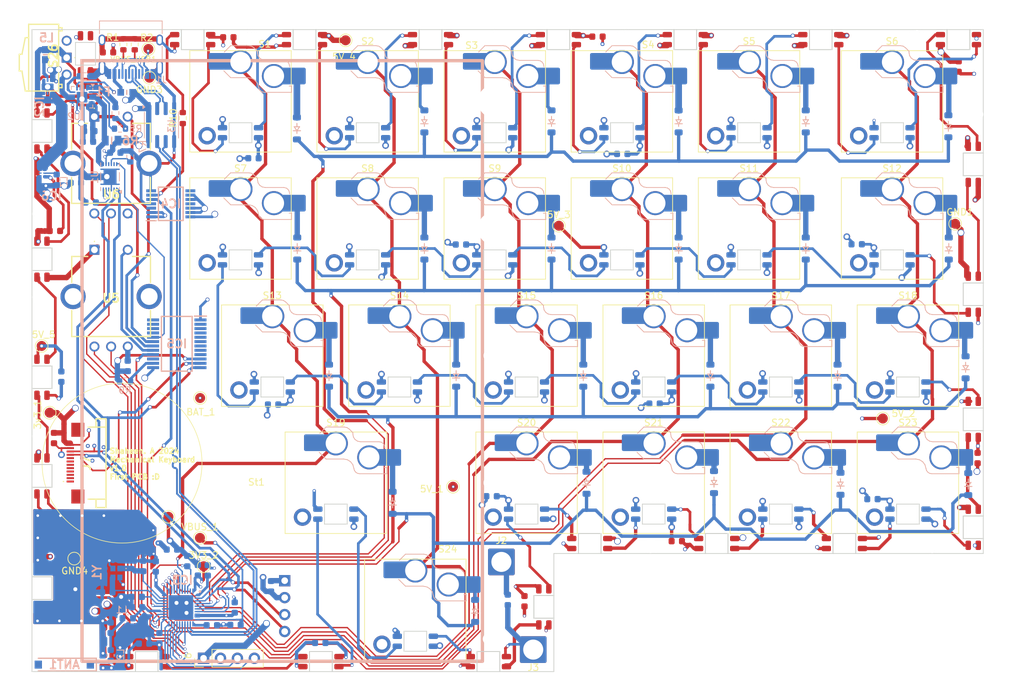
<source format=kicad_pcb>
(kicad_pcb (version 20240108) (generator "pcbnew") (generator_version "8.0")
  (layers (0 "F.Cu" signal) (1 "In1.Cu" power "PWR") (2 "In2.Cu" power "GND") (31 "B.Cu" signal) (34 "B.Paste" user) (35 "F.Paste" user) (36 "B.SilkS" user "B.Silkscreen") (37 "F.SilkS" user "F.Silkscreen") (38 "B.Mask" user) (39 "F.Mask" user) (44 "Edge.Cuts" user))
  (net 0 "")
  (net 1 "GND")
  (net 2 "3V3")
  (net 3 "5V")
  (net 4 "Net-(D1-DOUT)")
  (net 5 "Net-(D1-DIN)")
  (net 6 "Net-(D2-DOUT)")
  (net 7 "Net-(D5-DOUT)")
  (net 8 "Net-(D10-DOUT)")
  (net 9 "Net-(D12-DOUT)")
  (net 10 "Net-(D14-DOUT)")
  (net 11 "Net-(D18-DOUT)")
  (net 12 "/VBUS")
  (net 14 "/DEC4_6")
  (net 15 "Net-(IC5-~{RESET})")
  (net 17 "Net-(IC4-2Y)")
  (net 18 "/2A")
  (net 21 "/D_N")
  (net 22 "Net-(J1-CC1)")
  (net 23 "/D_P")
  (net 24 "Net-(J1-CC2)")
  (net 26 "/SDA")
  (net 27 "/SCL")
  (net 28 "/Column 0")
  (net 29 "/Column 1")
  (net 30 "/Column 2")
  (net 31 "/Column 3")
  (net 32 "/Column 4")
  (net 33 "/Column 5")
  (net 34 "/CW2")
  (net 35 "D-")
  (net 36 "/CCW")
  (net 37 "/Row 1")
  (net 38 "/NO")
  (net 39 "/NO2")
  (net 40 "D+")
  (net 41 "/Row 0")
  (net 42 "/Row 3")
  (net 43 "/Row 2")
  (net 44 "/CCW2")
  (net 45 "/CW")
  (net 46 "/CHG")
  (net 47 "Net-(U2-TS)")
  (net 48 "Net-(U2-ISET)")
  (net 51 "Net-(U2-ILIM)")
  (net 52 "/BAT_SRN")
  (net 55 "Net-(Di1-A)")
  (net 56 "Net-(Di7-A)")
  (net 57 "Net-(Di8-A)")
  (net 58 "Net-(Di9-A)")
  (net 59 "Net-(Di10-A)")
  (net 60 "Net-(Di14-A)")
  (net 61 "Net-(Di19-A)")
  (net 62 "Net-(Di21-A)")
  (net 63 "Net-(Di23-A)")
  (net 65 "Net-(IC3-ANT)")
  (net 66 "Net-(IC3-SWDIO)")
  (net 67 "Net-(IC3-DECUSB)")
  (net 68 "Net-(IC3-DEC1)")
  (net 69 "Net-(IC3-XC1)")
  (net 70 "Net-(IC3-DEC5)")
  (net 71 "Net-(IC3-XC2)")
  (net 72 "Net-(IC3-DEC3)")
  (net 73 "/INTA")
  (net 74 "Net-(IC3-SWDCLK)")
  (net 75 "/GPOUT")
  (net 89 "Net-(C15-Pad1)")
  (net 90 "/RF")
  (net 91 "Net-(IC2-LX)")
  (net 93 "Net-(IC2-BAT)")
  (net 95 "Net-(IC6-LX)")
  (net 97 "Net-(Di15-A)")
  (net 98 "Net-(Di22-A)")
  (net 99 "Net-(Di11-A)")
  (net 100 "Net-(Di17-A)")
  (net 101 "Net-(Di24-A)")
  (net 102 "Net-(Di12-A)")
  (net 103 "Net-(Di18-A)")
  (net 104 "Net-(Di2-A)")
  (net 105 "Net-(Di13-A)")
  (net 106 "Net-(Di3-A)")
  (net 107 "Net-(Di4-A)")
  (net 108 "Net-(Di16-A)")
  (net 109 "Net-(Di5-A)")
  (net 110 "Net-(Di6-A)")
  (net 111 "Net-(Di20-A)")
  (net 112 "Net-(D3-DOUT)")
  (net 113 "Net-(D4-DOUT)")
  (net 114 "Net-(D6-DOUT)")
  (net 115 "Net-(D7-DOUT)")
  (net 116 "Net-(D8-DOUT)")
  (net 117 "Net-(D10-DIN)")
  (net 118 "Net-(D11-DOUT)")
  (net 119 "Net-(D13-DOUT)")
  (net 120 "Net-(D15-DOUT)")
  (net 121 "Net-(D17-DOUT)")
  (net 122 "Net-(D16-DOUT)")
  (net 123 "Net-(D19-DOUT)")
  (net 124 "Net-(D20-DOUT)")
  (net 125 "Net-(D21-DOUT)")
  (net 126 "Net-(D22-DOUT)")
  (net 127 "Net-(D23-DOUT)")
  (net 128 "Net-(D24-DOUT)")
  (net 129 "/BAT")
  (net 130 "/VBUS_USB")
  (net 131 "/OUT")
  (net 142 "Net-(D25-DOUT)")
  (net 143 "Net-(D26-DOUT)")
  (net 144 "Net-(D28-DOUT)")
  (net 145 "Net-(D29-DOUT)")
  (net 146 "Net-(D30-DOUT)")
  (net 147 "Net-(D33-DOUT)")
  (net 148 "Net-(D34-DOUT)")
  (net 149 "Net-(D37-DOUT)")
  (net 150 "Net-(D38-DOUT)")
  (net 151 "Net-(D41-DOUT)")
  (net 152 "Net-(D42-DOUT)")
  (net 153 "Net-(D45-DOUT)")
  (net 154 "Net-(D46-DOUT)")
  (net 155 "Net-(D27-DOUT)")
  (net 156 "Net-(D31-DOUT)")
  (net 157 "Net-(D32-DOUT)")
  (net 158 "Net-(D35-DOUT)")
  (net 159 "Net-(D36-DOUT)")
  (net 160 "Net-(D39-DOUT)")
  (net 161 "Net-(D40-DOUT)")
  (net 162 "Net-(D43-DOUT)")
  (net 163 "Net-(D44-DOUT)")
  (net 164 "Net-(D47-DOUT)")
  (net 169 "Net-(U1-V_{DD})")
  (net 170 "Net-(U1-BIN)")
  (footprint "ScottoKeebs_Components:Capacitor_0603" (layer "F.Cu") (at 159.020969 82.280719 -90)
    (property "Reference" "C36" (hide yes))
    (property "Value" "100nF" (hide yes))
  )
  (footprint "CustomLibrary:M1.6 Hole" (layer "F.Cu") (at 135.420969 38.880719)
    (property "Reference" "REF**" (hide yes))
    (property "Value" "M1.6 Hole" (hide yes))
  )
  (footprint "ScottoKeebs_Hotswap:Hotswap_Choc_V1V2_Plated_1.00u" (layer "F.Cu") (at 146.202219 28.830719)
    (property "Reference" "S6")
    (property "Value" "Keyswitch")
  )
  (footprint "ScottoKeebs_Components:Capacitor_0603" (layer "F.Cu") (at 19.320969 96.280719 90)
    (property "Reference" "C39" (hide yes))
    (property "Value" "100nF" (hide yes))
  )
  (footprint "TestPoint:TestPoint_Pad_D1.5mm" (layer "F.Cu") (at 42.520969 73.280719)
    (property "Reference" "BAT_1")
    (property "Value" "TestPoint")
  )
  (footprint "CustomLibrary:M1.6 Hole" (layer "F.Cu") (at 158.920969 65.880719)
    (property "Reference" "REF**" (hide yes))
    (property "Value" "M1.6 Hole" (hide yes))
  )
  (footprint "ScottoKeebs_Hotswap:Hotswap_Choc_V1V2_Plated_1.00u" (layer "F.Cu") (at 67.620969 28.830719)
    (property "Reference" "S2")
    (property "Value" "Keyswitch")
  )
  (footprint "CustomLibrary:M1.6 Hole" (layer "F.Cu") (at 18.220969 58.180719)
    (property "Reference" "REF**" (hide yes))
    (property "Value" "M1.6 Hole" (hide yes))
  )
  (footprint "ScottoKeebs_Components:LED_SK6812MINI" (layer "F.Cu") (at 25.340969 21.700719 90)
    (property "Reference" "D48" (hide yes))
    (property "Value" "LED_SK6812MINI" (hide yes))
    (fp_line (start 1.7 -1.5) (end -1.7 -1.5) (stroke (width 0.12)) (layer "Edge.Cuts"))
    (fp_line (start -1.7 -1.5) (end -1.7 1.5) (stroke (width 0.12)) (layer "Edge.Cuts"))
    (fp_line (start 1.7 1.5) (end 1.7 -1.5) (stroke (width 0.12)) (layer "Edge.Cuts"))
    (fp_line (start -1.7 1.5) (end 1.7 1.5) (stroke (width 0.12)) (layer "Edge.Cuts"))
  )
  (footprint "ScottoKeebs_Components:LED_SK6812MINI" (layer "F.Cu") (at 58.160969 19.580719)
    (property "Reference" "D3" (hide yes))
    (property "Value" "LED_SK6812MINI" (hide yes))
    (fp_line (start -1.7 -1.5) (end -1.7 1.5) (stroke (width 0.12)) (layer "Edge.Cuts"))
    (fp_line (start -1.7 1.5) (end 1.7 1.5) (stroke (width 0.12)) (layer "Edge.Cuts"))
    (fp_line (start 1.7 -1.5) (end -1.7 -1.5) (stroke (width 0.12)) (layer "Edge.Cuts"))
    (fp_line (start 1.7 1.5) (end 1.7 -1.5) (stroke (width 0.12)) (layer "Edge.Cuts"))
  )
  (footprint "ScottoKeebs_Hotswap:Hotswap_Choc_V1V2_Plated_1.00u" (layer "F.Cu") (at 53.333469 66.930719)
    (property "Reference" "S13")
    (property "Value" "Keyswitch")
  )
  (footprint "ScottoKeebs_Hotswap:Hotswap_Choc_V1V2_Plated_1.00u" (layer "F.Cu") (at 105.720969 47.880719)
    (property "Reference" "S10")
    (property "Value" "Keyswitch")
  )
  (footprint "TestPoint:TestPoint_Pad_D1.5mm" (layer "F.Cu") (at 155.650969 47.170719)
    (property "Reference" "GND1")
    (property "Value" "TestPoint")
  )
  (footprint "CustomLibrary:M1.6 Hole" (layer "F.Cu") (at 135.420969 47.180719)
    (property "Reference" "REF**" (hide yes))
    (property "Value" "M1.6 Hole" (hide yes))
  )
  (footprint "ScottoKeebs_Components:OLED_128x32" (layer "F.Cu") (at 56.790969 110.450719 180)
    (property "Reference" "J4" (hide yes))
    (property "Value" "OLED_128x32")
  )
  (footprint "CustomLibrary:M1.6 Hole" (layer "F.Cu") (at 96.220969 38.680719)
    (property "Reference" "REF**" (hide yes))
    (property "Value" "M1.6 Hole" (hide yes))
  )
  (footprint "CustomLibrary:M1.6 Hole" (layer "F.Cu") (at 157.120969 27.380719)
    (property "Reference" "REF**" (hide yes))
    (property "Value" "M1.6 Hole" (hide yes))
  )
  (footprint "CustomLibrary:M1.6 Hole" (layer "F.Cu") (at 135.520969 23.080719)
    (property "Reference" "REF**" (hide yes))
    (property "Value" "M1.6 Hole" (hide yes))
  )
  (footprint "CustomLibrary:M1.6 Hole" (layer "F.Cu") (at 49.8605 18.9934)
    (property "Reference" "REF**" (hide yes))
    (property "Value" "M1.6 Hole" (hide yes))
  )
  (footprint "ScottoKeebs_Components:LED_SK6812MINI" (layer "F.Cu") (at 41.400969 19.580719)
    (property "Reference" "D1" (hide yes))
    (property "Value" "LED_SK6812MINI" (hide yes))
    (fp_line (start -1.7 -1.5) (end -1.7 1.5) (stroke (width 0.12)) (layer "Edge.Cuts"))
    (fp_line (start -1.7 1.5) (end 1.7 1.5) (stroke (width 0.12)) (layer "Edge.Cuts"))
    (fp_line (start 1.7 -1.5) (end -1.7 -1.5) (stroke (width 0.12)) (layer "Edge.Cuts"))
    (fp_line (start 1.7 1.5) (end 1.7 -1.5) (stroke (width 0.12)) (layer "Edge.Cuts"))
  )
  (footprint "Connector_Wire:SolderWire-2.5sqmm_1x01_D2.4mm_OD3.6mm" (layer "F.Cu") (at 92.430969 110.980719)
    (property "Reference" "J3")
    (property "Value" "Battery Neg")
  )
  (footprint "CustomLibrary:M1.6 Hole" (layer "F.Cu") (at 58.020969 38.380719)
    (property "Reference" "REF**" (hide yes))
    (property "Value" "M1.6 Hole" (hide yes))
  )
  (footprint "ScottoKeebs_Hotswap:Hotswap_Choc_V1V2_Plated_1.00u" (layer "F.Cu") (at 124.770969 28.830719)
    (property "Reference" "S5")
    (property "Value" "Keyswitch")
  )
  (footprint "ScottoKeebs_Components:LED_SK6812MINI" (layer "F.Cu") (at 135.520969 19.580719)
    (property "Reference" "D11" (hide yes))
    (property "Value" "LED_SK6812MINI" (hide yes))
    (fp_line (start -1.7 -1.5) (end -1.7 1.5) (stroke (width 0.12)) (layer "Edge.Cuts"))
    (fp_line (start -1.7 1.5) (end 1.7 1.5) (stroke (width 0.12)) (layer "Edge.Cuts"))
    (fp_line (start 1.7 -1.5) (end -1.7 -1.5) (stroke (width 0.12)) (layer "Edge.Cuts"))
    (fp_line (start 1.7 1.5) (end 1.7 -1.5) (stroke (width 0.12)) (layer "Edge.Cuts"))
  )
  (footprint "ScottoKeebs_Components:LED_SK6812MINI" (layer "F.Cu") (at 158.370969 38.270719 -90)
    (property "Reference" "D14" (hide yes))
    (property "Value" "LED_SK6812MINI" (hide yes))
    (fp_line (start -1.7 1.5) (end 1.7 1.5) (stroke (width 0.12)) (layer "Edge.Cuts"))
    (fp_line (start 1.7 1.5) (end 1.7 -1.5) (stroke (width 0.12)) (layer "Edge.Cuts"))
    (fp_line (start -1.7 -1.5) (end -1.7 1.5) (stroke (width 0.12)) (layer "Edge.Cuts"))
    (fp_line (start 1.7 -1.5) (end -1.7 -1.5) (stroke (width 0.12)) (layer "Edge.Cuts"))
  )
  (footprint "ScottoKeebs_Components:Capacitor_0603" (layer "F.Cu") (at 46.745969 19.230719)
    (property "Reference" "C42" (hide yes))
    (property "Value" "100nF" (hide yes))
  )
  (footprint "ScottoKeebs_Components:LED_SK6812MINI" (layer "F.Cu") (at 34.520969 112.780719 180)
    (property "Reference" "D42" (hide yes))
    (property "Value" "LED_SK6812MINI" (hide yes))
    (fp_line (start 1.7 1.5) (end 1.7 -1.5) (stroke (width 0.12)) (layer "Edge.Cuts"))
    (fp_line (start 1.7 -1.5) (end -1.7 -1.5) (stroke (width 0.12)) (layer "Edge.Cuts"))
    (fp_line (start -1.7 1.5) (end 1.7 1.5) (stroke (width 0.12)) (layer "Edge.Cuts"))
    (fp_line (start -1.7 -1.5) (end -1.7 1.5) (stroke (width 0.12)) (layer "Edge.Cuts"))
  )
  (footprint "ScottoKeebs_Components:LED_SK6812MINI" (layer "F.Cu") (at 156.150969 19.580719 180)
    (property "Reference" "D13" (hide yes))
    (property "Value" "LED_SK6812MINI" (hide yes))
    (fp_line (start 1.7 1.5) (end 1.7 -1.5) (stroke (width 0.12)) (layer "Edge.Cuts"))
    (fp_line (start 1.7 -1.5) (end -1.7 -1.5) (stroke (width 0.12)) (layer "Edge.Cuts"))
    (fp_line (start -1.7 1.5) (end 1.7 1.5) (stroke (width 0.12)) (layer "Edge.Cuts"))
    (fp_line (start -1.7 -1.5) (end -1.7 1.5) (stroke (width 0.12)) (layer "Edge.Cuts"))
  )
  (footprint "ScottoKeebs_Components:LED_SK6812MINI" (layer "F.Cu") (at 158.370969 92.650719 -90)
    (property "Reference" "D29" (hide yes))
    (property "Value" "LED_SK6812MINI" (hide yes))
    (fp_line (start -1.7 1.5) (end 1.7 1.5) (stroke (width 0.12)) (layer "Edge.Cuts"))
    (fp_line (start 1.7 1.5) (end 1.7 -1.5) (stroke (width 0.12)) (layer "Edge.Cuts"))
    (fp_line (start -1.7 -1.5) (end -1.7 1.5) (stroke (width 0.12)) (layer "Edge.Cuts"))
    (fp_line (start 1.7 -1.5) (end -1.7 -1.5) (stroke (width 0.12)) (layer "Edge.Cuts"))
  )
  (footprint "ScottoKeebs_Hotswap:Hotswap_Choc_V1V2_Plated_1.00u" (layer "F.Cu") (at 129.533469 66.930719)
    (property "Reference" "S17")
    (property "Value" "Keyswitch")
  )
  (footprint "TestPoint:TestPoint_Pad_D1.5mm" (layer "F.Cu") (at 96.270969 47.460719)
    (property "Reference" "5V_3")
    (property "Value" "TestPoint")
  )
  (footprint "ScottoKeebs_Components:LED_SK6812MINI" (layer "F.Cu") (at 119.920969 95.080719 180)
    (property "Reference" "D33" (hide yes))
    (property "Value" "LED_SK6812MINI" (hide yes))
    (fp_line (start 1.7 1.5) (end 1.7 -1.5) (stroke (width 0.12)) (layer "Edge.Cuts"))
    (fp_line (start 1.7 -1.5) (end -1.7 -1.5) (stroke (width 0.12)) (layer "Edge.Cuts"))
    (fp_line (start -1.7 1.5) (end 1.7 1.5) (stroke (width 0.12)) (layer "Edge.Cuts"))
    (fp_line (start -1.7 -1.5) (end -1.7 1.5) (stroke (width 0.12)) (layer "Edge.Cuts"))
  )
  (footprint "ScottoKeebs_Hotswap:Hotswap_Choc_V1V2_Plated_1.00u" (layer "F.Cu") (at 146.202219 47.880719)
    (property "Reference" "S12")
    (property "Value" "Keyswitch")
  )
  (footprint "ScottoKeebs_Components:LED_SK6812MINI" (layer "F.Cu") (at 139.060969 95.080719 180)
    (property "Reference" "D31" (hide yes))
    (property "Value" "LED_SK6812MINI" (hide yes))
    (fp_line (start 1.7 1.5) (end 1.7 -1.5) (stroke (width 0.12)) (layer "Edge.Cuts"))
    (fp_line (start 1.7 -1.5) (end -1.7 -1.5) (stroke (width 0.12)) (layer "Edge.Cuts"))
    (fp_line (start -1.7 1.5) (end 1.7 1.5) (stroke (width 0.12)) (layer "Edge.Cuts"))
    (fp_line (start -1.7 -1.5) (end -1.7 1.5) (stroke (width 0.12)) (layer "Edge.Cuts"))
  )
  (footprint "ScottoKeebs_Components:Capacitor_0603" (layer "F.Cu") (at 26.720969 27.280719 -90)
    (property "Reference" "C10" (hide yes))
    (property "Value" "4.7uF" (hide yes))
  )
  (footprint "CustomLibrary:M1.6 Hole" (layer "F.Cu") (at 100.920969 58.880719)
    (property "Reference" "REF**" (hide yes))
    (property "Value" "M1.6 Hole" (hide yes))
  )
  (footprint "ScottoKeebs_Stabilizer:Stabilizer_MX_2.00u" (layer "F.Cu") (at 62.858469 85.980719)
    (property "Reference" "St1")
    (property "Value" "Stabilizer_MX_2.00u")
  )
  (footprint "CustomLibrary:M1.6 Hole" (layer "F.Cu") (at 18.220969 78.980719)
    (property "Reference" "REF**" (hide yes))
    (property "Value" "M1.6 Hole" (hide yes))
  )
  (footprint "Resistor_SMD:R_0603_1608Metric" (layer "F.Cu") (at 39.920969 31.330719 90)
    (property "Reference" "R10")
    (property "Value" "500")
  )
  (footprint "CustomLibrary:M1.6 Hole" (layer "F.Cu") (at 44.820969 79.580719)
    (property "Reference" "REF**" (hide yes))
    (property "Value" "M1.6 Hole" (hide yes))
  )
  (footprint "ScottoKeebs_Components:LED_SK6812MINI" (layer "F.Cu") (at 100.900969 95.080719 180)
    (property "Reference" "D35" (hide yes))
    (property "Value" "LED_SK6812MINI" (hide yes))
    (fp_line (start 1.7 1.5) (end 1.7 -1.5) (stroke (width 0.12)) (layer "Edge.Cuts"))
    (fp_line (start 1.7 -1.5) (end -1.7 -1.5) (stroke (width 0.12)) (layer "Edge.Cuts"))
    (fp_line (start -1.7 1.5) (end 1.7 1.5) (stroke (width 0.12)) (layer "Edge.Cuts"))
    (fp_line (start -1.7 -1.5) (end -1.7 1.5) (stroke (width 0.12)) (layer "Edge.Cuts"))
  )
  (footprint "TestPoint:TestPoint_Pad_D1.5mm" (layer "F.Cu") (at 37.770969 91.080719)
    (property "Reference" "GND2" (hide yes))
    (property "Value" "TestPoint")
  )
  (footprint "CustomLibrary:M1.6 Hole" (layer "F.Cu") (at 152.220969 95.680719)
    (property "Reference" "REF**" (hide yes))
    (property "Value" "M1.6 Hole" (hide yes))
  )
  (footprint "ScottoKeebs_Components:LED_SK6812MINI" (layer "F.Cu") (at 18.820969 84.960719 90)
    (property "Reference" "D44" (hide yes))
    (property "Value" "LED_SK6812MINI" (hide yes))
    (fp_line (start 1.7 -1.5) (end -1.7 -1.5) (stroke (width 0.12)) (layer "Edge.Cuts"))
    (fp_line (start -1.7 -1.5) (end -1.7 1.5) (stroke (width 0.12)) (layer "Edge.Cuts"))
    (fp_line (start 1.7 1.5) (end 1.7 -1.5) (stroke (width 0.12)) (layer "Edge.Cuts"))
    (fp_line (start -1.7 1.5) (end 1.7 1.5) (stroke (width 0.12)) (layer "Edge.Cuts"))
  )
  (footprint "Resistor_SMD:R_0603_1608Metric" (layer "F.Cu") (at 32.720969 20.280719 90)
    (property "Reference" "R2")
    (property "Value" "5k1")
  )
  (footprint "ScottoKeebs_Hotswap:Hotswap_Choc_V1V2_Plated_1.00u" (layer "F.Cu") (at 129.533469 85.980719)
    (property "Reference" "S22")
    (property "Value" "Keyswitch")
  )
  (footprint "TestPoint:TestPoint_Pad_D1.5mm" (layer "F.Cu") (at 34.770969 20.980719)
    (property "Reference" "VBUS_USB1")
    (property "Value" "TestPoint")
  )
  (footprint "ScottoKeebs_Components:LED_SK6812MINI" (layer "F.Cu") (at 18.820969 70.170719 90)
    (property "Reference" "D45" (hide yes))
    (property "Value" "LED_SK6812MINI" (hide yes))
    (fp_line (start 1.7 -1.5) (end -1.7 -1.5) (stroke (width 0.12)) (layer "Edge.Cuts"))
    (fp_line (start -1.7 -1.5) (end -1.7 1.5) (stroke (width 0.12)) (layer "Edge.Cuts"))
    (fp_line (start 1.7 1.5) (end 1.7 -1.5) (stroke (width 0.12)) (layer "Edge.Cuts"))
    (fp_line (start -1.7 1.5) (end 1.7 1.5) (stroke (width 0.12)) (layer "Edge.Cuts"))
  )
  (footprint "ScottoKeebs_Hotswap:Hotswap_Choc_V1V2_Plated_1.00u" (layer "F.Cu") (at 148.583469 85.980719)
    (property "Reference" "S23")
    (property "Value" "Keyswitch")
  )
  (footprint "CustomLibrary:M1.6 Hole" (layer "F.Cu") (at 82.020969 58.580719)
    (property "Reference" "REF**" (hide yes))
    (property "Value" "M1.6 Hole" (hide yes))
  )
  (footprint "CustomLibrary:M1.6 Hole" (layer "F.Cu") (at 139.020969 76.480719)
    (property "Reference" "REF**" (hide yes))
    (property "Value" "M1.6 Hole" (hide yes))
  )
  (footprint "ScottoKeebs_Components:LED_SK6812MINI" (layer "F.Cu") (at 158.370969 76.480719 -90)
    (property "Reference" "D28" (hide yes))
    (property "Value" "LED_SK6812MINI" (hide yes))
    (fp_line (start -1.7 1.5) (end 1.7 1.5) (stroke (width 0.12)) (layer "Edge.Cuts"))
    (fp_line (start 1.7 1.5) (end 1.7 -1.5) (stroke (width 0.12)) (layer "Edge.Cuts"))
    (fp_line (start -1.7 -1.5) (end -1.7 1.5) (stroke (width 0.12)) (layer "Edge.Cuts"))
    (fp_line (start 1.7 -1.5) (end -1.7 -1.5) (stroke (width 0.12)) (layer "Edge.Cuts"))
  )
  (footprint "TestPoint:TestPoint_Pad_D1.5mm" (layer "F.Cu") (at 19.970969 75.480719)
    (property "Reference" "3v3_1")
    (property "Value" "TestPoint")
  )
  (footprint "ScottoKeebs_Hotswap:Hotswap_Choc_V1V2_Plated_1.00u" (layer "F.Cu") (at 124.770969 47.880719)
    (property "Reference" "S11")
    (property "Value" "Keyswitch")
  )
  (footprint "ScottoKeebs_Hotswap:Hotswap_Choc_V1V2_Plated_1.00u" (layer "F.Cu") (at 91.433469 66.930719)
    (property "Reference" "S15")
    (property "Value" "Keyswitch")
  )
  (footprint "ScottoKeebs_Hotswap:Hotswap_Choc_V1V2_Plated_1.00u" (layer "F.Cu") (at 67.620969 47.880719)
    (property "Reference" "S8")
    (property "Value" "Keyswitch")
  )
  (footprint "SamacSys_Parts:F32Q1A7H111012" (layer "F.Cu") (at 25.740969 83.040719 90)
    (property "Reference" "J7")
    (property "Value" "F32Q-1A7H1-11012" (hide yes))
  )
  (footprint "CustomLibrary:M1.6 Hole" (layer "F.Cu") (at 159.020969 30.780719)
    (property "Reference" "REF**" (hide yes))
    (property "Value" "M1.6 Hole" (hide yes))
  )
  (footprint "TestPoint:TestPoint_Pad_D1.5mm" (layer "F.Cu") (at 23.650969 97.340719)
    (property "Reference" "GND4")
    (property "Value" "TestPoint")
  )
  (footprint "ScottoKeebs_Hotswap:Hotswap_Choc_V1V2_Plated_1.00u" (layer "F.Cu") (at 48.570969 28.830719)
    (property "Reference" "S1")
    (property "Value" "Keyswitch")
  )
  (footprint "Connector_Wire:SolderWire-2.5sqmm_1x01_D2.4mm_OD3.6mm" (layer "F.Cu") (at 87.660969 97.840719)
    (property "Reference" "J2")
    (property "Value" "Battery Pos")
  )
  (footprint "CustomLibrary:M1.6 Hole" (layer "F.Cu") (at 18.2105 45.6934)
    (property "Reference" "REF**" (hide yes))
    (property "Value" "M1.6 Hole" (hide yes))
  )
  (footprint "ScottoKeebs_Components:LED_SK6812MINI" (layer "F.Cu") (at 18.820969 52.480719 90)
    (property "Reference" "D46" (hide yes))
    (property "Value" "LED_SK6812MINI" (hide yes))
    (fp_line (start 1.7 -1.5) (end -1.7 -1.5) (stroke (width 0.12)) (layer "Edge.Cuts"))
    (fp_line (start -1.7 -1.5) (end -1.7 1.5) (stroke (width 0.12)) (layer "Edge.Cuts"))
    (fp_line (start 1.7 1.5) (end 1.7 -1.5) (stroke (width 0.12)) (layer "Edge.Cuts"))
    (fp_line (start -1.7 1.5) (end 1.7 1.5) (stroke (width 0.12)) (layer "Edge.Cuts"))
  )
  (footprint "Connector_PinHeader_2.54mm:PinHeader_1x04_P2.54mm_Vertical" (layer "F.Cu") (at 43.030969 112.280719 90)
    (property "Reference" "J6")
    (property "Value" "Conn_01x04")
  )
  (footprint "CustomLibrary:M1.6 Hole" (layer "F.Cu") (at 110.020969 95.680719)
    (property "Reference" "REF**" (hide yes))
    (property "Value" "M1.6 Hole" (hide yes))
  )
  (footprint "ScottoKeebs_Components:LED_SK6812MINI" (layer "F.Cu") (at 158.370969 57.730719 -90)
    (property "Reference" "D15" (hide yes))
    (property "Value" "LED_SK6812MINI" (hide yes))
    (fp_line (start -1.7 1.5) (end 1.7 1.5) (stroke (width 0.12)) (layer "Edge.Cuts"))
    (fp_line (start 1.7 1.5) (end 1.7 -1.5) (stroke (width 0.12)) (layer "Edge.Cuts"))
    (fp_line (start -1.7 -1.5) (end -1.7 1.5) (stroke (width 0.12)) (layer "Edge.Cuts"))
    (fp_line (start 1.7 -1.5) (end -1.7 -1.5) (stroke (width 0.12)) (layer "Edge.Cuts"))
  )
  (footprint "Resistor_SMD:R_0603_1608Metric" (layer "F.Cu") (at 31.020969 20.280719 90)
    (property "Reference" "R1")
    (property "Value" "5k1")
  )
  (footprint "ScottoKeebs_Components:Capacitor_0603" (layer "F.Cu") (at 25.120969 27.280719 -90)
    (property "Reference" "C25" (hide yes))
    (property "Value" "10uF" (hide yes))
  )
  (footprint "SamacSys_Parts:PEC11L4015FS0015" (layer "F.Cu") (at 26.680969 51.070719)
    (property "Reference" "U5")
    (property "Value" "PEC11L-4015F-S0015" (hide yes))
  )
  (footprint "ScottoKeebs_Components:Capacitor_0603" (layer "F.Cu") (at 28.720969 21.480719 180)
    (property "Reference" "C26" (hide yes))
    (property "Value" "10uF-lowESR" (hide yes))
  )
  (footprint "ScottoKeebs_Hotswap:Hotswap_Choc_V1V2_Plated_1.00u" (layer "F.Cu") (at 86.670969 28.830719)
    (property "Reference" "S3")
    (property "Value" "Keyswitch")
  )
  (footprint "CustomLibrary:M1.6 Hole" (layer "F.Cu") (at 80.920969 78.580719)
    (property "Reference" "REF**" (hide yes))
    (property "Value" "M1.6 Hole" (hide yes))
  )
  (footprint "CustomLibrary:M1.6 Hole" (layer "F.Cu") (at 154.720969 76.580719)
    (property "Reference" "REF**" (hide yes))
    (property "Value" "M1.6 Hole" (hide yes))
  )
  (footprint "TestPoint:TestPoint_Pad_D1.5mm" (layer "F.Cu") (at 42.490969 94.240719)
    (property "Reference" "VBUS_1")
    (property "Value" "TestPoint")
  )
  (footprint "CustomLibrary:M1.6 Hole" (layer "F.Cu") (at 120.020969 58.680719)
    (property "Reference" "REF**" (hide yes))
    (property "Value" "M1.6 Hole" (hide yes))
  )
  (footprint "ScottoKeebs_Components:Capacitor_0603" (layer "F.Cu") (at 20.620969 79.280719 -90)
    (property "Reference" "C37" (hide yes))
    (property "Value" "100nF" (hide yes))
  )
  (footprint "TestPoint:TestPoint_Pad_D1.5mm" (layer "F.Cu") (at 144.820969 76.350719)
    (property "Reference" "5V_2")
    (property "Value" "TestPoint")
  )
  (footprint "CustomLibrary:M1.6 Hole" (layer "F.Cu") (at 42.420969 38.280719)
    (property "Reference" "REF**" (hide yes))
    (property "Value" "M1.6 Hole" (hide yes))
  )
  (footprint "ScottoKeebs_Components:LED_SK6812MINI" (layer "F.Cu") (at 96.200969 19.580719)
    (property "Reference" "D7" (hide yes))
    (property "Value" "LED_SK6812MINI" (hide yes))
    (fp_line (start -1.7 -1.5) (end -1.7 1.5) (stroke (width 0.12)) (layer "Edge.Cuts"))
    (fp_line (start -1.7 1.5) (end 1.7 1.5) (stroke (width 0.12)) (layer "Edge.Cuts"))
    (fp_line (start 1.7 -1.5) (end -1.7 -1.5) (stroke (width 0.12)) (layer "Edge.Cuts"))
    (fp_line (start 1.7 1.5) (end 1.7 -1.5) (stroke (width 0.12)) (layer "Edge.Cuts"))
  )
  (footprint "TestPoint:TestPoint_Pad_D1.5mm" (layer "F.Cu") (at 18.770969 65.480719)
    (property "Reference" "5V_5")
    (property "Value" "TestPoint")
  )
  (footprint "ScottoKeebs_Components:LED_SK6812MINI" (layer "F.Cu") (at 115.220969 19.580719)
    (property "Reference" "D9" (hide yes))
    (property "Value" "LED_SK6812MINI" (hide yes))
    (fp_line (start -1.7 -1.5) (end -1.7 1.5) (stroke (width 0.12)) (layer "Edge.Cuts"))
    (fp_line (start -1.7 1.5) (end 1.7 1.5) (stroke (width 0.12)) (layer "Edge.Cuts"))
    (fp_line (start 1.7 -1.5) (end -1.7 -1.5) (stroke (width 0.12)) (layer "Edge.Cuts"))
    (fp_line (start 1.7 1.5) (end 1.7 -1.5) (stroke (width 0.12)) (layer "Edge.Cuts"))
  )
  (footprint "CustomLibrary:M1.6 Hole" (layer "F.Cu") (at 77.320969 27.880719)
    (property "Reference" "REF**" (hide yes))
    (property "Value" "M1.6 Hole" (hide yes))
  )
  (footprint "CustomLibrary:M1.6 Hole" (layer "F.Cu") (at 86.4605 18.9934)
    (property "Reference" "REF**" (hide yes))
    (property "Value" "M1.6 Hole" (hide yes))
  )
  (footprint "CustomLibrary:M1.6 Hole" (layer "F.Cu") (at 63.720969 100.080719)
    (property "Reference" "REF**" (hide yes))
    (property "Value" "M1.6 Hole" (hide yes))
  )
  (footprint "CustomLibrary:M1.6 Hole" (layer "F.Cu") (at 39.220969 24.280719)
    (property "Reference" "REF**" (hide yes))
    (property "Value" "M1.6 Hole" (hide yes))
  )
  (footprint "ScottoKeebs_Components:Capacitor_0603" (layer "F.Cu") (at 102.0605 19.130719)
    (property "Reference" "C41" (hide yes))
    (property "Value" "100nF" (hide yes))
  )
  (footprint "CustomLibrary:M1.6 Hole" (layer "F.Cu") (at 63.020969 105.480719)
    (property "Reference" "REF**" (hide yes))
    (property "Value" "M1.6 Hole" (hide yes))
  )
  (footprint "CustomLibrary:M1.6 Hole" (layer "F.Cu") (at 139.120969 91.880719)
    (property "Reference" "REF**" (hide yes))
    (property "Value" "M1.6 Hole" (hide yes))
  )
  (footprint "TestPoint:TestPoint_Pad_D1.5mm" (layer "F.Cu") (at 43.050969 98.490719)
    (property "Reference" "3V3_2")
    (property "Value" "TestPoint")
  )
  (footprint "SamacSys_Parts:CLSA12C422" (layer "F.Cu") (at 22.520969 22.280719 -90)
    (property "Reference" "S26")
    (property "Value" "CL-SA-12C4-22" (hide yes))
  )
  (footprint "ScottoKeebs_Components:LED_SK6812MINI" (layer "F.Cu") (at 18.820969 33.270719 90)
    (property "Reference" "D47" (hide yes))
    (property "Value" "LED_SK6812MINI" (hide yes))
    (fp_line (start 1.7 -1.5) (end -1.7 -1.5) (stroke (width 0.12)) (layer "Edge.Cuts"))
    (fp_line (start -1.7 -1.5) (end -1.7 1.5) (stroke (width 0.12)) (layer "Edge.Cuts"))
    (fp_line (start 1.7 1.5) (end 1.7 -1.5) (stroke (width 0.12)) (layer "Edge.Cuts"))
    (fp_line (start -1.7 1.5) (end 1.7 1.5) (stroke (width 0.12)) (layer "Edge.Cuts"))
  )
  (footprint "ScottoKeebs_Components:LED_SK6812MINI" (layer "F.Cu") (at 85.720969 112.780719 180)
    (property "Reference" "D38" (hide yes))
    (property "Value" "LED_SK6812MINI" (hide yes))
    (fp_line (start 1.7 1.5) (end 1.7 -1.5) (stroke (width 0.12)) (layer "Edge.Cuts"))
    (fp_line (start 1.7 -1.5) (end -1.7 -1.5) (stroke (width 0.12)) (layer "Edge.Cuts"))
    (fp_line (start -1.7 1.5) (end 1.7 1.5) (stroke (width 0.12)) (layer "Edge.Cuts"))
    (fp_line (start -1.7 -1.5) (end -1.7 1.5) (stroke (width 0.12)) (layer "Edge.Cuts"))
  )
  (footprint "ScottoKeebs_Hotswap:Hotswap_Choc_V1V2_Plated_1.00u" (layer "F.Cu") (at 86.670969 47.880719)
    (property "Reference" "S9")
    (property "Value" "Keyswitch")
  )
  (footprint "TestPoint:TestPoint_Pad_D1.5mm" (layer "F.Cu") (at 80.410969 86.570719)
    (property "Reference" "5V_1")
    (property "Value" "TestPoint")
  )
  (footprint "ScottoKeebs_Components:LED_SK6812MINI" (layer "F.Cu") (at 94.020969 104.580719 -90)
    (property "Reference" "D37" (hide yes))
    (property "Value" "LED_SK6812MINI" (hide yes))
    (fp_line (start -1.7 1.5) (end 1.7 1.5) (stroke (width 0.12)) (layer "Edge.Cuts"))
    (fp_line (start 1.7 1.5) (end 1.7 -1.5) (stroke (width 0.12)) (layer "Edge.Cuts"))
    (fp_line (start -1.7 -1.5) (end -1.7 1.5) (stroke (width 0.12)) (layer "Edge.Cuts"))
    (fp_line (start 1.7 -1.5) (end -1.7 -1.5) (stroke (width 0.12)) (layer "Edge.Cuts"))
  )
  (footprint "ScottoKeebs_Components:LED_SK6812MINI" (layer "F.Cu") (at 60.620969 112.780719 180)
    (property "Reference" "D41" (hide yes))
    (property "Value" "LED_SK6812MINI" (hide yes))
    (fp_line (start 1.7 1.5) (end 1.7 -1.5) (stroke (width 0.12)) (layer "Edge.Cuts"))
    (fp_line (start 1.7 -1.5) (end -1.7 -1.5) (stroke (width 0.12)) (layer "Edge.Cuts"))
    (fp_line (start -1.7 1.5) (end 1.7 1.5) (stroke (width 0.12)) (layer "Edge.Cuts"))
    (fp_line (start -1.7 -1.5) (end -1.7 1.5) (stroke (width 0.12)) (layer "Edge.Cuts"))
  )
  (footprint "ScottoKeebs_Hotswap:Hotswap_Choc_V1V2_Plated_1.00u" (layer "F.Cu") (at 105.720969 28.830719)
    (property "Reference" "S4")
    (property "Value" "Keyswitch")
  )
  (footprint "TestPoint:TestPoint_Pad_D1.5mm" (layer "F.Cu") (at 34.920969 25.280719)
    (property "Reference" "GND3")
    (property "Value" "TestPoint")
  )
  (footprint "ScottoKeebs_Hotswap:Hotswap_Choc_V1V2_Plated_1.00u" (layer "F.Cu") (at 91.433471 85.980719)
    (property "Reference" "S20")
    (property "Value" "Keyswitch")
  )
  (footprint "TestPoint:TestPoint_Pad_D1.5mm" (layer "F.Cu") (at 64.320969 19.680719)
    (property "Reference" "5V_4")
    (property "Value" "TestPoint")
  )
  (footprint "ScottoKeebs_Hotswap:Hotswap_Choc_V1V2_Plated_1.00u" (layer "F.Cu") (at 74.764719 105.030719)
    (property "Reference" "S24")
    (property "Value" "Keyswitch")
  )
  (footprint "ScottoKeebs_Components:LED_SK6812MINI" (layer "F.Cu") (at 77.040969 19.580719)
    (property "Reference" "D5" (hide yes))
    (property "Value" "LED_SK6812MINI" (hide yes))
    (fp_line (start -1.7 -1.5) (end -1.7 1.5) (stroke (width 0.12)) (layer "Edge.Cuts"))
    (fp_line (start -1.7 1.5) (end 1.7 1.5) (stroke (width 0.12)) (layer "Edge.Cuts"))
    (fp_line (start 1.7 -1.5) (end -1.7 -1.5) (stroke (width 0.12)) (layer "Edge.Cuts"))
    (fp_line (start 1.7 1.5) (end 1.7 -1.5) (stroke (width 0.12)) (layer "Edge.Cuts"))
  )
  (footprint "ScottoKeebs_Hotswap:Hotswap_Choc_V1V2_Plated_1.00u" (layer "F.Cu") (at 48.570969 47.880719)
    (property "Reference" "S7")
    (property "Value" "Keyswitch")
  )
  (footprint "ScottoKeebs_Components:LED_SK6812MINI" (layer "F.Cu") (at 18.820969 101.760719 90)
    (property "Reference" "D43" (hide yes))
    (property "Value" "LED_SK6812MINI" (hide yes))
    (fp_line (start 1.7 -1.5) (end -1.7 -1.5) (stroke (width 0.12)) (layer "Edge.Cuts"))
    (fp_line (start -1.7 -1.5) (end -1.7 1.5) (stroke (width 0.12)) (layer "Edge.Cuts"))
    (fp_line (start 1.7 1.5) (end 1.7 -1.5) (stroke (width 0.12)) (layer "Edge.Cuts"))
    (fp_line (start -1.7 1.5) (end 1.7 1.5) (stroke (width 0.12)) (layer "Edge.Cuts"))
  )
  (footprint "ScottoKeebs_Components:Capacitor_0603" (layer "F.Cu") (at 156.180969 23.610719 -90)
    (property "Reference" "C35" (hide yes))
    (property "Value" "100nF" (hide yes))
  )
  (footprint "ScottoKeebs_Hotswap:Hotswap_Choc_V1V2_Plated_1.00u" (layer "F.Cu") (at 110.483469 66.930719)
    (property "Reference" "S16")
    (property "Value" "Keyswitch")
  )
  (footprint "CustomLibrary:M1.6 Hole" (layer "F.Cu") (at 149.920969 18.980719)
    (property "Reference" "REF**" (hide yes))
    (property "Value" "M1.6 Hole" (hide yes))
  )
  (footprint "CustomLibrary:M1.6 Hole" (layer "F.Cu") (at 85.720969 109.380719)
    (property "Reference" "REF**" (hide yes))
    (property "Value" "M1.6 Hole" (hide yes))
  )
  (footprint "SamacSys_Parts:PEC11L4015FS0015" (layer "F.Cu") (at 26.660969 31.120719)
    (property "Reference" "U6")
    (property "Value" "PEC11L-4015F-S0015" (hide yes))
  )
  (footprint "CustomLibrary:M1.6 Hole" (layer "F.Cu") (at 139.020969 58.480719)
    (property "Reference" "REF**" (hide yes))
    (property "Value" "M1.6 Hole" (hide yes))
  )
  (footprint "CustomLibrary:M1.6 Hole" (layer "F.Cu") (at 48.820969 57.480719)
    (property "Reference" "REF**" (hide yes))
    (property "Value" "M1.6 Hole" (hide yes))
  )
  (footprint "ScottoKeebs_Hotswap:Hotswap_Choc_V1V2_Plated_1.00u" (layer "F.Cu") (at 110.483469 85.980719)
    (property "Reference" "S21")
    (property "Value" "Keyswitch")
  )
  (footprint "CustomLibrary:M1.6 Hole" (layer "F.Cu") (at 106.0605 18.9934)
    (property "Reference" "REF**" (hide yes))
    (property "Value" "M1.6 Hole" (hide yes))
  )
  (footprint "ScottoKeebs_Components:Capacitor_0603" (layer "F.Cu") (at 113.945969 94.730719 180)
    (property "Reference" "C43" (hide yes))
    (property "Value" "100nF" (hide yes))
  )
  (footprint "ScottoKeebs_Hotswap:Hotswap_Choc_V1V2_Plated_1.00u" (layer "F.Cu") (at 72.383469 66.930719)
    (property "Reference" "S14")
    (property "Value" "Keyswitch")
  )
  (footprint "CustomLibrary:M1.6 Hole" (layer "F.Cu") (at 80.220969 92.780719)
    (property "Reference" "REF**" (hide yes))
    (property "Value" "M1.6 Hole" (hide yes))
  )
  (footprint "ScottoKeebs_Components:Capacitor_0603" (layer "F.Cu") (at 18.945969 29.080719)
    (property "Reference" "C27" (hide yes))
    (property "Value" "10uF-lowESR" (hide yes))
  )
  (footprint "CustomLibrary:M1.6 Hole" (layer "F.Cu") (at 35.520969 77.980719)
    (property "Reference" "REF**" (hide yes))
    (property "Value" "M1.6 Hole" (hide yes))
  )
  (footprint "CustomLibrary:M1.6 Hole" (layer "F.Cu") (at 100.920969 91.880719)
    (property "Reference" "REF**" (hide yes))
    (property "Value" "M1.6 Hole" (hide yes))
  )
  (footprint "ScottoKeebs_Hotswap:Hotswap_Choc_V1V2_Plated_1.00u" (layer "F.Cu") (at 148.583469 66.930719)
    (property "Reference" "S18")
    (property "Value" "Keyswitch")
  )
  (footprint "ScottoKeebs_Hotswap:Hotswap_Choc_V1V2_Plated_1.00u" (layer "F.Cu") (at 62.858469 85.980719)
    (property "Reference" "S19")
    (property "Value" "Keyswitch")
  )
  (footprint "ScottoKeebs_Components:Capacitor_0603" (layer "F.Cu") (at 91.120969 103.730719 90)
    (property "Reference" "C44" (hide yes))
    (property "Value" "10uF" (hide yes))
  )
  (footprint "ScottoKeebs_Components:Capacitor_0603" (layer "F.Cu") (at 20.7605 48.2434 180)
    (property "Reference" "C46" (hide yes))
    (property "Value" "100nF" (hide yes))
  )
  (footprint "SamacSys_Parts:0603L050SLYR" (layer "B.Cu") (at 31.520969 27.480719)
    (property "Reference" "F1")
    (property "Value" "600mA" (hide yes))
  )
  (footprint "Inductor_SMD:L_0603_1608Metric" (layer "B.Cu") (at 21.020969 40.580719 90)
    (property "Reference" "L3")
    (property "Value" "1uH")
  )
  (footprint "Resistor_SMD:R_0603_1608Metric" (layer "B.Cu") (at 32.050969 37.080719 -90)
    (property "Reference" "R7")
    (property "Value" "10k")
  )
  (footprint "ScottoKeebs_Components:Capacitor_0603" (layer "B.Cu") (at 140.900969 50.240719 180)
    (property "Reference" "C29" (hide yes))
    (property "Value" "100nF" (hide yes))
  )
  (footprint "ScottoKeebs_Components:LED_SK6812MINI" (layer "B.Cu") (at 110.483469 71.630719)
    (property "Reference" "D25" (hide yes))
    (property "Value" "LED_SK6812MINI" (hide yes))
    (fp_line (start -1.7 -1.5) (end -1.7 1.5) (stroke (width 0.12)) (layer "Edge.Cuts"))
    (fp_line (start -1.7 1.5) (end 1.7 1.5) (stroke (width 0.12)) (layer "Edge.Cuts"))
    (fp_line (start 1.7 -1.5) (end -1.7 -1.5) (stroke (width 0.12)) (layer "Edge.Cuts"))
    (fp_line (start 1.7 1.5) (end 1.7 -1.5) (stroke (width 0.12)) (layer "Edge.Cuts"))
  )
  (footprint "ScottoKeebs_Components:Capacitor_0603" (layer "B.Cu") (at 33.990969 98.460719 90)
    (property "Reference" "C14" (hide yes))
    (property "Value" "12pF" (hide yes))
  )
  (footprint "ScottoKeebs_Components:Diode_SOD-123" (layer "B.Cu") (at 99.933469 69.930719 90)
    (property "Reference" "Di17" (hide yes))
    (property "Value" "Diode")
  )
  (footprint "Resistor_SMD:R_0603_1608Metric" (layer "B.Cu") (at 30.510969 32.920719 180)
    (property "Reference" "R5")
    (property "Value" "10k")
  )
  (footprint "ScottoKeebs_Components:LED_SK6812MINI" (layer "B.Cu") (at 148.583469 90.680719 180)
    (property "Reference" "D30" (hide yes))
    (property "Value" "LED_SK6812MINI" (hide yes))
    (fp_line (start 1.7 1.5) (end 1.7 -1.5) (stroke (width 0.12)) (layer "Edge.Cuts"))
    (fp_line (start 1.7 -1.5) (end -1.7 -1.5) (stroke (width 0.12)) (layer "Edge.Cuts"))
    (fp_line (start -1.7 1.5) (end 1.7 1.5) (stroke (width 0.12)) (layer "Edge.Cuts"))
    (fp_line (start -1.7 -1.5) (end -1.7 1.5) (stroke (width 0.12)) (layer "Edge.Cuts"))
  )
  (footprint "ScottoKeebs_Components:LED_SK6812MINI" (layer "B.Cu") (at 91.433469 71.630719)
    (property "Reference" "D24" (hide yes))
    (property "Value" "LED_SK6812MINI" (hide yes))
    (fp_line (start -1.7 -1.5) (end -1.7 1.5) (stroke (width 0.12)) (layer "Edge.Cuts"))
    (fp_line (start -1.7 1.5) (end 1.7 1.5) (stroke (width 0.12)) (layer "Edge.Cuts"))
    (fp_line (start 1.7 -1.5) (end -1.7 -1.5) (stroke (width 0.12)) (layer "Edge.Cuts"))
    (fp_line (start 1.7 1.5) (end 1.7 -1.5) (stroke (width 0.12)) (layer "Edge.Cuts"))
  )
  (footprint "ScottoKeebs_Components:Diode_SOD-123" (layer "B.Cu") (at 76.120969 50.880719 90)
    (property "Reference" "Di12" (hide yes))
    (property "Value" "Diode")
  )
  (footprint "ScottoKeebs_Components:Capacitor_0603" (layer "B.Cu") (at 25.920969 33.280719)
    (property "Reference" "C24" (hide yes))
    (property "Value" "4.7uF" (hide yes))
  )
  (footprint "ScottoKeebs_Components:LED_SK6812MINI" (layer "B.Cu") (at 48.570969 33.530719)
    (property "Reference" "D2" (hide yes))
    (property "Value" "LED_SK6812MINI" (hide yes))
    (fp_line (start -1.7 -1.5) (end -1.7 1.5) (stroke (width 0.12)) (layer "Edge.Cuts"))
    (fp_line (start -1.7 1.5) (end 1.7 1.5) (stroke (width 0.12)) (layer "Edge.Cuts"))
    (fp_line (start 1.7 -1.5) (end -1.7 -1.5) (stroke (width 0.12)) (layer "Edge.Cuts"))
    (fp_line (start 1.7 1.5) (end 1.7 -1.5) (stroke (width 0.12)) (layer "Edge.Cuts"))
  )
  (footprint "ScottoKeebs_Components:Capacitor_0603" (layer "B.Cu") (at 33.070969 104.630719)
    (property "Reference" "C16" (hide yes))
    (property "Value" "1pF" (hide yes))
  )
  (footprint "SamacSys_Parts:RESC2012X41N" (layer "B.Cu") (at 29.260969 34.710719 180)
    (property "Reference" "R6")
    (property "Value" "10m1%" (hide yes))
  )
  (footprint "ScottoKeebs_Components:Capacitor_0603" (layer "B.Cu") (at 40.590969 97.720719 -90)
    (property "Reference" "C6" (hide yes))
    (property "Value" "1uF" (hide yes))
  )
  (footprint "ScottoKeebs_Components:LED_SK6812MINI" (layer "B.Cu") (at 48.570969 52.580719 180)
    (property "Reference" "D21" (hide yes))
    (property "Value" "LED_SK6812MINI" (hide yes))
    (fp_line (start 1.7 1.5) (end 1.7 -1.5) (stroke (width 0.12)) (layer "Edge.Cuts"))
    (fp_line (start 1.7 -1.5) (end -1.7 -1.5) (stroke (width 0.12)) (layer "Edge.Cuts"))
    (fp_line (start -1.7 1.5) (end 1.7 1.5) (stroke (width 0.12)) (layer "Edge.Cuts"))
    (fp_line (start -1.7 -1.5) (end -1.7 1.5) (stroke (width 0.12)) (layer "Edge.Cuts"))
  )
  (footprint "Resistor_SMD:R_0603_1608Metric" (layer "B.Cu") (at 25.250969 25.060719 180)
    (property "Reference" "R3" (hide yes))
    (property "Value" "3k")
  )
  (footprint "ScottoKeebs_Components:Diode_SOD-123" (layer "B.Cu") (at 157.620969 86.180719 90)
    (property "Reference" "Di23" (hide yes))
    (property "Value" "Diode")
  )
  (footprint "ScottoKeebs_Components:LED_SK6812MINI" (layer "B.Cu") (at 86.670969 33.530719)
    (property "Reference" "D6" (hide yes))
    (property "Value" "LED_SK6812MINI" (hide yes))
    (fp_line (start -1.7 -1.5) (end -1.7 1.5) (stroke (width 0.12)) (layer "Edge.Cuts"))
    (fp_line (start -1.7 1.5) (end 1.7 1.5) (stroke (width 0.12)) (layer "Edge.Cuts"))
    (fp_line (start 1.7 -1.5) (end -1.7 -1.5) (stroke (width 0.12)) (layer "Edge.Cuts"))
    (fp_line (start 1.7 1.5) (end 1.7 -1.5) (stroke (width 0.12)) (layer "Edge.Cuts"))
  )
  (footprint "ScottoKeebs_Components:Diode_SOD-123" (layer "B.Cu") (at 133.270969 31.830719 90)
    (property "Reference" "Di2" (hide yes))
    (property "Value" "Diode")
  )
  (footprint "ScottoKeebs_Components:Capacitor_0603" (layer "B.Cu") (at 25.720969 34.880719 180)
    (property "Reference" "C23" (hide yes))
    (property "Value" "4.7uF" (hide yes))
  )
  (footprint "ScottoKeebs_Components:Diode_SOD-123" (layer "B.Cu") (at 61.833469 69.930719 90)
    (property "Reference" "Di4" (hide yes))
    (property "Value" "Diode")
  )
  (footprint "ScottoKeebs_Components:Diode_SOD-123" (layer "B.Cu") (at 95.170969 31.830719 90)
    (property "Reference" "Di8" (hide yes))
    (property "Value" "Diode")
  )
  (footprint "ScottoKeebs_Components:Capacitor_0603" (layer "B.Cu") (at 29.800969 36.520719)
    (property "Reference" "C18" (hide yes))
    (property "Value" "1uF" (hide yes))
  )
  (footprint "ScottoKeebs_Components:Diode_SOD-123" (layer "B.Cu") (at 100.420969 85.980719 90)
    (property "Reference" "Di21" (hide yes))
    (property "Value" "Diode")
  )
  (footprint "ScottoKeebs_Components:Diode_SOD-123" (layer "B.Cu") (at 154.702219 50.880719 90)
    (property "Reference" "Di15" (hide yes))
    (property "Value" "Diode")
  )
  (footprint "ScottoKeebs_Components:LED_SK6812MINI" (layer "B.Cu") (at 62.858469 90.680719 180)
    (property "Reference" "D40" (hide yes))
    (property "Value" "LED_SK6812MINI" (hide yes))
    (fp_line (start 1.7 1.5) (end 1.7 -1.5) (stroke (width 0.12)) (layer "Edge.Cuts"))
    (fp_line (start 1.7 -1.5) (end -1.7 -1.5) (stroke (width 0.12)) (layer "Edge.Cuts"))
    (fp_line (start -1.7 1.5) (end 1.7 1.5) (stroke (width 0.12)) (layer "Edge.Cuts"))
    (fp_line (start -1.7 -1.5) (end -1.7 1.5) (stroke (width 0.12)) (layer "Edge.Cuts"))
  )
  (footprint "ScottoKeebs_Components:Capacitor_0603" (layer "B.Cu") (at 43.660969 99.110719 -90)
    (property "Reference" "C3" (hide yes))
    (property "Value" "100nF" (hide yes))
  )
  (footprint "Package_DFN_QFN:VQFN-16-1EP_3x3mm_P0.5mm_EP1.6x1.6mm" (layer "B.Cu") (at 24.820969 28.205719 180)
    (property "Reference" "U2")
    (property "Value" "BQ24072RGT")
  )
  (footprint "ScottoKeebs_Components:LED_SK6812MINI" (layer "B.Cu") (at 53.333469 71.630719)
    (property "Reference" "D22" (hide yes))
    (property "Value" "LED_SK6812MINI" (hide yes))
    (fp_line (start -1.7 -1.5) (end -1.7 1.5) (stroke (width 0.12)) (layer "Edge.Cuts"))
    (fp_line (start -1.7 1.5) (end 1.7 1.5) (stroke (width 0.12)) (layer "Edge.Cuts"))
    (fp_line (start 1.7 -1.5) (end -1.7 -1.5) (stroke (width 0.12)) (layer "Edge.Cuts"))
    (fp_line (start 1.7 1.5) (end 1.7 -1.5) (stroke (width 0.12)) (layer "Edge.Cuts"))
  )
  (footprint "ScottoKeebs_Components:Capacitor_0603" (layer "B.Cu") (at 33.020969 103.080719 180)
    (property "Reference" "C12" (hide yes))
    (property "Value" "100pF" (hide yes))
  )
  (footprint "ScottoKeebs_Components:Capacitor_0603" (layer "B.Cu") (at 143.260969 88.430719 180)
    (property "Reference" "C21" (hide yes))
    (property "Value" "100nF" (hide yes))
  )
  (footprint "ScottoKeebs_Components:Diode_SOD-123" (layer "B.Cu") (at 138.033469 69.930719 90)
    (property "Reference" "Di5" (hide yes))
    (property "Value" "Diode")
  )
  (footprint "Resistor_SMD:R_0603_1608Metric" (layer "B.Cu") (at 29.820969 30.580719 -90)
    (property "Reference" "R4" (hide yes))
    (property "Value" "1k8")
  )
  (footprint "ScottoKeebs_Components:Capacitor_0603" (layer "B.Cu") (at 44.270969 107.330719 180)
    (property "Reference" "C4" (hide yes))
    (property "Value" "4.7uF" (hide yes))
  )
  (footprint "ScottoKeebs_Components:Capacitor_0603" (layer "B.Cu") (at 47.706459 104.676752 90)
    (property "Reference" "C8" (hide yes))
    (property "Value" "100nF" (hide yes))
  )
  (footprint "ScottoKeebs_Components:Capacitor_0603" (layer "B.Cu") (at 53.142453 101.487608 90)
    (property "Reference" "C9" (hide yes))
    (property "Value" "4.7uF" (hide yes))
  )
  (footprint "ScottoKeebs_Components:Capacitor_0603" (layer "B.Cu") (at 88.620969 103.530719 -90)
    (property "Reference" "C17" (hide yes))
    (property "Value" "4.7uF" (hide yes))
  )
  (footprint "ScottoKeebs_Components:LED_SK6812MINI" (layer "B.Cu") (at 129.533469 90.680719 180)
    (property "Reference" "D32" (hide yes))
    (property "Value" "LED_SK6812MINI" (hide yes))
    (fp_line (start 1.7 1.5) (end 1.7 -1.5) (stroke (width 0.12)) (layer "Edge.Cuts"))
    (fp_line (start 1.7 -1.5) (end -1.7 -1.5) (stroke (width 0.12)) (layer "Edge.Cuts"))
    (fp_line (start -1.7 1.5) (end 1.7 1.5) (stroke (width 0.12)) (layer "Edge.Cuts"))
    (fp_line (start -1.7 -1.5) (end -1.7 1.5) (stroke (width 0.12)) (layer "Edge.Cuts"))
  )
  (footprint "ScottoKeebs_Components:Diode_SOD-123" (layer "B.Cu") (at 119.520969 85.880719 90)
    (property "Reference" "Di6" (hide yes))
    (property "Value" "Diode")
  )
  (footprint "SamacSys_Parts:XC9147_8_USP-6C" (layer "B.Cu") (at 19.660969 26.655719 90)
    (property "Reference" "IC2")
    (property "Value" "XC9148G50CER-G" (hide yes))
  )
  (footprint "SamacSys_Parts:ECS320837B2JTYTR" (layer "B.Cu") (at 29.970969 99.500719 -90)
    (property "Reference" "Y1")
    (property "Value" "ECS-320-8-37B2-JTY-TR" (hide yes))
  )
  (footprint "SamacSys_Parts:SOP65P780X200-24N" (layer "B.Cu") (at 39.020969 65.155719 180)
    (property "Reference" "IC5")
    (property "Value" "MCP23018T-E_SS" (hide yes))
  )
  (footprint "Inductor_SMD:L_0603_1608Metric" (layer "B.Cu") (at 29.120969 111.840719 90)
    (property "Reference" "L2")
    (property "Value" "2.2nH")
  )
  (footprint "ScottoKeebs_Components:LED_SK6812MINI" (layer "B.Cu") (at 146.202219 33.530719)
    (property "Reference" "D12" (hide yes))
    (property "Value" "LED_SK6812MINI" (hide yes))
    (fp_line (start -1.7 -1.5) (end -1.7 1.5) (stroke (width 0.12)) (layer "Edge.Cuts"))
    (fp_line (start -1.7 1.5) (end 1.7 1.5) (stroke (width 0.12)) (layer "Edge.Cuts"))
    (fp_line (start 1.7 -1.5) (end -1.7 -1.5) (stroke (width 0.12)) (layer "Edge.Cuts"))
    (fp_line (start 1.7 1.5) (end 1.7 -1.5) (stroke (width 0.12)) (layer "Edge.Cuts"))
  )
  (footprint "SamacSys_Parts:INDC1608X80N" (layer "B.Cu") (at 19.320969 21.830719 -90)
    (property "Reference" "L5")
    (property "Value" "MCHK1608T1R0MKN" (hide yes))
  )
  (footprint "ScottoKeebs_Components:Diode_SOD-123" (layer "B.Cu") (at 71.358469 88.980719 90)
    (property "Reference" "Di20" (hide yes))
    (property "Value" "Diode")
  )
  (footprint "Package_SO:SOIC-8_3.9x4.9mm_P1.27mm" (layer "B.Cu") (at 36.720969 32.380719 -90)
    (property "Reference" "U3")
    (property "Value" "USB6B1")
  )
  (footprint "ScottoKeebs_Components:LED_SK6812MINI" (layer "B.Cu") (at 124.770969 52.580719 180)
    (property "Reference" "D17" (hide yes))
    (property "Value" "LED_SK6812MINI" (hide yes))
    (fp_line (start 1.7 1.5) (end 1.7 -1.5) (stroke (width 0.12)) (layer "Edge.Cuts"))
    (fp_line (start 1.7 -1.5) (end -1.7 -1.5) (stroke (width 0.12)) (layer "Edge.Cuts"))
    (fp_line (start -1.7 1.5) (end 1.7 1.5) (stroke (width 0.12)) (layer "Edge.Cuts"))
    (fp_line (start -1.7 -1.5) (end -1.7 1.5) (stroke (width 0.12)) (layer "Edge.Cuts"))
  )
  (footprint "ScottoKeebs_Components:Diode_SOD-123" (layer "B.Cu") (at 83.720969 105.180719 90)
    (property "Reference" "Di24" (hide yes))
    (property "Value" "Diode")
  )
  (footprint "ScottoKeebs_Components:Diode_SOD-123" (layer "B.Cu") (at 138.470969 86.130719 90)
    (property "Reference" "Di22" (hide yes))
    (property "Value" "Diode")
  )
  (footprint "ScottoKeebs_Components:LED_SK6812MINI" (layer "B.Cu") (at 129.533469 71.630719)
    (property "Reference" "D26" (hide yes))
    (property "Value" "LED_SK6812MINI" (hide yes))
    (fp_line (start -1.7 -1.5) (end -1.7 1.5) (stroke (width 0.12)) (layer "Edge.Cuts"))
    (fp_line (start -1.7 1.5) (end 1.7 1.5) (stroke (width 0.12)) (layer "Edge.Cuts"))
    (fp_line (start 1.7 -1.5) (end -1.7 -1.5) (stroke (width 0.12)) (layer "Edge.Cuts"))
    (fp_line (start 1.7 1.5) (end 1.7 -1.5) (stroke (width 0.12)) (layer "Edge.Cuts"))
  )
  (footprint "ScottoKeebs_Components:LED_SK6812MINI" (layer "B.Cu") (at 148.583469 71.630719)
    (property "Reference" "D27" (hide yes))
    (property "Value" "LED_SK6812MINI" (hide yes))
    (fp_line (start -1.7 -1.5) (end -1.7 1.5) (stroke (width 0.12)) (layer "Edge.Cuts"))
    (fp_line (start -1.7 1.5) (end 1.7 1.5) (stroke (width 0.12)) (layer "Edge.Cuts"))
    (fp_line (start 1.7 -1.5) (end -1.7 -1.5) (stroke (width 0.12)) (layer "Edge.Cuts"))
    (fp_line (start 1.7 1.5) (end 1.7 -1.5) (stroke (width 0.12)) (layer "Edge.Cuts"))
  )
  (footprint "ScottoKeebs_Components:Diode_SOD-123" (layer "B.Cu") (at 157.220969 68.680719 90)
    (property "Reference" "Di19" (hide yes))
    (property "Value" "Diode")
  )
  (footprint "ScottoKeebs_Components:Capacitor_0603" (layer "B.Cu") (at 23.895969 41.030719 180)
    (property "Reference" "C13" (hide yes))
    (property "Value" "4.7uF" (hide yes))
  )
  (footprint "ScottoKeebs_Components:Capacitor_0603" (layer "B.Cu") (at 34.120969 110.080719)
    (property "Reference" "C38" (hide yes))
    (property "Value" "100nF" (hide yes))
  )
  (footprint "Package_SON:Texas_S-PDSO-N12" (layer "B.Cu") (at 29.020969 40.130719 90)
    (property "Reference" "U1")
    (property "Value" "BQ27441-G1")
  )
  (footprint "ScottoKeebs_Components:LED_SK6812MINI" (layer "B.Cu") (at 74.764719 109.730719 180)
    (property "Reference" "D39" (hide yes))
    (property "Value" "LED_SK6812MINI" (hide yes))
    (fp_line (start 1.7 1.5) (end 1.7 -1.5) (stroke (width 0.12)) (layer "Edge.Cuts"))
    (fp_line (start 1.7 -1.5) (end -1.7 -1.5) (stroke (width 0.12)) (layer "Edge.Cuts"))
    (fp_line (start -1.7 1.5) (end 1.7 1.5) (stroke (width 0.12)) (layer "Edge.Cuts"))
    (fp_line (start -1.7 -1.5) (end -1.7 1.5) (stroke (width 0.12)) (layer "Edge.Cuts"))
  )
  (footprint "ScottoKeebs_Components:Capacitor_0603" (layer "B.Cu") (at 29.114682 107.712578 90)
    (property "Reference" "C15" (hide yes))
    (property "Value" "1.2pF" (hide yes))
  )
  (footprint "ScottoKeebs_Components:Capacitor_0603" (layer "B.Cu") (at 28.620969 102.380719 180)
    (property "Reference" "C19" (hide yes))
    (property "Value" "12pF" (hide yes))
  )
  (footprint "ScottoKeebs_Components:Capacitor_0603" (layer "B.Cu") (at 47.820969 107.280719)
    (property "Reference" "C2" (hide yes))
    (property "Value" "4.7uF" (hide yes))
  )
  (footprint "ScottoKeebs_Components:Capacitor_0603" (layer "B.Cu") (at 86.190969 88.000719 180)
    (property "Reference" "C31" (hide yes))
    (property "Value" "100nF" (hide yes))
  )
  (footprint "ScottoKeebs_Components:Diode_SOD-123" (layer "B.Cu") (at 114.220969 31.830719 90)
    (property "Reference" "Di9" (hide yes))
    (property "Value" "Diode")
  )
  (footprint "SamacSys_Parts:SOP65P640X110-14N" (layer "B.Cu") (at 38.120969 44.180719)
    (property "Reference" "IC4")
    (property "Value" "74AHCT125PW,118" (hide yes))
  )
  (footprint "ScottoKeebs_Components:Capacitor_0603" (layer "B.Cu") (at 53.450969 74.260719 180)
    (property "Reference" "C34" (hide yes))
    (property "Value" "10uF" (hide yes))
  )
  (footprint "ScottoKeebs_Components:LED_SK6812MINI" (layer "B.Cu") (at 91.433469 90.680719 180)
    (property "Reference" "D36" (hide yes))
    (property "Value" "LED_SK6812MINI" (hide yes))
    (fp_line (start 1.7 1.5) (end 1.7 -1.5) (stroke (width 0.12)) (layer "Edge.Cuts"))
    (fp_line (start 1.7 -1.5) (end -1.7 -1.5) (stroke (width 0.12)) (layer "Edge.Cuts"))
    (fp_line (start -1.7 1.5) (end 1.7 1.5) (stroke (width 0.12)) (layer "Edge.Cuts"))
    (fp_line (start -1.7 -1.5) (end -1.7 1.5) (stroke (width 0.12)) (layer "Edge.Cuts"))
  )
  (footprint "ScottoKeebs_Components:LED_SK6812MINI" (layer "B.Cu") (at 67.620969 33.530719)
    (property "Reference" "D4" (hide yes))
    (property "Value" "LED_SK6812MINI" (hide yes))
    (fp_line (start -1.7 -1.5) (end -1.7 1.5) (stroke (width 0.12)) (layer "Edge.Cuts"))
    (fp_line (start -1.7 1.5) (end 1.7 1.5) (stroke (width 0.12)) (layer "Edge.Cuts"))
    (fp_line (start 1.7 -1.5) (end -1.7 -1.5) (stroke (width 0.12)) (layer "Edge.Cuts"))
    (fp_line (start 1.7 1.5) (end 1.7 -1.5) (stroke (width 0.12)) (layer "Edge.Cuts"))
  )
  (footprint "SamacSys_Parts:ANTC8010X110N" (layer "B.Cu") (at 22.170969 113.230719 180)
    (property "Reference" "ANT1")
    (property "Value" "ACAG0801-2450-T" (hide yes))
  )
  (footprint "ScottoKeebs_Components:Capacitor_0603" (layer "B.Cu") (at 105.770969 36.710719 180)
    (property "Reference" "C33" (hide yes))
    (property "Value" "100nF" (hide yes))
  )
  (footprint "ScottoKeebs_Components:Capacitor_0603" (layer "B.Cu") (at 21.720969 70.080719 90)
    (property "Reference" "C40" (hide yes))
    (property "Value" "100nF" (hide yes))
  )
  (footprint "ScottoKeebs_Components:Capacitor_0603" (layer "B.Cu") (at 42.180969 99.090719 90)
    (property "Reference" "C7" (hide yes))
    (property "Value" "100nF" (hide yes))
  )
  (footprint "ScottoKeebs_Components:Diode_SOD-123" (layer "B.Cu") (at 76.120969 31.830719 90)
    (property "Reference" "Di7" (hide yes))
    (property "Value" "Diode")
  )
  (footprint "ScottoKeebs_Components:Diode_SOD-123" (layer "B.Cu") (at 95.170969 50.880719 90)
    (property "Reference" "Di3" (hide yes))
    (property "Value" "Diode")
  )
  (footprint "ScottoKeebs_Components:Diode_SOD-123" (layer "B.Cu") (at 114.220969 50.880719 90)
    (property "Reference" "Di13" (hide yes))
    (property "Value" "Diode")
  )
  (footprint "Resistor_SMD:R_0603_1608Metric" (layer "B.Cu") (at 31.270969 70.780719 180)
    (property "Reference" "R9")
    (property "Value" "10k")
  )
  (footprint "ScottoKeebs_Components:Capacitor_0603" (layer "B.Cu") (at 110.610969 74.120719 180)
    (property "Reference" "C30" (hide yes))
    (property "Value" "100nF" (hide yes))
  )
  (footprint "ScottoKeebs_Components:Diode_SOD-123" (layer "B.Cu") (at 57.020969 32.880719 90)
    (property "Reference" "Di1" (hide yes))
    (property "Value" "Diode")
  )
  (footprint "ScottoKeebs_Components:Diode_SOD-123" (layer "B.Cu") (at 57.070969 50.880719 90)
    (property "Reference" "Di11" (hide yes))
    (property "Value" "Diode")
  )
  (footprint "ScottoKeebs_Components:Capacitor_0603" (layer "B.Cu") (at 81.600969 50.280719 180)
    (property "Reference" "C28" (hide yes))
    (property "Value" "100nF" (hide yes))
  )
  (footprint "ScottoKeebs_Components:Capacitor_0603" (layer "B.Cu") (at 60.520969 109.980719)
    (property "Reference" "C45" (hide yes))
    (property "Value" "100nF" (hide yes))
  )
  (footprint "SamacSys_Parts:QFN40P500X500X90-41N-D" (layer "B.Cu") (at 39.645969 104.679719 180)
    (property "Reference" "IC3")
    (property "Value" "nRF52833-QDAA-R7" (hide yes))
  )
  (footprint "ScottoKeebs_Components:LED_SK6812MINI" (layer "B.Cu") (at 146.202219 52.580719 180)
    (property "Reference" "D16" (hide yes))
    (property "Value" "LED_SK6812MINI" (hide yes))
    (fp_line (start 1.7 1.5) (end 1.7 -1.5) (stroke (width 0.12)) (layer "Edge.Cuts"))
    (fp_line (start 1.7 -1.5) (end -1.7 -1.5) (stroke (width 0.12)) (layer "Edge.Cuts"))
    (fp_line (start -1.7 1.5) (end 1.7 1.5) (stroke (width 0.12)) (layer "Edge.Cuts"))
    (fp_line (start -1.7 -1.5) (end -1.7 1.5) (stroke (width 0.12)) (layer "Edge.Cuts"))
  )
  (footprint "ScottoKeebs_Components:Capacitor_0603" (layer "B.Cu") (at 31.670969 68.480719 -90)
    (property "Reference" "C20" (hide yes))
    (property "Value" "100nF" (hide yes))
  )
  (footprint "Connector_USB:USB_C_Receptacle_HRO_TYPE-C-31-M-12" (layer "B.Cu") (at 32.135969 20.680719)
    (property "Reference" "J1")
    (property "Value" "USB_C_Receptacle_USB2.0_16P" (hide yes))
  )
  (footprint "ScottoKeebs_Components:Diode_SOD-123" (layer "B.Cu") (at 133.270969 50.880719 90)
    (property "Reference" "Di14" (hide yes))
    (property "Value" "Diode")
  )
  (footprint "SamacSys_Parts:XC9290A07E1RG" (layer "B.Cu") (at 18.882969 39.580719)
    (property "Reference" "IC6")
    (property "Value" "XC9291B33D1R-G" (hide yes))
  )
  (footprint "ScottoKeebs_Components:LED_SK6812MINI" (layer "B.Cu") (at 67.620969 52.580719 180)
    (property "Reference" "D20" (hide yes))
    (property "Value" "LED_SK6812MINI" (hide yes))
    (fp_line (start 1.7 1.5) (end 1.7 -1.5) (stroke (width 0.12)) (layer "Edge.Cuts"))
    (fp_line (start 1.7 -1.5) (end -1.7 -1.5) (stroke (width 0.12)) (layer "Edge.Cuts"))
    (fp_line (start -1.7 1.5) (end 1.7 1.5) (stroke (width 0.12)) (layer "Edge.Cuts"))
    (fp_line (start -1.7 -1.5) (end -1.7 1.5) (stroke (width 0.12)) (layer "Edge.Cuts"))
  )
  (footprint "ScottoKeebs_Components:Capacitor_0603" (layer "B.Cu") (at 26.120969 43.980719 180)
    (property "Reference" "C22" (hide yes))
    (property "Value" "470nF" (hide yes))
  )
  (footprint "ScottoKeebs_Components:Capacitor_0603" (layer "B.Cu") (at 35.870969 98.530719 90)
    (property "Reference" "C5" (hide yes))
    (property "Value" "1uF" (hide yes))
  )
  (footprint "ScottoKeebs_Components:LED_SK6812MINI" (layer "B.Cu") (at 105.720969 33.530719)
    (property "Reference" "D8" (hide yes))
    (property "Value" "LED_SK6812MINI" (hide yes))
    (fp_line (start -1.7 -1.5) (end -1.7 1.5) (stroke (width 0.12)) (layer "Edge.Cuts"))
    (fp_line (start -1.7 1.5) (end 1.7 1.5) (stroke (width 0.12)) (layer "Edge.Cuts"))
    (fp_line (start 1.7 -1.5) (end -1.7 -1.5) (stroke (width 0.12)) (layer "Edge.Cuts"))
    (fp_line (start 1.7 1.5) (end 1.7 -1.5) (stroke (width 0.12)) (layer "Edge.Cuts"))
  )
  (footprint "Inductor_SMD:L_0603_1608Metric" (layer "B.Cu") (at 31.670969 106.280719 180)
    (property "Reference" "L1")
    (property "Value" "4.7nH")
  )
  (footprint "ScottoKeebs_Components:LED_SK6812MINI" (layer "B.Cu") (at 105.720969 52.580719 180)
    (property "Reference" "D18" (hide yes))
    (property "Value" "LED_SK6812MINI" (hide yes))
    (fp_line (start 1.7 1.5) (end 1.7 -1.5) (stroke (width 0.12)) (layer "Edge.Cuts"))
    (fp_line (start 1.7 -1.5) (end -1.7 -1.5) (stroke (width 0.12)) (layer "Edge.Cuts"))
    (fp_line (start -1.7 1.5) (end 1.7 1.5) (stroke (width 0.12)) (layer "Edge.Cuts"))
    (fp_line (start -1.7 -1.5) (end -1.7 1.5) (stroke (width 0.12)) (layer "Edge.Cuts"))
  )
  (footprint "ScottoKeebs_Components:Diode_SOD-123" (layer "B.Cu") (at 80.883469 69.930719 90)
    (property "Reference" "Di16" (hide yes))
    (property "Value" "Diode")
  )
  (footprint "ScottoKeebs_Components:Capacitor_0603" (layer "B.Cu") (at 36.420969 109.280719 -90)
    (property "Reference" "C11" (hide yes))
    (property "Value" "820pF" (hide yes))
  )
  (footprint "ScottoKeebs_Components:LED_SK6812MINI" (layer "B.Cu") (at 86.670969 52.580719 180)
    (property "Reference" "D19" (hide yes))
    (property "Value" "LED_SK6812MINI" (hide yes))
    (fp_line (start 1.7 1.5) (end 1.7 -1.5) (stroke (width 0.12)) (layer "Edge.Cuts"))
    (fp_line (start 1.7 -1.5) (end -1.7 -1.5) (stroke (width 0.12)) (layer "Edge.Cuts"))
    (fp_line (start -1.7 1.5) (end 1.7 1.5) (stroke (width 0.12)) (layer "Edge.Cuts"))
    (fp_line (start -1.7 -1.5) (end -1.7 1.5) (stroke (width 0.12)) (layer "Edge.Cuts"))
  )
  (footprint "ScottoKeebs_Components:Diode_SOD-123" (layer "B.Cu") (at 154.640969 32.560719 90)
    (property "Reference" "Di10" (hide yes))
    (property "Value" "Diode")
  )
  (footprint "ScottoKeebs_Components:LED_SK6812MINI" (layer "B.Cu") (at 124.770969 33.530719)
    (property "Reference" "D10" (hide yes))
    (property "Value" "LED_SK6812MINI" (hide yes))
    (fp_line (start -1.7 -1.5) (end -1.7 1.5) (stroke (width 0.12)) (layer "Edge.Cuts"))
    (fp_line (start -1.7 1.5) (end 1.7 1.5) (stroke (width 0.12)) (layer "Edge.Cuts"))
    (fp_line (start 1.7 -1.5) (end -1.7 -1.5) (stroke (width 0.12)) (layer "Edge.Cuts"))
    (fp_line (start 1.7 1.5) (end 1.7 -1.5) (stroke (width 0.12)) (layer "Edge.Cuts"))
  )
  (footprint "ScottoKeebs_Components:LED_SK6812MINI" (layer "B.Cu") (at 72.383469 71.630719)
    (property "Reference" "D23" (hide yes))
    (property "Value" "LED_SK6812MINI" (hide yes))
    (fp_line (start -1.7 -1.5) (end -1.7 1.5) (stroke (width 0.12)) (layer "Edge.Cuts"))
    (fp_line (start -1.7 1.5) (end 1.7 1.5) (stroke (width 0.12)) (layer "Edge.Cuts"))
    (fp_line (start 1.7 -1.5) (end -1.7 -1.5) (stroke (width 0.12)) (layer "Edge.Cuts"))
    (fp_line (start 1.7 1.5) (end 1.7 -1.5) (stroke (width 0.12)) (layer "Edge.Cuts"))
  )
  (footprint "ScottoKeebs_Components:Capacitor_0603" (layer "B.Cu") (at 38.290969 95.990719 180)
    (property "Reference" "C1" (hide yes))
    (property "Value" "4.7uF" (hide yes))
  )
  (footprint "ScottoKeebs_Components:Diode_SOD-123" (layer "B.Cu") (at 118.983469 69.930719 90)
    (property "Reference" "Di18" (hide yes))
    (property "Value" "Diode")
  )
  (footprint "ScottoKeebs_Components:Capacitor_0603" (layer "B.Cu") (at 50.510969 37.350719 180)
    (property "Reference" "C32" (hide yes))
    (property "Value" "100nF" (hide yes))
  )
  (footprint "ScottoKeebs_Components:LED_SK6812MINI" (layer "B.Cu") (at 110.483469 90.680719 180)
    (property "Reference" "D34" (hide yes))
    (property "Value" "LED_SK6812MINI" (hide yes))
    (fp_line (start 1.7 1.5) (end 1.7 -1.5) (stroke (width 0.12)) (layer "Edge.Cuts"))
    (fp_line (start 1.7 -1.5) (end -1.7 -1.5) (stroke (width 0.12)) (layer "Edge.Cuts"))
    (fp_line (start -1.7 1.5) (end 1.7 1.5) (stroke (width 0.12)) (layer "Edge.Cuts"))
    (fp_line (start -1.7 -1.5) (end -1.7 1.5) (stroke (width 0.12)) (layer "Edge.Cuts"))
  )
  (gr_rect (start 24.820969 22.730719) (end 84.820969 112.730719) (stroke (width 0.5)) (fill none) (layer "B.SilkS"))
  (gr_circle (center 30.817813 83.031563) (end 42.798969 83.031563) (stroke (width 0.1)) (fill none) (layer "F.SilkS"))
  (gr_line (start 95.520969 102.880719) (end 92.520969 102.880719) (stroke (width 0.12)) (layer "Edge.Cuts"))
  (gr_line (start 20.320969 100.060719) (end 17.320969 100.060719) (stroke (width 0.12)) (layer "Edge.Cuts"))
  (gr_line (start 32.820969 114.280719) (end 32.820969 111.280719) (stroke (width 0.12)) (layer "Edge.Cuts"))
  (gr_line (start 32.820969 114.280719) (end 17.320969 114.280719) (stroke (width 0.12)) (layer "Edge.Cuts"))
  (gr_line (start 156.870969 39.970719) (end 159.870969 39.970719) (stroke (width 0.12)) (layer "Edge.Cuts"))
  (gr_line (start 75.340969 21.080719) (end 78.740969 21.080719) (stroke (width 0.12)) (layer "Edge.Cuts"))
  (gr_line (start 94.500969 21.080719) (end 97.900969 21.080719) (stroke (width 0.12)) (layer "Edge.Cuts"))
  (gr_line (start 94.500969 18.080719) (end 94.500969 21.080719) (stroke (width 0.12)) (layer "Edge.Cuts"))
  (gr_line (start 102.600969 93.580719) (end 99.200969 93.580719) (stroke (width 0.12)) (layer "Edge.Cuts"))
  (gr_line (start 159.870969 39.970719) (end 159.870969 56.030719) (stroke (width 0.12)) (layer "Edge.Cuts"))
  (gr_line (start 159.870969 90.950719) (end 156.870969 90.950719) (stroke (width 0.12)) (layer "Edge.Cuts"))
  (gr_line (start 140.760969 96.580719) (end 140.760969 93.580719) (stroke (width 0.12)) (layer "Edge.Cuts"))
  (gr_line (start 157.850969 18.080719) (end 159.870969 18.080719) (stroke (width 0.12)) (layer "Edge.Cuts"))
  (gr_line (start 17.320969 31.570719) (end 17.320969 18.080719) (stroke (width 0.12)) (layer "Edge.Cuts"))
  (gr_line (start 59.860969 18.080719) (end 75.340969 18.080719) (stroke (width 0.12)) (layer "Edge.Cuts"))
  (gr_line (start 159.870969 94.350719) (end 159.870969 96.580719) (stroke (width 0.12)) (layer "Edge.Cuts"))
  (gr_line (start 20.320969 83.260719) (end 17.320969 83.260719) (stroke (width 0.12)) (layer "Edge.Cuts"))
  (gr_line (start 17.320969 71.870719) (end 20.320969 71.870719) (stroke (width 0.12)) (layer "Edge.Cuts"))
  (gr_line (start 156.870969 78.180719) (end 159.870969 78.180719) (stroke (width 0.12)) (layer "Edge.Cuts"))
  (gr_line (start 87.420969 114.280719) (end 95.520969 114.280719) (stroke (width 0.12)) (layer "Edge.Cuts"))
  (gr_line (start 17.320969 86.660719) (end 20.320969 86.660719) (stroke (width 0.12)) (layer "Edge.Cuts"))
  (gr_line (start 137.220969 18.080719) (end 154.450969 18.080719) (stroke (width 0.12)) (layer "Edge.Cuts"))
  (gr_line (start 62.320969 114.280719) (end 62.320969 111.280719) (stroke (width 0.12)) (layer "Edge.Cuts"))
  (gr_line (start 39.700969 18.080719) (end 39.700969 21.080719) (stroke (width 0.12)) (layer "Edge.Cuts"))
  (gr_line (start 137.220969 21.080719) (end 137.220969 18.080719) (stroke (width 0.12)) (layer "Edge.Cuts"))
  (gr_line (start 20.320969 71.870719) (end 20.320969 68.470719) (stroke (width 0.12)) (layer "Edge.Cuts"))
  (gr_line (start 156.870969 36.570719) (end 156.870969 39.970719) (stroke (width 0.12)) (layer "Edge.Cuts"))
  (gr_line (start 36.220969 111.280719) (end 32.820969 111.280719) (stroke (width 0.12)) (layer "Edge.Cuts"))
  (gr_line (start 159.870969 36.570719) (end 156.870969 36.570719) (stroke (width 0.12)) (layer "Edge.Cuts"))
  (gr_line (start 84.020969 114.280719) (end 84.020969 111.280719) (stroke (width 0.12)) (layer "Edge.Cuts"))
  (gr_line (start 113.520969 21.080719) (end 116.920969 21.080719) (stroke (width 0.12)) (layer "Edge.Cuts"))
  (gr_line (start 20.320969 50.780719) (end 17.320969 50.780719) (stroke (width 0.12)) (layer "Edge.Cuts"))
  (gr_line (start 118.220969 96.580719) (end 102.600969 96.580719) (stroke (width 0.12)) (layer "Edge.Cuts"))
  (gr_line (start 20.320969 34.970719) (end 20.320969 31.570719) (stroke (width 0.12)) (layer "Edge.Cuts"))
  (gr_line (start 17.320969 103.460719) (end 20.320969 103.460719) (stroke (width 0.12)) (layer "Edge.Cuts"))
  (gr_line (start 113.520969 18.080719) (end 113.520969 21.080719) (stroke (width 0.12)) (layer "Edge.Cuts"))
  (gr_line (start 97.900969 18.080719) (end 113.520969 18.080719) (stroke (width 0.12)) (layer "Edge.Cuts"))
  (gr_line (start 116.920969 18.080719) (end 133.820969 18.080719) (stroke (width 0.12)) (layer "Edge.Cuts"))
  (gr_line (start 95.520969 106.280719) (end 95.520969 114.280719) (stroke (width 0.12)) (layer "Edge.Cuts"))
  (gr_line (start 87.420969 114.280719) (end 87.420969 111.280719) (stroke (width 0.12)) (layer "Edge.Cuts"))
  (gr_line (start 159.870969 78.180719) (end 159.870969 90.950719) (stroke (width 0.12)) (layer "Edge.Cuts"))
  (gr_line (start 56.460969 18.080719) (end 56.460969 21.080719) (stroke (width 0.12)) (layer "Edge.Cuts"))
  (gr_line (start 159.870969 36.570719) (end 159.870969 18.080719) (stroke (width 0.12)) (layer "Edge.Cuts"))
  (gr_line (start 154.450969 18.080719) (end 154.450969 21.080719) (stroke (width 0.12)) (layer "Edge.Cuts"))
  (gr_line (start 62.320969 111.280719) (end 58.920969 111.280719) (stroke (width 0.12)) (layer "Edge.Cuts"))
  (gr_line (start 17.320969 54.180719) (end 20.320969 54.180719) (stroke (width 0.12)) (layer "Edge.Cuts"))
  (gr_line (start 95.520969 102.880719) (end 95.520969 96.580719) (stroke (width 0.12)) (layer "Edge.Cuts"))
  (gr_line (start 56.460969 21.080719) (end 59.860969 21.080719) (stroke (width 0.12)) (layer "Edge.Cuts"))
  (gr_line (start 17.320969 34.970719) (end 20.320969 34.970719) (stroke (width 0.12)) (layer "Edge.Cuts"))
  (gr_line (start 133.820969 21.080719) (end 137.220969 21.080719) (stroke (width 0.12)) (layer "Edge.Cuts"))
  (gr_line (start 87.420969 111.280719) (end 84.020969 111.280719) (stroke (width 0.12)) (layer "Edge.Cuts"))
  (gr_line (start 102.600969 96.580719) (end 102.600969 93.580719) (stroke (width 0.12)) (layer "Edge.Cuts"))
  (gr_line (start 140.760969 96.580719) (end 159.870969 96.580719) (stroke (width 0.12)) (layer "Edge.Cuts"))
  (gr_line (start 157.850969 21.080719) (end 157.850969 18.080719) (stroke (width 0.12)) (layer "Edge.Cuts"))
  (gr_line (start 116.920969 21.080719) (end 116.920969 18.080719) (stroke (width 0.12)) (layer "Edge.Cuts"))
  (gr_line (start 154.450969 21.080719) (end 157.850969 21.080719) (stroke (width 0.12)) (layer "Edge.Cuts"))
  (gr_line (start 97.900969 21.080719) (end 97.900969 18.080719) (stroke (width 0.12)) (layer "Edge.Cuts"))
  (gr_line (start 156.870969 56.030719) (end 156.870969 59.430719) (stroke (width 0.12)) (layer "Edge.Cuts"))
  (gr_line (start 17.320969 83.260719) (end 17.320969 71.870719) (stroke (width 0.12)) (layer "Edge.Cuts"))
  (gr_line (start 43.100969 21.080719) (end 43.100969 18.080719) (stroke (width 0.12)) (layer "Edge.Cuts"))
  (gr_line (start 118.220969 93.580719) (end 118.220969 96.580719) (stroke (width 0.12)) (layer "Edge.Cuts"))
  (gr_line (start 17.320969 103.460719) (end 17.320969 114.280719) (stroke (width 0.12)) (layer "Edge.Cuts"))
  (gr_line (start 20.320969 103.460719) (end 20.320969 100.060719) (stroke (width 0.12)) (layer "Edge.Cuts"))
  (gr_line (start 17.320969 50.780719) (end 17.320969 34.970719) (stroke (width 0.12)) (layer "Edge.Cuts"))
  (gr_line (start 20.320969 68.470719) (end 17.320969 68.470719) (stroke (width 0.12)) (layer "Edge.Cuts"))
  (gr_line (start 39.700969 21.080719) (end 43.100969 21.080719) (stroke (width 0.12)) (layer "Edge.Cuts"))
  (gr_line (start 99.200969 96.580719) (end 95.520969 96.580719) (stroke (width 0.12)) (layer "Edge.Cuts"))
  (gr_line (start 159.870969 56.030719) (end 156.870969 56.030719) (stroke (width 0.12)) (layer "Edge.Cuts"))
  (gr_line (start 92.520969 102.880719) (end 92.520969 106.280719) (stroke (width 0.12)) (layer "Edge.Cuts"))
  (gr_line (start 75.340969 18.080719) (end 75.340969 21.080719) (stroke (width 0.12)) (layer "Edge.Cuts"))
  (gr_line (start 133.820969 18.080719) (end 133.820969 21.080719) (stroke (width 0.12)) (layer "Edge.Cuts"))
  (gr_line (start 92.520969 106.280719) (end 95.520969 106.280719) (stroke (width 0.12)) (layer "Edge.Cuts"))
  (gr_line (start 58.920969 114.280719) (end 36.220969 114.280719) (stroke (width 0.12)) (layer "Edge.Cuts"))
  (gr_line (start 156.870969 90.950719) (end 156.870969 94.350719) (stroke (width 0.12)) (layer "Edge.Cuts"))
  (gr_line (start 84.020969 114.280719) (end 62.320969 114.280719) (stroke (width 0.12)) (layer "Edge.Cuts"))
  (gr_line (start 43.100969 18.080719) (end 56.460969 18.080719) (stroke (width 0.12)) (layer "Edge.Cuts"))
  (gr_line (start 39.700969 18.080719) (end 17.320969 18.080719) (stroke (width 0.12)) (layer "Edge.Cuts"))
  (gr_line (start 121.620969 93.580719) (end 118.220969 93.580719) (stroke (width 0.12)) (layer "Edge.Cuts"))
  (gr_line (start 156.870969 59.430719) (end 159.870969 59.430719) (stroke (width 0.12)) (layer "Edge.Cuts"))
  (gr_line (start 17.320969 68.470719) (end 17.320969 54.180719) (stroke (width 0.12)) (layer "Edge.Cuts"))
  (gr_line (start 78.740969 18.080719) (end 94.500969 18.080719) (stroke (width 0.12)) (layer "Edge.Cuts"))
  (gr_line (start 121.620969 96.580719) (end 121.620969 93.580719) (stroke (width 0.12)) (layer "Edge.Cuts"))
  (gr_line (start 99.200969 93.580719) (end 99.200969 96.580719) (stroke (width 0.12)) (layer "Edge.Cuts"))
  (gr_line (start 59.860969 21.080719) (end 59.860969 18.080719) (stroke (width 0.12)) (layer "Edge.Cuts"))
  (gr_line (start 137.360969 93.580719) (end 137.360969 96.580719) (stroke (width 0.12)) (layer "Edge.Cuts"))
  (gr_line (start 140.760969 93.580719) (end 137.360969 93.580719) (stroke (width 0.12)) (layer "Edge.Cuts"))
  (gr_line (start 137.360969 96.580719) (end 121.620969 96.580719) (stroke (width 0.12)) (layer "Edge.Cuts"))
  (gr_line (start 78.740969 21.080719) (end 78.740969 18.080719) (stroke (width 0.12)) (layer "Edge.Cuts"))
  (gr_line (start 159.870969 59.430719) (end 159.870969 74.780719) (stroke (width 0.12)) (layer "Edge.Cuts"))
  (gr_line (start 20.320969 31.570719) (end 17.320969 31.570719) (stroke (width 0.12)) (layer "Edge.Cuts"))
  (gr_line (start 17.320969 100.060719) (end 17.320969 86.660719) (stroke (width 0.12)) (layer "Edge.Cuts"))
  (gr_line (start 36.220969 114.280719) (end 36.220969 111.280719) (stroke (width 0.12)) (layer "Edge.Cuts"))
  (gr_line (start 156.870969 94.350719) (end 159.870969 94.350719) (stroke (width 0.12)) (layer "Edge.Cuts"))
  (gr_line (start 20.320969 86.660719) (end 20.320969 83.260719) (stroke (width 0.12)) (layer "Edge.Cuts"))
  (gr_line (start 159.870969 74.780719) (end 156.870969 74.780719) (stroke (width 0.12)) (layer "Edge.Cuts"))
  (gr_line (start 58.920969 114.280719) (end 58.920969 111.280719) (stroke (width 0.12)) (layer "Edge.Cuts"))
  (gr_line (start 156.870969 74.780719) (end 156.870969 78.180719) (stroke (width 0.12)) (layer "Edge.Cuts"))
  (gr_line (start 20.320969 54.180719) (end 20.320969 50.780719) (stroke (width 0.12)) (layer "Edge.Cuts"))
  (gr_text "Shaheen. A 2024\nMechanical Keyboard\nv1.0\nFirst PCB :D" (at 28.8605 85.553652 0) (layer "F.SilkS") (effects (font (size 0.8 0.8) (thickness 0.2) (bold yes)) (justify left bottom)))
  (segment (start 26.720969 28.055719) (end 26.220969 28.055719) (width 0.8) (layer "F.Cu") (net 1))
  (segment (start 89.780969 101.550719) (end 89.910969 101.420719) (width 0.5) (layer "F.Cu") (net 1))
  (segment (start 19.770969 87.680719) (end 19.770969 89.096403) (width 0.4) (layer "F.Cu") (net 1))
  (segment (start 19.845969 26.655719) (end 21.245969 28.055719) (width 0.5) (layer "F.Cu") (net 1))
  (segment (start 37.220969 112.030719) (end 36.920969 111.730719) (width 0.4) (layer "F.Cu") (net 1))
  (segment (start 156.520969 48.040719) (end 155.650969 47.170719) (width 0.8) (layer "F.Cu") (net 1))
  (segment (start 23.460969 38.120719) (end 21.370969 36.030719) (width 0.8) (layer "F.Cu") (net 1))
  (segment (start 157.390969 53.700719) (end 156.520969 52.830719) (width 0.8) (layer "F.Cu") (net 1))
  (segment (start 19.320969 95.505719) (end 19.320969 95.369793) (width 0.8) (layer "F.Cu") (net 1))
  (segment (start 21.270969 104.480719) (end 19.870969 104.480719) (width 0.5) (layer "F.Cu") (net 1))
  (segment (start 27.815969 23.975668) (end 27.815969 23.810719) (width 1) (layer "F.Cu") (net 1))
  (segment (start 123.731972 94.330719) (end 122.620969 94.330719) (width 0.5) (layer "F.Cu") (net 1))
  (segment (start 105.0605 94.7434) (end 104.597819 94.280719) (width 0.5) (layer "F.Cu") (net 1))
  (segment (start 36.920969 111.080719) (end 36.420969 110.580719) (width 0.4) (layer "F.Cu") (net 1))
  (segment (start 36.920969 111.730719) (end 36.920969 111.080719) (width 0.4) (layer "F.Cu") (net 1))
  (segment (start 89.780969 101.550719) (end 91.120969 102.890719) (width 0.5) (layer "F.Cu") (net 1))
  (segment (start 90.970969 109.783719) (end 92.167969 110.980719) (width 0.5) (layer "F.Cu") (net 1))
  (segment (start 91.120969 102.890719) (end 91.120969 102.955719) (width 0.5) (layer "F.Cu") (net 1))
  (segment (start 26.600969 31.060719) (end 26.660969 31.120719) (width 0.5) (layer "F.Cu") (net 1))
  (segment (start 25.245969 28.055719) (end 24.820969 28.480719) (width 0.8) (layer "F.Cu") (net 1))
  (segment (start 19.660969 26.655719) (end 19.660969 29.020719) (width 0.5) (layer "F.Cu") (net 1))
  (segment (start 23.650969 99.970719) (end 23.650969 97.340719) (width 0.5) (layer "F.Cu") (net 1))
  (segment (start 156.610969 73.770719) (end 156.620969 73.780719) (width 0.5) (layer "F.Cu") (net 1))
  (segment (start 21.740969 80.790719) (end 22.370969 80.790719) (width 0.25) (layer "F.Cu") (net 1))
  (segment (start 26.220969 28.055719) (end 25.245969 28.055719) (width 0.8) (layer "F.Cu") (net 1))
  (segment (start 157.530969 35.480719) (end 157.440969 35.570719) (width 0.8) (layer "F.Cu") (net 1))
  (segment (start 102.8355 20.2184) (end 102.8105 20.2434) (width 0.4) (layer "F.Cu") (net 1))
  (segment (start 144.070969 94.280719) (end 144.220969 94.130719) (width 0.5) (layer "F.Cu") (net 1))
  (segment (start 31.020969 19.455719) (end 32.720969 19.455719) (width 0.8) (layer "F.Cu") (net 1))
  (segment (start 123.851749 94.210942) (end 123.731972 94.330719) (width 0.5) (layer "F.Cu") (net 1))
  (segment (start 27.390918 24.400719) (end 27.815969 23.975668) (width 1) (layer "F.Cu") (net 1))
  (segment (start 53.920969 20.480719) (end 55.420969 20.480719) (width 0.4) (layer "F.Cu") (net 1))
  (segment (start 156.620969 73.780719) (end 157.980969 73.780719) (width 0.5) (layer "F.Cu") (net 1))
  (segment (start 21.245969 28.055719) (end 26.220969 28.055719) (width 0.5) (layer "F.Cu") (net 1))
  (segment (start 157.350969 89.680719) (end 156.320969 89.680719) (width 0.8) (layer "F.Cu") (net 1))
  (segment (start 38.700969 21.320719) (end 38.700969 20.330719) (width 0.4) (layer "F.Cu") (net 1))
  (segment (start 21.370969 36.030719) (end 19.720969 36.030719) (width 0.8) (layer "F.Cu") (net 1))
  (segment (start 24.820969 28.480719) (end 24.820969 28.355719) (width 0.5) (layer "F.Cu") (net 1))
  (segment (start 34.985969 25.280719) (end 36.455969 23.810719) (width 0.8) (layer "F.Cu") (net 1))
  (segment (start 23.820969 100.140719) (end 23.650969 99.970719) (width 0.5) (layer "F.Cu") (net 1))
  (segment (start 88.270969 110.780719) (end 88.270969 111.780719) (width 0.4) (layer "F.Cu") (net 1))
  (segment (start 89.910969 101.420719) (end 92.810969 101.420719) (width 0.5) (layer "F.Cu") (net 1))
  (segment (start 38.625969 37.225719) (end 37.730969 38.120719) (width 0.4) (layer "F.Cu") (net 1))
  (segment (start 20.6105 40.808585) (end 20.6105 42.9434) (width 0.4) (layer "F.Cu") (net 1))
  (segment (start 64.120969 111.880719) (end 64.370969 112.130719) (width 0.5) (layer "F.Cu") (net 1))
  (segment (start 93.470969 20.480719) (end 92.240969 20.480719) (width 0.8) (layer "F.Cu") (net 1))
  (segment (start 38.010969 94.680719) (end 37.770969 94.440719) (width 0.5) (layer "F.Cu") (net 1))
  (segment (start 38.690969 21.330719) (end 38.700969 21.320719) (width 0.4) (layer "F.Cu") (net 1))
  (segment (start 49.515631 20.6934) (end 49.50295 20.680719) (width 0.5) (layer "F.Cu") (net 1))
  (segment (start 92.240969 20.480719) (end 92.220969 20.500719) (width 0.8) (layer "F.Cu") (net 1))
  (segment (start 23.820969 101.930719) (end 21.270969 104.480719) (width 0.5) (layer "F.Cu") (net 1))
  (segment (start 22.0105 44.3434) (end 22.0105 47.7684) (width 0.4) (layer "F.Cu") (net 1))
  (segment (start 29.535969 31.120719) (end 26.660969 31.120719) (width 0.5) (layer "F.Cu") (net 1))
  (segment (start 20.850969 72.870719) (end 21.340969 73.360719) (width 0.4) (layer "F.Cu") (net 1))
  (segment (start 63.320969 111.880719) (end 64.120969 111.880719) (width 0.5) (layer "F.Cu") (net 1))
  (segment (start 19.320969 95.369793) (end 18.190969 94.239793) (width 0.8) (layer "F.Cu") (net 1))
  (segment (start 113.170969 92.640719) (end 113.180969 92.630719) (width 0.5) (layer "F.Cu") (net 1))
  (segment (start 31.020969 19.455719) (end 30.995969 19.480719) (width 0.8) (layer "F.Cu") (net 1))
  (segment (start 27.965969 19.480719) (end 27.815969 19.630719) (width 0.8) (layer "F.Cu") (net 1))
  (segment (start 49.50295 20.680719) (end 48.047819 20.680719) (width 0.5) (layer "F.Cu") (net 1))
  (segment (start 48.047819 20.680719) (end 47.520969 20.153869) (width 0.5) (layer "F.Cu") (net 1))
  (segment (start 74.370969 20.480719) (end 73.270969 20.480719) (width 0.8) (layer "F.Cu") (net 1))
  (segment (start 159.020969 84.192027) (end 159.020969 83.055719) (width 0.5) (layer "F.Cu") (net 1))
  (segment (start 113.170969 94.730719) (end 113.170969 92.640719) (width 0.5) (layer "F.Cu") (net 1))
  (segment (start 19.660969 26.655719) (end 19.845969 26.655719) (width 0.5) (layer "F.Cu") (net 1))
  (segment (start 19.660969 29.020719) (end 19.720969 29.080719) (width 0.25) (layer "F.Cu") (net 1))
  (segment (start 156.520969 52.830719) (end 156.520969 48.040719) (width 0.8) (layer "F.Cu") (net 1))
  (segment (start 132.820969 20.480719) (end 131.570969 20.480719) (width 0.8) (layer "F.Cu") (net 1))
  (segment (start 19.770969 89.096403) (end 21.585285 90.910719) (width 0.4) (layer "F.Cu") (net 1))
  (segment (start 47.520969 20.153869) (end 47.520969 19.230719) (width 0.5) (layer "F.Cu") (net 1))
  (segment (start 19.710969 72.870719) (end 20.850969 72.870719) (width 0.4) (layer "F.Cu") (net 1))
  (segment (start 22.0105 47.7684) (end 21.5355 48.2434) (width 0.4) (layer "F.Cu") (net 1))
  (segment (start 34.920969 25.280719) (end 34.985969 25.280719) (width 0.8) (layer "F.Cu") (net 1))
  (segment (start 53.708288 20.6934) (end 49.515631 20.6934) (width 0.5) (layer "F.Cu") (net 1))
  (segment (start 112.520969 20.480719) (end 111.450969 20.480719) (width 0.8) (layer "F.Cu") (net 1))
  (segment (start 141.810969 94.280719) (end 144.070969 94.280719) (width 0.5) (layer "F.Cu") (net 1))
  (segment (start 30.995969 19.480719) (end 27.965969 19.480719) (width 0.8) (layer "F.Cu") (net 1))
  (segment (start 158.920969 84.292027) (end 159.020969 84.192027) (width 0.5) (layer "F.Cu") (net 1))
  (segment (start 27.095969 50.655719) (end 26.680969 51.070719) (width 0.8) (layer "F.Cu") (net 1))
  (segment (start 92.810969 101.420719) (end 93.270969 101.880719) (width 0.5) (layer "F.Cu") (net 1))
  (segment (start 26.680969 51.070719) (end 22.520969 55.230719) (width 0.8) (layer "F.Cu") (net 1))
  (segment (start 32.720969 19.455719) (end 32.745969 19.480719) (width 0.8) (layer "F.Cu") (net 1))
  (segment (start 92.167969 110.980719) (end 92.430969 110.980719) (width 0.5) (layer "F.Cu") (net 1))
  (segment (start 73.270969 20.480719) (end 73.240969 20.510719) (width 0.8) (layer "F.Cu") (net 1))
  (segment (start 156.495969 24.700719) (end 156.180969 24.385719) (width 0.5) (layer "F.Cu") (net 1))
  (segment (start 27.815969 19.630719) (end 27.815969 21.350719) (width 0.8) (layer "F.Cu") (net 1))
  (segment (start 36.420969 110.580719) (end 36.420969 110.255719) (width 0.4) (layer "F.Cu") (net 1))
  (segment (start 37.730969 38.120719) (end 34.860969 38.120719) (width 0.4) (layer "F.Cu") (net 1))
  (segment (start 23.820969 101.930719) (end 23.820969 100.140719) (width 0.5) (layer "F.Cu") (net 1))
  (segment (start 21.740969 81.780719) (end 21.740969 80.790719) (width 0.25) (layer "F.Cu") (net 1))
  (segment (start 22.520969 55.230719) (end 19.770969 55.230719) (width 0.8) (layer "F.Cu") (net 1))
  (segment (start 31.335969 32.920719) (end 29.535969 31.120719) (width 0.5) (layer "F.Cu") (net 1))
  (segment (start 32.745969 19.480719) (end 36.305969 19.480719) (width 0.8) (layer "F.Cu") (net 1))
  (segment (start 26.090969 24.400719) (end 27.390918 24.400719) (width 1) (layer "F.Cu") (net 1))
  (segment (start 21.355969 80.790719) (end 20.620969 80.055719) (width 0.25) (layer "F.Cu") (net 1))
  (segment (start 157.390969 55.030719) (end 157.390969 53.700719) (width 0.8) (layer "F.Cu") (net 1))
  (segment (start 36.305969 19.480719) (end 36.455969 19.630719) (width 0.8) (layer "F.Cu") (net 1))
  (segment (start 20.101317 40.299402) (end 20.6105 40.808585) (width 0.4) (layer "F.Cu") (net 1))
  (segment (start 22.370969 80.790719) (end 21.355969 80.790719) (width 0.25) (layer "F.Cu") (net 1))
  (segment (start 102.8355 19.130719) (end 102.8355 20.2184) (width 0.4) (layer "F.Cu") (net 1))
  (segment (start 104.597819 94.280719) (end 103.600969 94.280719) (width 0.5) (layer "F.Cu") (net 1))
  (segment (start 38.625969 36.530719) (end 38.625969 37.225719) (width 0.4) (layer "F.Cu") (net 1))
  (segment (start 157.530969 34.290719) (end 157.530969 35.480719) (width 0.8) (layer "F.Cu") (net 1))
  (segment (start 37.770969 94.440719) (end 37.770969 91.080719) (width 0.5) (layer "F.Cu") (net 1))
  (segment (start 53.920969 20.480719) (end 53.708288 20.6934) (width 0.5) (layer "F.Cu") (net 1))
  (segment (start 141.760969 94.330719) (end 141.810969 94.280719) (width 0.5) (layer "F.Cu") (net 1))
  (segment (start 88.600969 110.450719) (end 88.270969 110.780719) (width 0.4) (layer "F.Cu") (net 1))
  (segment (start 27.815969 21.350719) (end 27.945969 21.480719) (width 0.8) (layer "F.Cu") (net 1))
  (segment (start 22.370969 80.790719) (end 23.065969 80.790719) (width 0.25) (layer "F.Cu") (net 1))
  (segment (start 158.490969 24.700719) (end 156.495969 24.700719) (width 0.5) (layer "F.Cu") (net 1))
  (segment (start 157.620969 89.950719) (end 157.350969 89.680719) (width 0.8) (layer "F.Cu") (net 1))
  (segment (start 24.820969 28.355719) (end 25.120969 28.055719) (width 0.5) (layer "F.Cu") (net 1))
  (segment (start 20.6105 42.9434) (end 22.0105 44.3434) (width 0.4) (layer "F.Cu") (net 1))
  (segment (start 111.450969 20.480719) (end 111.400969 20.430719) (width 0.8) (layer "F.Cu") (net 1))
  (via (at 79.600969 49.930719) (size 1) (drill 0.6) (layers "F.Cu" "B.Cu") (net 1))
  (via (at 25.690969 80.460719) (size 0.6) (drill 0.3) (layers "F.Cu" "B.Cu") (net 1))
  (via (at 38.010969 94.680719) (size 1) (drill 0.6) (layers "F.Cu" "B.Cu") (net 1))
  (via (at 157.530969 34.290719) (size 0.6) (drill 0.4) (layers "F.Cu" "B.Cu") (net 1))
  (via (at 65.558469 92.550719) (size 1) (drill 0.6) (layers "F.Cu" "B.Cu") (net 1))
  (via (at 40.410969 100.860719) (size 0.45) (drill 0.3) (layers "F.Cu" "B.Cu") (net 1))
  (via (at 50.580969 69.710719) (size 1) (drill 0.6) (layers "F.Cu" "B.Cu") (net 1))
  (via (at 28.062106 80.657297) (size 0.6) (drill 0.3) (layers "F.Cu" "B.Cu") (net 1))
  (via (at 145.910969 69.630719) (size 1) (drill 0.6) (layers "F.Cu" "B.Cu") (net 1))
  (via (at 43.620969 58.530719) (size 0.6) (drill 0.4) (layers "F.Cu" "B.Cu") (net 1))
  (via (at 127.460969 54.500719) (size 1) (drill 0.6) (layers "F.Cu" "B.Cu") (net 1))
  (via (at 158.920969 84.292027) (size 1) (drill 0.8) (layers "F.Cu" "B.Cu") (net 1))
  (via (at 36.395969 110.280719) (size 0.6) (drill 0.4) (layers "F.Cu" "B.Cu") (net 1))
  (via (at 51.290969 54.520719) (size 1) (drill 0.6) (layers "F.Cu" "B.Cu") (net 1))
  (via (at 26.370969 82.670719) (size 0.6) (drill 0.3) (layers "F.Cu" "B.Cu") (net 1))
  (via (at 52.570969 75.860719) (size 1) (drill 0.6) (layers "F.Cu" "B.Cu") (net 1))
  (via (at 147.6605 55.2434) (size 1) (drill 0.6) (layers "F.Cu" "B.Cu") (net 1))
  (via (at 102.8105 20.2434) (size 0.6) (drill 0.3) (layers "F.Cu" "B.Cu") (net 1))
  (via (at 64.370969 112.130719) (size 0.45) (drill 0.3) (layers "F.Cu" "B.Cu") (net 1))
  (via (at 28.920969 97.650719) (size 0.6) (drill 0.4) (layers "F.Cu" "B.Cu") (net 1))
  (via (at 30.520969 110.680719) (size 0.6) (drill 0.4) (layers "F.Cu" "B.Cu") (net 1))
  (via (at 108.590969 74.740719) (size 1) (drill 0.6) (layers "F.Cu" "B.Cu") (net 1))
  (via (at 105.0605 94.7434) (size 1) (drill 0.8) (layers "F.Cu" "B.Cu") (net 1))
  (via (at 122.060969 31.600719) (size 1) (drill 0.6) (layers "F.Cu" "B.Cu") (net 1))
  (via (at 107.840969 69.610719) (size 1) (drill 0.6) (layers "F.Cu" "B.Cu") (net 1))
  (via (at 88.600969 110.450719) (size 0.45) (drill 0.3) (layers "F.Cu" "B.Cu") (net 1))
  (via (at 47.550969 103.110719) (size 0.45) (drill 0.3) (layers "F.Cu" "B.Cu") (net 1))
  (via (at 23.820969 101.930719) (size 1) (drill 0.6) (layers "F.Cu" "B.Cu") (net 1))
  (via (at 53.920969 20.480719) (size 0.6) (drill 0.4) (layers "F.Cu" "B.Cu") (net 1))
  (via (at 131.570969 20.480719) (size 0.6) (drill 0.4) (layers "F.Cu" "B.Cu") (net 1))
  (via (at 18.190969 90.902389) (size 0.6) (drill 0.4) (layers "F.Cu" "B.Cu") (net 1))
  (via (at 152.620969 92.160719) (size 1) (drill 0.6) (layers "F.Cu" "B.Cu") (net 1))
  (via (at 19.660969 26.655719) (size 1) (drill 0.8) (layers "F.Cu" "B.Cu") (net 1))
  (via (at 144.220969 94.130719) (size 0.6) (drill 0.4) (layers "F.Cu" "B.Cu") (net 1))
  (via (at 156.610969 73.770719) (size 0.6) (drill 0.4) (layers "F.Cu" "B.Cu") (net 1))
  (via (at 156.320969 89.680719) (size 0.6) (drill 0.4) (layers "F.Cu" "B.Cu") (net 1))
  (via (at 89.780969 101.550719) (size 0.45) (drill 0.3) (layers "F.Cu" "B.Cu") (net 1))
  (via (at 44.660969 98.770719) (size 0.45) (drill 0.3) (layers "F.Cu" "B.Cu") (net 1))
  (via (at 35.500969 93.100719) (size 0.6) (drill 0.3) (layers "F.Cu" "B.Cu") (net 1))
  (via (at 38.980969 103.980719) (size 1) (drill 0.6) (layers "F.Cu" "B.Cu") (net 1))
  (via (at 95.420969 91.380719) (size 1) (drill 0.6) (layers "F.Cu" "B.Cu") (net 1))
  (via (at 123.851749 94.210942) (size 1) (drill 0.8) (layers "F.Cu" "B.Cu") (net 1))
  (via (at 18.190969 94.239793) (size 0.6) (drill 0.4) (layers "F.Cu" "B.Cu") (net 1))
  (via (at 21.740969 81.780719) (size 1) (drill 0.6) (layers "F.Cu" "B.Cu") (net 1))
  (via (at 38.625969 36.530719) (size 0.45) (drill 0.3) (layers "F.Cu" "B.Cu") (net 1))
  (via (at 45.890969 31.530719) (size 1) (drill 0.6) (layers "F.Cu" "B.Cu") (net 1))
  (via (at 28.540969 40.110719) (size 1) (drill 0.8) (layers "F.Cu" "B.Cu") (net 1))
  (via (at 24.820969 28.480719) (size 1) (drill 0.8) (layers "F.Cu" "B.Cu") (net 1))
  (via (at 92.220969 20.500719) (size 0.6) (drill 0.4) (layers "F.Cu" "B.Cu") (net 1))
  (via (at 88.720969 69.680719) (size 1) (drill 0.6) (layers "F.Cu" "B.Cu") (net 1))
  (via (at 139.420969 49.110719) (size 1) (drill 0.6) (layers "F.Cu" "B.Cu") (net 1))
  (via (at 27.980969 113.730719) (size 0.6) (drill 0.4) (layers "F.Cu" "B.Cu") (net 1))
  (via (at 103.450969 36.720719) (size 1) (drill 0.6) (layers "F.Cu" "B.Cu") (net 1))
  (via (at 27.960969 111.530719) (size 0.6) (drill 0.4) (layers "F.Cu" "B.Cu") (net 1))
  (via (at 28.096653 90.910719) (size 0.6) (drill 0.4) (layers "F.Cu" "B.Cu") (net 1))
  (via (at 31.335969 32.920719) (size 0.45) (drill 0.3) (layers "F.Cu" "B.Cu") (net 1))
  (via (at 141.770969 87.180719) (size 1) (drill 0.6) (layers "F.Cu" "B.Cu") (net 1))
  (via (at 73.240969 20.510719) (size 0.6) (drill 0.4) (layers "F.Cu" "B.Cu") (net 1))
  (via (at 84.750969 89.320719) (size 1) (drill 0.6) (layers "F.Cu" "B.Cu") (net 1))
  (via (at 103.030969 31.670719) (size 1) (drill 0.6) (layers "F.Cu" "B.Cu") (net 1))
  (via (at 48.460969 37.410719) (size 1) (drill 0.6) (layers "F.Cu" "B.Cu") (net 1))
  (via (at 18.190969 97.577197) (size 0.6) (drill 0.4) (layers "F.Cu" "B.Cu") (net 1))
  (via (at 35.550969 96.620719) (size 0.6) (drill 0.3) (layers "F.Cu" "B.Cu") (net 1))
  (via (at 20.101317 40.299402) (size 0.6) (drill 0.4) (layers "F.Cu" "B.Cu") (net 1))
  (via (at 43.170969 44.880719) (size 1) (drill 0.8) (layers "F.Cu" "B.Cu") (net 1))
  (via (at 42.290107 97.49473) (size 0.45) (drill 0.3) (layers "F.Cu" "B.Cu") (net 1))
  (via (at 24.840969 90.910719) (size 0.6) (drill 0.4) (layers "F.Cu" "B.Cu") (net 1))
  (via (at 21.437633 106.680719) (size 0.6) (drill 0.4) (layers "F.Cu" "B.Cu") (net 1))
  (via (at 30.681961 103.080719) (size 1) (drill 0.6) (layers "F.Cu" "B.Cu") (net 1))
  (via (at 143.520969 31.680719) (size 0.45) (drill 0.3) (layers "F.Cu" "B.Cu") (net 1))
  (via (at 40.480969 105.480719) (size 1) (drill 0.6) (layers "F.Cu" "B.Cu") (net 1))
  (via (at 37.270969 45.930719) (size 0.6) (drill 0.4) (layers "F.Cu" "B.Cu") (net 1))
  (via (at 113.180969 92.630719) (size 1) (drill 0.6) (layers "F.Cu" "B.Cu") (net 1))
  (via (at 156.520969 48.510719) (size 1) (drill 0.8) (layers "F.Cu" "B.Cu") (net 1))
  (via (at 34.220969 70.280719) (size 1) (drill 0.8) (layers "F.Cu" "B.Cu") (net 1))
  (via (at 108.410969 54.600719) (size 1) (drill 0.6) (layers "F.Cu" "B.Cu") (net 1))
  (via (at 69.690969 69.700719) (size 1) (drill 0.6) (layers "F.Cu" "B.Cu") (net 1))
  (via (at 30.520969 111.990719) (size 0.6) (drill 0.4) (layers "F.Cu" "B.Cu") (net 1))
  (via (at 27.920969 106.680719) (size 0.6) (drill 0.4) (layers "F.Cu" "B.Cu") (net 1))
  (via (at 30.970969 101.230719) (size 0.6) (drill 0.4) (layers "F.Cu" "B.Cu") (net 1))
  (via (at 158.850969 19.420719) (size 0.6) (drill 0.4) (layers "F.Cu" "B.Cu") (net 1))
  (via (at 21.585285 90.910719) (size 0.6) (drill 0.4) (layers "F.Cu" "B.Cu") (net 1))
  (via (at 46.0105 107.1434) (size 0.6) (drill 0.4) (layers "F.Cu" "B.Cu") (net 1))
  (via (at 83.980969 31.700719) (size 1) (drill 0.6) (layers "F.Cu" "B.Cu") (net 1))
  (via (at 78.430283 110.390033) (size 1) (drill 0.6) (layers "F.Cu" "B.Cu") (net 1))
  (via (at 64.930969 31.570719) (size 1) (drill 0.6) (layers "F.Cu" "B.Cu") (net 1))
  (via (at 40.480969 103.980719) (size 1) (drill 0.6) (layers "F.Cu" "B.Cu") (net 1))
  (via (at 88.6605 54.9934) (size 1) (drill 0.6) (layers "F.Cu" "B.Cu") (net 1))
  (via (at 21.340969 73.360719) (size 0.6) (drill 0.4) (layers "F.Cu" "B.Cu") (net 1))
  (via (at 158.490969 24.700719) (size 0.6) (drill 0.4) (layers "F.Cu" "B.Cu") (net 1))
  (via (at 24.724297 106.680719) (size 0.6) (drill 0.4) (layers "F.Cu" "B.Cu") (net 1))
  (via (at 29.220969 113.730719) (size 0.6) (drill 0.4) (layers "F.Cu" "B.Cu") (net 1))
  (via (at 18.150969 106.680719) (size 0.6) (drill 0.4) (layers "F.Cu" "B.Cu") (net 1))
  (via (at 132.250969 92.610719) (size 1) (drill 0.6) (layers "F.Cu" "B.Cu") (net 1))
  (via (at 69.7105 55.1434) (size 1) (drill 0.6) (layers "F.Cu" "B.Cu") (net 1))
  (via (at 111.400969 20.430719) (size 0.6) (drill 0.4) (layers "F.Cu" "B.Cu") (net 1))
  (via (at 24.120969 30.430719) (size 0.6) (drill 0.4) (layers "F.Cu" "B.Cu") (net 1))
  (via (at 38.690969 21.330719) (size 0.6) (drill 0.4) (layers "F.Cu" "B.Cu") (net 1))
  (via (at 126.800969 69.610719) (size 1) (drill 0.6) (layers "F.Cu" "B.Cu") (net 1))
  (segment (start 24.670969 41.030719) (end 24.670969 40.230719) (width 0.8) (layer "B.Cu") (net 1))
  (segment (start 36.455969 23.810719) (end 36.300969 23.810719) (width 0.5) (layer "B.Cu") (net 1))
  (segment (start 126.833469 70.880719) (end 126.833469 69.643219) (width 0.5) (layer "B.Cu") (net 1))
  (segment (start 24.670969 40.230719) (end 24.670969 43.305719) (width 0.8) (layer "B.Cu") (net 1))
  (segment (start 35.182969 42.230719) (end 35.094969 42.142719) (width 0.4) (layer "B.Cu") (net 1))
  (segment (start 61.295969 109.980719) (end 63.070969 109.980719) (width 0.5) (layer "B.Cu") (net 1))
  (segment (start 45.870969 32.780719) (end 45.870969 31.550719) (width 0.5) (layer "B.Cu") (net 1))
  (segment (start 79.950969 50.280719) (end 79.600969 49.930719) (width 0.4) (layer "B.Cu") (net 1))
  (segment (start 46.0105 107.1434) (end 45.823181 107.330719) (width 0.5) (layer "B.Cu") (net 1))
  (segment (start 27.815969 23.975668) (end 27.815969 23.810719) (width 1) (layer "B.Cu") (net 1))
  (segment (start 34.895969 110.080719) (end 36.395969 110.080719) (width 0.5) (layer "B.Cu") (net 1))
  (segment (start 142.485969 87.895719) (end 141.770969 87.180719) (width 0.4) (layer "B.Cu") (net 1))
  (segment (start 32.050969 36.255719) (end 33.915969 38.120719) (width 0.8) (layer "B.Cu") (net 1))
  (segment (start 132.233469 92.593219) (end 132.250969 92.610719) (width 0.5) (layer "B.Cu") (net 1))
  (segment (start 24.120969 29.593219) (end 24.070969 29.643219) (width 0.2) (layer "B.Cu") (net 1))
  (segment (start 35.375969 38.635719) (end 34.860969 38.120719) (width 0.8) (layer "B.Cu") (net 1))
  (segment (start 83.970969 31.710719) (end 83.980969 31.700719) (width 0.5) (layer "B.Cu") (net 1))
  (segment (start 50.633469 70.880719) (end 50.633469 69.763219) (width 0.5) (layer "B.Cu") (net 1))
  (segment (start 35.094969 42.142719) (end 35.094969 38.354719) (width 0.4) (layer "B.Cu") (net 1))
  (segment (start 43.120969 44.830719) (end 43.170969 44.880719) (width 0.4) (layer "B.Cu") (net 1))
  (segment (start 20.101317 40.299402) (end 20.112286 40.299402) (width 0.2) (layer "B.Cu") (net 1))
  (segment (start 36.455969 25.795719) (end 36.455969 25.865719) (width 0.5) (layer "B.Cu") (net 1))
  (segment (start 51.270969 53.330719) (end 51.270969 54.500719) (width 0.5) (layer "B.Cu") (net 1))
  (segment (start 26.435969 32.730719) (end 26.435969 34.820719) (width 0.8) (layer "B.Cu") (net 1))
  (segment (start 108.420969 53.330719) (end 108.420969 54.590719) (width 0.5) (layer "B.Cu") (net 1))
  (segment (start 52.675969 74.260719) (end 52.675969 75.755719) (width 0.4) (layer "B.Cu") (net 1))
  (segment (start 38.625969 28.035719) (end 38.625969 29.905719) (width 0.5) (layer "B.Cu") (net 1))
  (segment (start 107.783469 69.668219) (end 107.840969 69.610719) (width 0.5) (layer "B.Cu") (net 1))
  (segment (start 104.995969 36.710719) (end 103.460969 36.710719) (width 0.4) (layer "B.Cu") (net 1))
  (segment (start 83.970969 32.780719) (end 83.970969 31.710719) (width 0.5) (layer "B.Cu") (net 1))
  (segment (start 92.190969 110.771719) (end 92.399969 110.980719) (width 0.4) (layer "B.Cu") (net 1))
  (segment (start 85.415969 88.000719) (end 85.415969 88.655719) (width 0.4) (layer "B.Cu") (net 1))
  (segment (start 145.883469 69.658219) (end 145.910969 69.630719) (width 0.5) (layer "B.Cu") (net 1))
  (segment (start 41.571469 42.880719) (end 43.170969 44.480219) (width 0.4) (layer "B.Cu") (net 1))
  (segment (start 108.420969 54.590719) (end 108.410969 54.600719) (width 0.5) (layer "B.Cu") (net 1))
  (segment (start 77.555405 110.390033) (end 77.464719 110.480719) (width 0.5) (layer "B.Cu") (net 1))
  (segment (start 38.081969 104.879719) (end 38.980969 103.980719) (width 0.2) (layer "B.Cu") (net 1))
  (segment (start 89.370969 54.282931) (end 89.370969 53.330719) (width 0.5) (layer "B.Cu") (net 1))
  (segment (start 63.070969 109.980719) (end 64.370969 111.280719) (width 0.5) (layer "B.Cu") (net 1))
  (segment (start 109.835969 74.120719) (end 109.210969 74.120719) (width 0.4) (layer "B.Cu") (net 1))
  (segment (start 88.620969 104.305719) (end 88.620969 107.680719) (width 0.8) (layer "B.Cu") (net 1))
  (segment (start 88.6605 54.9934) (end 89.370969 54.282931) (width 0.5) (layer "B.Cu") (net 1))
  (segment (start 29.220969 42.030719) (end 29.220969 40.330719) (width 0.2) (layer "B.Cu") (net 1))
  (segment (start 69.683469 69.708219) (end 69.690969 69.700719) (width 0.5) (layer "B.Cu") (net 1))
  (segment (start 38.625969 36.530719) (end 38.625969 34.855719) (width 0.4) (layer "B.Cu") (net 1))
  (segment (start 78.430283 110.390033) (end 77.555405 110.390033) (width 0.5) (layer "B.Cu") (net 1))
  (segment (start 33.990969 97.240719) (end 33.990969 97.685719) (width 0.25) (layer "B.Cu") (net 1))
  (segment (start 35.980969 25.320719) (end 36.455969 25.795719) (width 0.5) (layer "B.Cu") (net 1))
  (segment (start 122.070969 32.780719) (end 122.070969 31.610719) (width 0.5) (layer "B.Cu") (net 1))
  (segment (start 24.820969 28.480719) (end 25.070969 28.230719) (width 0.25) (layer "B.Cu") (net 1))
  (segment (start 91.711969 110.771719) (end 92.190969 110.771719) (width 0.8) (layer "B.Cu") (net 1))
  (segment (start 41.058969 42.880719) (end 41.571469 42.880719) (width 0.4) (layer "B.Cu") (net 1))
  (segment (start 38.690969 21.330719) (end 38.155969 21.330719) (width 0.4) (layer "B.Cu") (net 1))
  (segment (start 30.195969 31.405719) (end 31.335969 32.545719) (width 0.4) (layer "B.Cu") (net 1))
  (segment (start 47.550969 103.110719) (end 47.706459 103.266209) (width 0.4) (layer "B.Cu") (net 1))
  (segment (start 95.370969 91.430719) (end 94.133469 91.430719) (width 0.5) (layer "B.Cu") (net 1))
  (segment (start 132.233469 91.430719) (end 132.233469 92.593219) (width 0.5) (layer "B.Cu") (net 1))
  (segment (start 37.195969 104.879719) (end 38.379969 104.879719) (width 0.2) (layer "B.Cu") (net 1))
  (segment (start 24.820969 28.480719) (end 24.820969 28.205719) (width 0.2) (layer "B.Cu") (net 1))
  (segment (start 127.470969 54.490719) (end 127.460969 54.500719) (width 0.5) (layer "B.Cu") (net 1))
  (segment (start 46.100969 111.860719) (end 45.990969 111.860719) (width 0.4) (layer "B.Cu") (net 1))
  (segment (start 43.170969 44.480219) (end 43.170969 44.880719) (width 0.4) (layer "B.Cu") (net 1))
  (segment (start 107.783469 70.880719) (end 107.783469 69.668219) (width 0.5) (layer "B.Cu") (net 1))
  (segment (start 32.295969 104.630719) (end 32.231961 104.630719) (width 0.8) (layer "B.Cu") (net 1))
  (segment (start 32.170969 46.130719) (end 31.660969 45.620719) (width 0.4) (layer "B.Cu") (net 1))
  (segment (start 21.720969 72.980719) (end 21.340969 73.360719) (width 0.5) (layer "B.Cu") (net 1))
  (segment (start 20.112286 40.299402) (end 20.120969 40.290719) (width 0.2) (layer "B.Cu") (net 1))
  (segment (start 30.495969 100.755719) (end 30.495969 100.175719) (width 0.25) (layer "B.Cu") (net 1))
  (segment (start 24.820969 28.205719) (end 24.888469 28.138219) (width 0.2) (layer "B.Cu") (net 1))
  (segment (start 43.170969 44.593219) (end 43.170969 44.880719) (width 0.4) (layer "B.Cu") (net 1))
  (segment (start 26.270969 29.300719) (end 26.270969 29.280719) (width 1) (layer "B.Cu") (net 1))
  (segment (start 36.455969 25.865719) (end 38.625969 28.035719) (width 0.5) (layer "B.Cu") (net 1))
  (segment (start 19.660969 26.655719) (end 19.385969 26.655719) (width 0.5) (layer "B.Cu") (net 1))
  (segment (start 30.970969 101.230719) (end 30.495969 100.755719) (width 0.25) (layer "B.Cu") (net 1))
  (segment (start 35.094969 38.354719) (end 34.860969 38.120719) (width 0.4) (layer "B.Cu") (net 1))
  (segment (start 40.590969 96.945719) (end 40.810969 96.945719) (width 0.8) (layer "B.Cu") (net 1))
  (segment (start 26.660969 29.690719) (end 26.270969 29.300719) (width 1) (layer "B.Cu") (net 1))
  (segment (start 24.781583 28.480719) (end 24.120969 29.141333) (width 0.2) (layer "B.Cu") (net 1))
  (segment (start 44.660969 98.770719) (end 44.095969 98.770719) (width 0.4) (layer "B.Cu") (net 1))
  (segment (start 19.660969 27.130719) (end 19.660969 27.630719) (width 0.25) (layer "B.Cu") (net 1))
  (segment (start 33.915969 38.120719) (end 34.860969 38.120719) (width 0.8) (layer "B.Cu") (net 1))
  (segment (start 42.108469 43.530719) (end 43.170969 44.593219) (width 0.4) (layer "B.Cu") (net 1))
  (segment (start 36.420969 110.055719) (end 36.420969 110.255719) (width 0.5) (layer "B.Cu") (net 1))
  (segment (start 88.870969 110.180719) (end 91.599969 110.180719) (width 0.4) (layer "B.Cu") (net 1))
  (segment (start 23.820969 101.930719) (end 24.270969 102.380719) (width 0.8) (layer "B.Cu") (net 1))
  (segment (start 37.195969 104.879719) (end 38.081969 104.879719) (width 0.2) (layer "B.Cu") (net 1))
  (segment (start 19.385969 26.655719) (end 19.085969 26.355719) (width 0.5) (layer "B.Cu") (net 1))
  (segment (start 95.420969 91.380719) (end 95.370969 91.430719) (width 0.5) (layer "B.Cu") (net 1))
  (segment (start 34.610969 96.620719) (end 33.990969 97.240719) (width 0.25) (layer "B.Cu") (net 1))
  (segment (start 140.125969 49.815719) (end 139.420969 49.110719) (width 0.4) (layer "B.Cu") (net 1))
  (segment (start 28.920969 98.300719) (end 29.445969 98.825719) (width 0.25) (layer "B.Cu") (net 1))
  (segment (start 64.370969 111.280719) (end 64.370969 112.130719) (width 0.5) (layer "B.Cu") (net 1))
  (segment (start 36.455969 23.810719) (end 36.455969 25.080719) (width 0.5) (layer "B.Cu") (net 1))
  (segment (start 26.435969 32.730719) (end 26.435969 31.345719) (width 0.8) (layer "B.Cu") (net 1))
  (segment (start 42.290107 97.49473) (end 42.290107 98.206581) (width 0.4) (layer "B.Cu") (net 1))
  (segment (start 29.820969 31.405719) (end 30.195969 31.405719) (width 0.4) (layer "B.Cu") (net 1))
  (segment (start 127.470969 53.330719) (end 127.470969 54.490719) (width 0.5) (layer "B.Cu") (net 1))
  (segment (start 109.210969 74.120719) (end 108.590969 74.740719) (width 0.4) (layer "B.Cu") (net 1))
  (segment (start 91.599969 110.180719) (end 92.190969 110.771719) (width 0.4) (layer "B.Cu") (net 1))
  (segment (start 36.455969 25.080719) (end 36.455969 25.865719) (width 0.5) (layer "B.Cu") (net 1))
  (segment (start 126.833469 69.643219) (end 126.800969 69.610719) (width 0.5) (layer "B.Cu") (net 1))
  (segment (start 24.070969 29.643219) (end 24.070969 30.380719) (width 0.2) (layer "B.Cu") (net 1))
  (segment (start 24.670969 43.305719) (end 25.345969 43.980719) (width 0.8) (layer "B.Cu") (net 1))
  (segment (start 36.455969 25.080719) (end 36.100969 24.725719) (width 0.5) (layer "B.Cu") (net 1))
  (segment (start 36.300969 23.810719) (end 35.385969 24.725719) (width 0.5) (layer "B.Cu") (net 1))
  (segment (start 47.706459 103.266209) (end 47.706459 103.901752) (width 0.4) (layer "B.Cu") (net 1))
  (segment (start 21.720969 70.855719) (end 21.720969 72.980719) (width 0.5) (layer "B.Cu") (net 1))
  (segment (start 53.204342 100.650719) (end 55.190969 100.650719) (width 0.8) (layer "B.Cu") (net 1))
  (segment (start 29.220969 40.330719) (end 29.020969 40.130719) (width 0.2) (layer "B.Cu") (net 1))
  (segment (start 51.270969 54.500719) (end 51.290969 54.520719) (width 0.5) (layer "B.Cu") (net 1))
  (segment (start 36.040969 97.110719) (end 36.040969 97.585719) (width 0.25) (layer "B.Cu") (net 1))
  (segment (start 48.520969 37.350719) (end 48.460969 37.410719) (width 0.4) (layer "B.Cu") (net 1))
  (segment (start 148.902219 54.001681) (end 148.902219 53.330719) (width 0.5) (layer "B.Cu") (net 1))
  (segment (start 88.620969 107.680719) (end 91.711969 110.771719) (width 0.8) (layer "B.Cu") (net 1))
  (segment (start 41.058969 43.530719) (end 42.108469 43.530719) (width 0.4) (layer "B.Cu") (net 1))
  (segment (start 31.335969 32.545719) (end 31.335969 32.920719) (width 0.4) (layer "B.Cu") (net 1))
  (segment (start 113.183469 92.628219) (end 113.180969 92.630719) (width 0.5) (layer "B.Cu") (net 1))
  (segment (start 19.710969 27.080719) (end 19.660969 27.130719) (width 0.25) (layer "B.Cu") (net 1))
  (segment (start 36.395969 110.080719) (end 36.420969 110.055719) (width 0.5) (layer "B.Cu") (net 1))
  (segment (start 42.570969 59.580719) (end 43.620969 58.530719) (width 0.4) (layer "B.Cu") (net 1))
  (segment (start 38.155969 21.330719) (end 36.455969 19.630719) (width 0.4) (layer "B.Cu") (net 1))
  (segment (start 142.485969 88.430719) (end 142.485969 87.895719) (width 0.4) (layer "B.Cu") (net 1))
  (segment (start 26.435969 34.820719) (end 26.495969 34.880719) (width 0.8) (layer "B.Cu") (net 1))
  (segment (start 38.379969 104.879719) (end 38.980969 105.480719) (width 0.2) (layer "B.Cu") (net 1))
  (segment (start 49.735969 37.350719) (end 48.520969 37.350719) (width 0.4) (layer "B.Cu") (net 1))
  (segment (start 147.6605 55.2434) (end 148.902219 54.001681) (width 0.5) (layer "B.Cu") (net 1))
  (segment (start 38.625969 34.855719) (end 38.625969 29.905719) (width 0.4) (layer "B.Cu") (net 1))
  (segment (start 28.560969 40.130719) (end 28.540969 40.110719) (width 0.2) (layer "B.Cu") (net 1))
  (segment (start 92.399969 110.980719) (end 92.430969 110.980719) (width 0.4) (layer "B.Cu") (net 1))
  (segment (start 37.070969 46.130719) (end 37.270969 45.930719) (width 0.4) (layer "B.Cu") (net 1))
  (segment (start 46.0105 107.1434) (end 46.147819 107.280719) (width 0.5) (layer "B.Cu") (net 1))
  (segment (start 45.990969 111.860719) (end 45.570969 112.280719) (width 0.4) (layer "B.Cu") (net 1))
  (segment (start 24.670969 39.330719) (end 23.460969 38.120719) (width 0.8) (layer "B.Cu") (net 1))
  (segment (start 151.890969 91.430719) (end 152.620969 92.160719) (width 0.5) (layer "B.Cu") (net 1))
  (segment (start 26.435969 33.020719) (end 26.435969 32.730719) (width 0.8) (layer "B.Cu") (net 1))
  (segment (start 28.780969 41.260719) (end 28.980969 41.060719) (width 0.2) (layer "B.Cu") (net 1))
  (segment (start 28.520969 40.130719) (end 28.540969 40.110719) (width 1) (layer "B.Cu") (net 1))
  (segment (start 103.020969 31.680719) (end 103.030969 31.670719) (width 0.5) (layer "B.Cu") (net 1))
  (segment (start 151.283469 91.430719) (end 151.890969 91.430719) (width 0.5) (layer "B.Cu") (net 1))
  (segment (start 26.695969 33.280719) (end 26.435969 33.020719) (width 0.8) (layer "B.Cu") (net 1))
  (segment (start 50.633469 69.763219) (end 50.580969 69.710719) (width 0.5) (layer "B.Cu") (net 1))
  (segment (start 140.125969 50.240719) (end 140.125969 49.815719) (width 0.4) (layer "B.Cu") (net 1))
  (segment (start 32.231961 104.630719) (end 30.681961 103.080719) (width 0.8) (layer "B.Cu") (net 1))
  (segment (start 24.120969 29.141333) (end 24.120969 29.593219) (width 0.2) (layer "B.Cu") (net 1))
  (segment (start 35.550969 96.620719) (end 36.040969 97.110719) (width 0.25) (layer "B.Cu") (net 1))
  (segment (start 29.020969 40.130719) (end 28.560969 40.130719) (width 0.2) (layer "B.Cu") (net 1))
  (segment (start 52.675969 75.755719) (end 52.570969 75.860719) (width 0.4) (layer "B.Cu") (net 1))
  (segment (start 64.920969 31.580719) (end 64.930969 31.570719) (width 0.5) (layer "B.Cu") (net 1))
  (segment (start 19.942634 40.140719) (end 19.220969 40.140719) (width 0.5) (layer "B.Cu") (net 1))
  (segment (start 36.820969 45.480719) (end 37.270969 45.930719) (width 0.4) (layer "B.Cu") (net 1))
  (segment (start 35.182969 46.130719) (end 37.070969 46.130719) (width 0.4) (layer "B.Cu") (net 1))
  (segment (start 31.680969 65.570719) (end 31.680969 67.695719) (width 0.8) (layer "B.Cu") (net 1))
  (segment (start 42.290107 98.206581) (end 42.180969 98.315719) (width 0.4) (layer "B.Cu") (net 1))
  (segment (start 26.660969 30.420719) (end 25.900969 29.660719) (width 1) (layer "B.Cu") (net 1))
  (segment (start 69.7105 55.1434) (end 70.320969 54.532931) (width 0.5) (layer "B.Cu") (net 1))
  (segment (start 24.270969 102.380719) (end 27.845969 102.380719) (width 0.8) (layer "B.Cu") (net 1))
  (segment (start 25.070969 28.230719) (end 25.070969 26.768219) (width 0.25) (layer "B.Cu") (net 1))
  (segment (start 35.385969 24.725719) (end 35.980969 25.320719) (width 0.5) (layer "B.Cu") (net 1))
  (segment (start 19.085969 26.355719) (end 19.085969 25.680719) (width 0.5) (layer "B.Cu") (net 1))
  (segment (start 33.670969 43.606219) (end 33.670969 39.310719) (width 0.4) (layer "B.Cu") (net 1))
  (segment (start 85.415969 88.655719) (end 84.750969 89.320719) (width 0.4) (layer "B.Cu") (net 1))
  (segment (start 143.502219 32.780719) (end 143.502219 31.699469) (width 0.4) (layer "B.Cu") (net 1))
  (segment (start 31.680969 67.695719) (end 31.670969 67.705719) (width 0.8) (layer "B.Cu") (net 1))
  (segment (start 25.470969 40.130719) (end 23.460969 38.120719) (width 1) (layer "B.Cu") (net 1))
  (segment (start 53.142453 100.712608) (end 53.204342 100.650719) (width 0.8) (layer "B.Cu") (net 1))
  (segment (start 24.820969 28.480719) (end 24.781583 28.480719) (width 0.2) (layer "B.Cu") (net 1))
  (segment (start 103.020969 32.780719) (end 103.020969 31.680719) (width 0.5) (layer "B.Cu") (net 1))
  (segment (start 65.558469 92.550719) (end 65.558469 91.430719) (width 0.5) (layer "B.Cu") (net 1))
  (segment (start 23.460969 38.120719) (end 23.460969 39.053259) (width 0.2) (layer "B.Cu") (net 1))
  (segment (start 36.455969 23.810719) (end 36.455969 24.845719) (width 0.5) (layer "B.Cu") (net 1))
  (segment (start 28.920969 97.650719) (end 28.920969 98.300719) (width 0.25) (layer "B.Cu") (net 1))
  (segment (start 40.810969 96.945719) (end 42.180969 98.315719) (width 0.8) (layer "B.Cu") (net 1))
  (segment (start 41.058969 45.480719) (end 42.570969 45.480719) (width 0.4) (layer "B.Cu") (net 1))
  (segment (start 122.070969 31.610719) (end 122.060969 31.600719) (width 0.5) (layer "B.Cu") (net 1))
  (segment (start 32.050969 36.255719) (end 30.840969 36.255719) (width 0.8) (layer "B.Cu") (net 1))
  (segment (start 145.883469 70.880719) (end 145.883469 69.658219) (width 0.5) (layer "B.Cu") (net 1))
  (segment (start 26.075969 25.060719) (end 26.730918 25.060719) (width 1) (layer "B.Cu") (net 1))
  (segment (start 64.920969 32.780719) (end 64.920969 31.580719) (width 0.5) (layer "B.Cu") (net 1))
  (segment (start 30.840969 36.255719) (end 30.575969 36.520719) (width 0.8) (layer "B.Cu") (net 1))
  (segment (start 70.320969 54.532931) (end 70.320969 53.330719) (width 0.5) (layer "B.Cu") (net 1))
  (segment (start 24.070969 30.380719) (end 24.120969 30.430719) (width 0.2) (layer "B.Cu") (net 1))
  (segment (start 103.460969 36.710719) (end 103.450969 36.720719) (width 0.4) (layer "B.Cu") (net 1))
  (segment (start 113.183469 91.430719) (end 113.183469 92.628219) (width 0.5) (layer "B.Cu") (net 1))
  (segment (start 35.182969 44.180719) (end 34.245469 44.180719) (width 0.4) (layer "B.Cu") (net 1))
  (segment (start 45.870969 31.550719) (end 45.890969 31.530719) (width 0.5) (layer "B.Cu") (net 1))
  (segment (start 41.058969 44.830719) (end 43.120969 44.830719) (width 0.4) (layer "B.Cu") (net 1))
  (segment (start 38.010969 94.680719) (end 39.065969 95.735719) (width 0.8) (layer "B.Cu") (net 1))
  (segment (start 36.100969 24.725719) (end 35.385969 24.725719) (width 0.5) (layer "B.Cu") (net 1))
  (segment (start 46.147819 107.280719) (end 47.045969 107.280719) (width 0.5) (layer "B.Cu") (net 1))
  (segment (start 44.095969 98.770719) (end 43.660969 98.335719) (width 0.4) (layer "B.Cu") (net 1))
  (segment (start 39.065969 95.735719) (end 39.065969 95.990719) (width 0.8) (layer "B.Cu") (net 1))
  (segment (start 32.195969 104.530719) (end 32.295969 104.630719) (width 0.8) (layer "B.Cu") (net 1))
  (segment (start 143.502219 31.699469) (end 143.520969 31.680719) (width 0.4) (layer "B.Cu") (net 1))
  (segment (start 36.455969 24.845719) (end 35.980969 25.320719) (width 0.5) (layer "B.Cu") (net 1))
  (segment (start 34.220969 70.280719) (end 35.470969 69.030719) (width 0.4) (layer "B.Cu") (net 1))
  (segment (start 88.600969 110.450719) (end 88.870969 110.180719) (width 0.4) (layer "B.Cu") (net 1))
  (segment (start 26.660969 31.120719) (end 26.660969 30.420719) (width 1) (layer "B.Cu") (net 1))
  (segment (start 45.823181 107.330719) (end 45.045969 107.330719) (width 0.5) (layer "B.Cu") (net 1))
  (segment (start 27.970969 23.810719) (end 28.685969 24.525719) (width 1) (layer "B.Cu") (net 1))
  (segment (start 80.825969 50.280719) (end 79.950969 50.280719) (width 0.4) (layer "B.Cu") (net 1))
  (segment (start 35.182969 45.480719) (end 36.820969 45.480719) (width 0.4) (layer "B.Cu") (net 1))
  (segment (start 25.470969 40.130719) (end 28.520969 40.130719) (width 1) (layer "B.Cu") (net 1))
  (segment (start 42.570969 61.580719) (end 42.570969 59.580719) (width 0.4) (layer "B.Cu") (net 1))
  (segment (start 27.815969 23.810719) (end 27.970969 23.810719) (width 1) (layer "B.Cu") (net 1))
  (segment (start 35.470969 69.030719) (end 35.470969 68.730719) (width 0.4) (layer "B.Cu") (net 1))
  (segment (start 26.435969 31.345719) (end 26.660969 31.120719) (width 0.8) (layer "B.Cu") (net 1))
  (segment (start 34.245469 44.180719) (end 33.670969 43.606219) (width 0.4) (layer "B.Cu") (net 1))
  (segment (start 33.670969 39.310719) (end 34.860969 38.120719) (width 0.4) (layer "B.Cu") (net 1))
  (segment (start 26.660969 31.120719) (end 26.660969 29.690719) (width 1) (layer "B.Cu") (net 1))
  (segment (start 20.101317 40.299402) (end 19.942634 40.140719) (width 0.5) (layer "B.Cu") (net 1))
  (segment (start 88.733469 69.693219) (end 88.720969 69.680719) (width 0.5) (layer "B.Cu") (net 1))
  (segment (start 28.685969 24.525719) (end 28.685969 24.725719) (width 1) (layer "B.Cu") (net 1))
  (segment (start 24.820969 28.221865) (end 24.337181 27.738077) (width 0.25) (layer "B.Cu") (net 1))
  (segment (start 40.245969 101.025719) (end 40.245969 102.229719) (width 0.2) (layer "B.Cu") (net 1))
  (segment (start 40.410969 100.860719) (end 40.245969 101.025719) (width 0.2) (layer "B.Cu") (net 1))
  (segment (start 35.550969 96.620719) (end 34.610969 96.620719) (width 0.25) (layer "B.Cu") (net 1))
  (segment (start 88.733469 70.880719) (end 88.733469 69.693219) (width 0.5) (layer "B.Cu") (net 1))
  (segment (start 40.590969 96.945719) (end 39.635969 95.990719) (width 0.8) (layer "B.Cu") (net 1))
  (segment (start 26.730918 25.060719) (end 27.815969 23.975668) (width 1) (layer "B.Cu") (net 1))
  (segment (start 69.683469 70.880719) (end 69.683469 69.708219) (width 0.5) (layer "B.Cu") (net 1))
  (segment (start 24.670969 40.230719) (end 24.670969 39.330719) (width 0.8) (layer "B.Cu") (net 1))
  (segment (start 42.570969 45.480719) (end 43.170969 44.880719) (width 0.4) (layer "B.Cu") (net 1))
  (segment (start 39.635969 95.990719) (end 39.065969 95.990719) (width 0.8) (layer "B.Cu") (net 1))
  (segment (start 36.420969 110.255719) (end 36.395969 110.280719) (width 0.5) (layer "B.Cu") (net 1))
  (segment (start 36.040969 97.585719) (end 35.870969 97.755719) (width 0.25) (layer "B.Cu") (net 1))
  (segment (start 30.681961 103.080719) (end 32.245969 103.080719) (width 0.8) (layer "B.Cu") (net 1))
  (segment (start 24.820969 28.480719) (end 24.820969 28.221865) (width 0.25) (layer "B.Cu") (net 1))
  (segment (start 39.770969 66.880719) (end 40.270969 67.380719) (width 0.4) (layer "F.Cu") (net 2))
  (segment (start 22.120969 77.180719) (end 22.120969 76.500755) (width 0.8) (layer "F.Cu") (net 2))
  (segment (start 21.100933 75.480719) (end 19.970969 75.480719) (width 0.8) (layer "F.Cu") (net 2))
  (segment (start 25.870969 79.035719) (end 25.870969 78.790719) (width 0.25) (layer "F.Cu") (net 2))
  (segment (start 43.050969 100.500719) (end 42.730969 100.820719) (width 0.4) (layer "F.Cu") (net 2))
  (segment (start 22.120969 79.680719) (end 22.480969 80.040719) (width 0.8) (layer "F.Cu") (net 2))
  (segment (start 24.615969 80.290719) (end 25.870969 79.035719) (width 0.25) (layer "F.Cu") (net 2))
  (segment (start 30.970969 66.880719) (end 39.770969 66.880719) (width 0.4) (layer "F.Cu") (net 2))
  (segment (start 25.870969 78.140719) (end 25.850969 78.120719) (width 0.25) (layer "F.Cu") (net 2))
  (segment (start 22.120969 76.500755) (end 23.820969 74.800755) (width 0.8) (layer "F.Cu") (net 2))
  (segment (start 22.120969 78.505719) (end 20.620969 78.505719) (width 0.8) (layer "F.Cu") (net 2))
  (segment (start 22.120969 76.500755) (end 21.100933 75.480719) (width 0.8) (layer "F.Cu") (net 2))
  (segment (start 22.120969 77.180719) (end 22.120969 79.680719) (width 0.8) (layer "F.Cu") (net 2))
  (segment (start 43.050969 98.490719) (end 43.050969 100.500719) (width 0.4) (layer "F.Cu") (net 2))
  (segment (start 23.065969 80.290719) (end 24.615969 80.290719) (width 0.25) (layer "F.Cu") (net 2))
  (segment (start 25.870969 78.790719) (end 25.870969 78.140719) (width 0.25) (layer "F.Cu") (net 2))
  (segment (start 22.480969 80.040719) (end 23.065969 80.040719) (width 0.8) (layer "F.Cu") (net 2))
  (segment (start 23.120969 80.235719) (end 23.065969 80.290719) (width 0.25) (layer "F.Cu") (net 2))
  (segment (start 30.170969 67.680719) (end 30.970969 66.880719) (width 0.4) (layer "F.Cu") (net 2))
  (via (at 52.4605 107.0434) (size 1) (drill 0.8) (layers "F.Cu" "B.Cu") (net 2))
  (via (at 23.820969 74.800755) (size 1) (drill 0.8) (layers "F.Cu" "B.Cu") (net 2))
  (via (at 25.850969 78.120719) (size 0.6) (drill 0.4) (layers "F.Cu" "B.Cu") (net 2))
  (via (at 40.270969 67.380719) (size 0.6) (drill 0.4) (layers "F.Cu" "B.Cu") (net 2))
  (via (at 36.210969 95.010719) (size 0.6) (drill 0.3) (layers "F.Cu" "B.Cu") (net 2))
  (via (at 30.170969 67.680719) (size 1) (drill 0.8) (layers "F.Cu" "B.Cu") (net 2))
  (via (at 51.947561 100.144945) (size 1) (drill 0.6) (layers "F.Cu" "B.Cu") (net 2))
  (via (at 20.0605 43.5434) (size 0.6) (drill 0.3) (layers "F.Cu" "B.Cu") (net 2))
  (via (at 42.610969 101.590719) (size 0.45) (drill 0.3) (layers "F.Cu" "B.Cu") (net 2))
  (via (at 22.170969 41.530719) (size 1) (drill 0.8) (layers "F.Cu" "B.Cu") (net 2))
  (via (at 42.730969 100.820719) (size 0.45) (drill 0.3) (layers "F.Cu" "B.Cu") (net 2))
  (via (at 19.6105 42.5934) (size 1) (drill 0.8) (layers "F.Cu" "B.Cu") (net 2))
  (via (at 19.401317 41.480719) (size 0.6) (drill 0.4) (layers "F.Cu" "B.Cu") (net 2))
  (via (at 46.4605 105.870719) (size 0.45) (drill 0.3) (layers "F.Cu" "B.Cu") (net 2))
  (via (at 35.910969 100.570719) (size 0.6) (drill 0.4) (layers "F.Cu" "B.Cu") (net 2))
  (segment (start 19.000969 41.920719) (end 18.620969 42.300719) (width 0.5) (layer "B.Cu") (net 2))
  (segment (start 38.070969 108.416405) (end 38.645969 107.841405) (width 0.2) (layer "B.Cu") (net 2))
  (segment (start 42.095969 105.979719) (end 42.082288 105.9934) (width 0.2) (layer "B.Cu") (net 2))
  (segment (start 42.180969 99.865719) (end 41.765969 100.280719) (width 0.4) (layer "B.Cu") (net 2))
  (segment (start 30.170969 67.680719) (end 30.070969 67.780719) (width 0.4) (layer "B.Cu") (net 2))
  (segment (start 46.4605 105.870719) (end 47.287492 105.870719) (width 0.5) (layer "B.Cu") (net 2))
  (segment (start 19.6105 42.5934) (end 19.6105 43.0934) (width 0.5) (layer "B.Cu") (net 2))
  (segment (start 53.142453 102.375353) (end 53.957819 103.190719) (width 0.8) (layer "B.Cu") (net 2))
  (segment (start 35.910969 100.570719) (end 35.910969 101.444719) (width 0.5) (layer "B.Cu") (net 2))
  (segment (start 19.6105 42.5934) (end 19.6105 42.22025) (width 0.5) (layer "B.Cu") (net 2))
  (segment (start 35.910969 100.570719) (end 35.910969 99.345719) (width 0.4) (layer "B.Cu") (net 2))
  (segment (start 30.120969 69.230719) (end 30.120969 67.730719) (width 0.8) (layer "B.Cu") (net 2))
  (segment (start 53.142453 102.262608) (end 53.142453 102.375353) (width 0.8) (layer "B.Cu") (net 2))
  (segment (start 42.730969 100.415719) (end 42.180969 99.865719) (width 0.4) (layer "B.Cu") (net 2))
  (segment (start 42.082288 105.9934) (end 41.8105 105.9934) (width 0.2) (layer "B.Cu") (net 2))
  (segment (start 31.670969 69.255719) (end 30.145969 69.255719) (width 0.8) (layer "B.Cu") (net 2))
  (segment (start 41.8105 105.9934) (end 41.795969 105.978869) (width 0.2) (layer "B.Cu") (net 2))
  (segment (start 30.120969 70.455719) (end 30.120969 69.230719) (width 0.8) (layer "B.Cu") (net 2))
  (segment (start 22.008469 41.368219) (end 21.020969 41.368219) (width 0.8) (layer "B.Cu") (net 2))
  (segment (start 43.030969 112.280719) (end 44.868288 110.4434) (width 1) (layer "B.Cu") (net 2))
  (segment (start 20.908469 41.480719) (end 21.020969 41.368219) (width 0.8) (layer "B.Cu") (net 2))
  (segment (start 39.010969 113.080719) (end 38.070969 112.140719) (width 0.2) (layer "B.Cu") (net 2))
  (segment (start 30.120969 67.730719) (end 30.170969 67.680719) (width 0.8) (layer "B.Cu") (net 2))
  (segment (start 19.6105 42.22025) (end 18.870969 41.480719) (width 0.5) (layer "B.Cu") (net 2))
  (segment (start 20.320969 41.480719) (end 20.908469 41.480719) (width 0.8) (layer "B.Cu") (net 2))
  (segment (start 18.370969 42.050719) (end 18.370969 40.280719) (width 0.8) (layer "B.Cu") (net 2))
  (segment (start 20.0605 43.5434) (end 18.544969 42.027869) (width 0.4) (layer "B.Cu") (net 2))
  (segment (start 41.580969 113.080719) (end 39.010969 113.080719) (width 0.2) (layer "B.Cu") (net 2))
  (segment (start 19.000969 41.610719) (end 19.000969 41.920719) (width 0.5) (layer "B.Cu") (net 2))
  (segment (start 42.540969 101.590719) (end 41.765969 100.815719) (width 0.4) (layer "B.Cu") (net 2))
  (segment (start 36.210969 95.010719) (end 36.535969 95.010719) (width 0.8) (layer "B.Cu") (net 2))
  (segment (start 18.544969 41.480719) (end 18.870969 41.480719) (width 0.4) (layer "B.Cu") (net 2))
  (segment (start 52.379708 102.262608) (end 53.142453 102.262608) (width 0.8) (layer "B.Cu") (net 2))
  (segment (start 40.320969 67.430719) (end 40.270969 67.380719) (width 0.4) (layer "B.Cu") (net 2))
  (segment (start 22.620969 41.530719) (end 23.120969 41.030719) (width 0.8) (layer "B.Cu") (net 2))
  (segment (start 51.947561 100.144945) (end 51.947561 101.830461) (width 0.8) (layer "B.Cu") (net 2))
  (segment (start 47.287492 105.870719) (end 47.706459 105.451752) (width 0.5) (layer "B.Cu") (net 2))
  (segment (start 41.765969 100.815719) (end 41.765969 100.280719) (width 0.4) (layer "B.Cu") (net 2))
  (segment (start 19.6105 43.0934) (end 20.0605 43.5434) (width 0.5) (layer "B.Cu") (net 2))
  (segment (start 53.957819 103.190719) (end 55.190969 103.190719) (width 0.8) (layer "B.Cu") (net 2))
  (segment (start 35.910969 101.444719) (end 37.195969 102.729719) (width 0.5) (layer "B.Cu") (net 2))
  (segment (start 38.070969 112.140719) (end 38.070969 108.416405) (width 0.2) (layer "B.Cu") (net 2))
  (segment (start 44.868288 110.4434) (end 49.196228 110.4434) (width 1) (layer "B.Cu") (net 2))
  (segment (start 30.145969 69.255719) (end 30.120969 69.230719) (width 0.8) (layer "B.Cu") (net 2))
  (segment (start 18.544969 42.027869) (end 18.544969 41.480719) (width 0.4) (layer "B.Cu") (net 2))
  (segment (start 42.380969 112.280719) (end 41.580969 113.080719) (width 0.2) (layer "B.Cu") (net 2))
  (segment (start 18.620969 42.300719) (end 18.370969 42.050719) (width 0.8) (layer "B.Cu") (net 2))
  (segment (start 42.570969 67.430719) (end 40.320969 67.430719) (width 0.4) (layer "B.Cu") (net 2))
  (segment (start 43.030969 112.280719) (end 42.380969 112.280719) (width 0.2) (layer "B.Cu") (net 2))
  (segment (start 51.947561 101.830461) (end 52.379708 102.262608) (width 0.8) (layer "B.Cu") (net 2))
  (segment (start 22.170969 41.530719) (end 22.008469 41.368219) (width 0.8) (layer "B.Cu") (net 2))
  (segment (start 49.196228 110.4434) (end 52.4605 107.179128) (width 1) (layer "B.Cu") (net 2))
  (segment (start 46.4605 105.870719) (end 41.945969 105.870719) (width 0.5) (layer "B.Cu") (net 2))
  (segment (start 41.795969 105.978869) (end 41.795969 105.7934) (width 0.2) (layer "B.Cu") (net 2))
  (segment (start 41.765969 100.280719) (end 41.765969 102.009719) (width 0.4) (layer "B.Cu") (net 2))
  (segment (start 52.4605 107.179128) (end 52.4605 107.0434) (width 1) (layer "B.Cu") (net 2))
  (segment (start 20.0605 43.5434) (end 19.86365 43.5434) (width 0.8) (layer "B.Cu") (net 2))
  (segment (start 42.095969 105.679719) (end 42.095969 105.979719) (width 0.2) (layer "B.Cu") (net 2))
  (segment (start 19.401317 41.480719) (end 18.870969 41.480719) (width 0.4) (layer "B.Cu") (net 2))
  (segment (start 18.544969 41.480719) (end 18.544969 40.070719) (width 0.4) (layer "B.Cu") (net 2))
  (segment (start 18.870969 41.480719) (end 20.320969 41.480719) (width 0.8) (layer "B.Cu") (net 2))
  (segment (start 38.645969 107.841405) (end 38.645969 107.129719) (width 0.2) (layer "B.Cu") (net 2))
  (segment (start 42.730969 100.820719) (end 42.730969 100.415719) (width 0.4) (layer "B.Cu") (net 2))
  (segment (start 36.535969 95.010719) (end 37.515969 95.990719) (width 0.8) (layer "B.Cu") (net 2))
  (segment (start 22.170969 41.530719) (end 22.620969 41.530719) (width 0.8) (layer "B.Cu") (net 2))
  (segment (start 18.870969 41.480719) (end 19.000969 41.610719) (width 0.5) (layer "B.Cu") (net 2))
  (segment (start 41.765969 102.009719) (end 41.545969 102.229719) (width 0.4) (layer "B.Cu") (net 2))
  (segment (start 42.610969 101.590719) (end 42.540969 101.590719) (width 0.4) (layer "B.Cu") (net 2))
  (segment (start 35.910969 99.345719) (end 35.870969 99.305719) (width 0.4) (layer "B.Cu") (net 2))
  (segment (start 19.86365 43.5434) (end 18.620969 42.300719) (width 0.8) (layer "B.Cu") (net 2))
  (segment (start 30.445969 70.780719) (end 30.120969 70.455719) (width 0.8) (layer "B.Cu") (net 2))
  (segment (start 18.270969 81.430719) (end 18.270969 82.280719) (width 0.8) (layer "F.Cu") (net 3))
  (segment (start 101.2855 19.130719) (end 101.2355 19.080719) (width 0.5) (layer "F.Cu") (net 3))
  (segment (start 29.420969 106.340719) (end 28.290969 105.210719) (width 1) (layer "F.Cu") (net 3))
  (segment (start 19.2105 48.2684) (end 18.780862 48.2684) (width 0.8) (layer "F.Cu") (net 3))
  (segment (start 62.480969 19.680719) (end 61.790969 18.990719) (width 0.8) (layer "F.Cu") (net 3))
  (segment (start 94.770969 107.280719) (end 94.370969 107.680719) (width 0.5) (layer "F.Cu") (net 3))
  (segment (start 138.220969 18.980719) (end 139.400969 18.980719) (width 0.8) (layer "F.Cu") (net 3))
  (segment (start 159.070969 80.480719) (end 159.070969 79.230719) (width 0.5) (layer "F.Cu") (net 3))
  (segment (start 159.070969 79.230719) (end 159.120969 79.180719) (width 0.5) (layer "F.Cu") (net 3))
  (segment (start 18.210969 49.770719) (end 18.270969 49.830719) (width 0.8) (layer "F.Cu") (net 3))
  (segment (start 159.100969 60.450719) (end 159.120969 60.430719) (width 0.5) (layer "F.Cu") (net 3))
  (segment (start 18.733181 48.220719) (end 18.210969 48.220719) (width 0.8) (layer "F.Cu") (net 3))
  (segment (start 19.9105 48.220719) (end 18.210969 48.220719) (width 0.5) (layer "F.Cu") (net 3))
  (segment (start 156.155969 22.810719) (end 156.180969 22.835719) (width 0.8) (layer "F.Cu") (net 3))
  (segment (start 159.100969 62.050719) (end 159.100969 60.450719) (width 0.5) (layer "F.Cu") (net 3))
  (segment (start 29.420969 106.340719) (end 29.420969 105.030719) (width 1) (layer "F.Cu") (net 3))
  (segment (start 64.320969 19.680719) (end 62.480969 19.680719) (width 0.8) (layer "F.Cu") (net 3))
  (segment (start 98.200969 95.780719) (end 97.700969 95.780719) (width 0.5) (layer "F.Cu") (net 3))
  (segment (start 134.980969 95.630719) (end 135.180969 95.830719) (width 0.5) (layer "F.Cu") (net 3))
  (segment (start 18.110969 25.940719) (end 18.110969 30.670719) (width 0.4) (layer "F.Cu") (net 3))
  (segment (start 153.450969 21.340719) (end 153.450969 20.330719) (width 0.8) (layer "F.Cu") (net 3))
  (segment (start 153.540969 21.430719) (end 154.920969 22.810719) (width 0.8) (layer "F.Cu") (net 3))
  (segment (start 80.980969 18.980719) (end 81.010969 18.950719) (width 0.8) (layer "F.Cu") (net 3))
  (segment (start 18.320969 81.380719) (end 18.270969 81.430719) (width 0.8) (layer "F.Cu") (net 3))
  (segment (start 115.920969 95.230719) (end 116.520969 95.830719) (width 0.5) (layer "F.Cu") (net 3))
  (segment (start 20.045969 97.055719) (end 20.070969 97.030719) (width 0.8) (layer "F.Cu") (net 3))
  (segment (start 18.920969 25.130719) (end 18.110969 25.940719) (width 0.4) (layer "F.Cu") (net 3))
  (segment (start 29.420969 112.416263) (end 29.420969 106.340719) (width 1) (layer "F.Cu") (net 3))
  (segment (start 18.066756 43.049656) (end 19.9105 44.8934) (width 0.8) (layer "F.Cu") (net 3))
  (segment (start 29.495969 21.480719) (end 29.495969 20.405719) (width 0.5) (layer "F.Cu") (net 3))
  (segment (start 19.320969 97.510719) (end 19.320969 97.055719) (width 0.5) (layer "F.Cu") (net 3))
  (segment (start 79.770969 18.980719) (end 80.980969 18.980719) (width 0.8) (layer "F.Cu") (net 3))
  (segment (start 45.970969 19.230719) (end 45.970969 20.430719) (width 0.4) (layer "F.Cu") (net 3))
  (segment (start 115.220969 95.230719) (end 115.920969 95.230719) (width 0.5) (layer "F.Cu") (net 3))
  (segment (start 99.920969 18.980719) (end 99.930969 18.970719) (width 0.8) (layer "F.Cu") (net 3))
  (segment (start 18.370969 99.080719) (end 18.370969 98.460719) (width 0.5) (layer "F.Cu") (net 3))
  (segment (start 29.420969 105.030719) (end 28.560969 104.170719) (width 1) (layer "F.Cu") (net 3))
  (segment (start 116.520969 95.830719) (end 117.220969 95.830719) (width 0.5) (layer "F.Cu") (net 3))
  (segment (start 98.870969 18.980719) (end 99.920969 18.980719) (width 0.8) (layer "F.Cu") (net 3))
  (segment (start 96.270969 47.460719) (end 99.510969 50.700719) (width 0.5) (layer "F.Cu") (net 3))
  (segment (start 19.2105 48.2684) (end 19.2355 48.2434) (width 0.8) (layer "F.Cu") (net 3))
  (segment (start 18.066756 37.561284) (end 18.066756 43.049656) (width 0.8) (layer "F.Cu") (net 3))
  (segment (start 19.7605 48.2684) (end 19.2105 48.2684) (width 0.8) (layer "F.Cu") (net 3))
  (segment (start 159.120969 43.130719) (end 159.120969 40.970719) (width 0.8) (layer "F.Cu") (net 3))
  (segment (start 144.820969 76.350719) (end 141.720969 76.350719) (width 0.5) (layer "F.Cu") (net 3))
  (segment (start 43.870969 19.230719) (end 43.770969 19.130719) (width 0.4) (layer "F.Cu") (net 3))
  (segment (start 159.070969 80.480719) (end 159.070969 81.455719) (width 0.5) (layer "F.Cu") (net 3))
  (segment (start 29.495969 20.405719) (end 29.520969 20.380719) (width 0.5) (layer "F.Cu") (net 3))
  (segment (start 135.180969 95.830719) (end 136.360969 95.830719) (width 0.5) (layer "F.Cu") (net 3))
  (segment (start 20.940969 25.830719) (end 20.240969 25.130719) (width 0.4) (layer "F.Cu") (net 3))
  (segment (start 115.890969 95.230719) (end 115.180969 95.940719) (width 0.5) (layer "F.Cu") (net 3))
  (segment (start 82.870969 113.280719) (end 81.670969 113.280719) (width 0.5) (layer "F.Cu") (net 3))
  (segment (start 18.110969 30.670719) (end 18.220969 30.780719) (width 0.4) (layer "F.Cu") (net 3))
  (segment (start 158.650969 43.600719) (end 159.120969 43.130719) (width 0.8) (layer "F.Cu") (net 3))
  (segment (start 30.535425 113.530719) (end 29.420969 112.416263) (width 1) (layer "F.Cu") (net 3))
  (segment (start 28.290969 105.210719) (end 26.760969 105.210719) (width 1) (layer "F.Cu") (net 3))
  (segment (start 18.210969 48.220719) (end 18.210969 49.770719) (width 0.8) (layer "F.Cu") (net 3))
  (segment (start 19.320969 97.055719) (end 20.045969 97.055719) (width 0.8) (layer "F.Cu") (net 3))
  (segment (start 139.400969 18.980719) (end 139.420969 18.960719) (width 0.8) (layer "F.Cu") (net 3))
  (segment (start 31.820969 113.530719) (end 30.535425 113.530719) (width 1) (layer "F.Cu") (net 3))
  (segment (start 91.120969 104.505719) (end 91.120969 105.930719) (width 0.5) (layer "F.Cu") (net 3))
  (segment (start 57.920969 113.380719) (end 57.020969 113.380719) (width 0.5) (layer "F.Cu") (net 3))
  (segment (start 60.820969 18.980719) (end 61.780969 18.980719) (width 0.8) (layer "F.Cu") (net 3))
  (segment (start 19.2355 48.2434) (end 19.9855 48.2434) (width 0.8) (layer "F.Cu") (net 3))
  (segment (start 57.020969 113.380719) (end 56.970969 113.430719) (width 0.5) (layer "F.Cu") (net 3))
  (segment (start 19.9105 44.8934) (end 19.9105 48.220719) (width 0.8) (layer "F.Cu") (net 3))
  (segment (start 159.070969 81.455719) (end 159.020969 81.505719) (width 0.5) (layer "F.Cu") (net 3))
  (segment (start 97.000969 95.080719) (end 96.970969 95.080719) (width 0.5) (layer "F.Cu") (net 3))
  (segment (start 94.370969 107.680719) (end 94.370969 108.130719) (width 0.5) (layer "F.Cu") (net 3))
  (segment (start 45.970969 19.230719) (end 43.870969 19.230719) (width 0.4) (layer "F.Cu") (net 3))
  (segment (start 18.370969 98.460719) (end 19.320969 97.510719) (width 0.5) (layer "F.Cu") (net 3))
  (segment (start 97.700969 95.780719) (end 97.000969 95.080719) (width 0.5) (layer "F.Cu") (net 3))
  (segment (start 18.770969 65.480719) (end 18.210969 66.040719) (width 0.4) (layer "F.Cu") (net 3))
  (segment (start 26.760969 105.210719) (end 26.750969 105.220719) (width 1) (layer "F.Cu") (net 3))
  (segment (start 81.670969 113.280719) (end 81.520969 113.430719) (width 0.5) (layer "F.Cu") (net 3))
  (segment (start 115.920969 95.230719) (end 115.890969 95.230719) (width 0.5) (layer "F.Cu") (net 3))
  (segment (start 18.210969 66.040719) (end 18.210969 67.470719) (width 0.4) (layer "F.Cu") (net 3))
  (segment (start 17.871473 37.366001) (end 18.066756 37.561284) (width 0.5) (layer "F.Cu") (net 3))
  (segment (start 100.040969 19.080719) (end 99.930969 18.970719) (width 0.5) (layer "F.Cu") (net 3))
  (segment (start 119.090969 18.980719) (end 119.120969 18.950719) (width 0.8) (layer "F.Cu") (net 3))
  (segment (start 154.920969 22.810719) (end 156.155969 22.810719) (width 0.8) (layer "F.Cu") (net 3))
  (segment (start 117.920969 18.980719) (end 119.090969 18.980719) (width 0.8) (layer "F.Cu") (net 3))
  (segment (start 61.780969 18.980719) (end 61.790969 18.990719) (width 0.8) (layer "F.Cu") (net 3))
  (segment (start 18.780862 48.2684) (end 18.733181 48.220719) (width 0.8) (layer "F.Cu") (net 3))
  (segment (start 23.950969 19.220719) (end 24.370969 19.220719) (width 0.4) (layer "F.Cu") (net 3))
  (segment (start 20.240969 25.130719) (end 18.920969 25.130719) (width 0.4) (layer "F.Cu") (net 3))
  (segment (start 153.540969 21.430719) (end 153.450969 21.340719) (width 0.8) (layer "F.Cu") (net 3))
  (segment (start 114.720969 94.730719) (end 115.220969 95.230719) (width 0.5) (layer "F.Cu") (net 3))
  (segment (start 99.510969 50.700719) (end 103.010969 50.700719) (width 0.5) (layer "F.Cu") (net 3))
  (segment (start 101.2355 19.080719) (end 100.040969 19.080719) (width 0.5) (layer "F.Cu") (net 3))
  (segment (start 24.370969 19.220719) (end 24.590969 19.000719) (width 0.4) (layer "F.Cu") (net 3))
  (via (at 71.720969 108.080719) (size 0.6) (drill 0.4) (layers "F.Cu" "B.Cu") (net 3))
  (via (at 29.520969 20.380719) (size 0.6) (drill 0.4) (layers "F.Cu" "B.Cu") (net 3))
  (via (at 51.240969 35.440719) (size 1) (drill 0.6) (layers "F.Cu" "B.Cu") (net 3))
  (via (at 81.520969 113.430719) (size 0.45) (drill 0.3) (layers "F.Cu" "B.Cu") (net 3))
  (via (at 64.880969 50.590719) (size 1) (drill 0.6) (layers "F.Cu" "B.Cu") (net 3))
  (via (at 132.280969 73.620719) (size 1) (drill 0.6) (layers "F.Cu" "B.Cu") (net 3))
  (via (at 134.980969 95.630719) (size 0.6) (drill 0.4) (layers "F.Cu" "B.Cu") (net 3))
  (via (at 70.310969 35.440719) (size 1) (drill 0.6) (layers "F.Cu" "B.Cu") (net 3))
  (via (at 151.310969 73.820719) (size 1) (drill 0.6) (layers "F.Cu" "B.Cu") (net 3))
  (via (at 96.970969 95.080719) (size 0.6) (drill 0.4) (layers "F.Cu" "B.Cu") (net 3))
  (via (at 81.010969 18.950719) (size 0.6) (drill 0.4) (layers "F.Cu" "B.Cu") (net 3))
  (via (at 94.110969 73.610719) (size 1) (drill 0.6) (layers "F.Cu" "B.Cu") (net 3))
  (via (at 113.190969 73.590719) (size 1) (drill 0.6) (layers "F.Cu" "B.Cu") (net 3))
  (via (at 91.120969 105.930719) (size 0.45) (drill 0.3) (layers "F.Cu" "B.Cu") (net 3))
  (via (at 20.070969 97.030719) (size 0.6) (drill 0.4) (layers "F.Cu" "B.Cu") (net 3))
  (via (at 26.750969 105.220719) (size 1) (drill 0.8) (layers "F.Cu" "B.Cu") (net 3))
  (via (at 119.120969 18.950719) (size 0.6) (drill 0.4) (layers "F.Cu" "B.Cu") (net 3))
  (via (at 45.970969 20.430719) (size 0.6) (drill 0.4) (layers "F.Cu" "B.Cu") (net 3))
  (via (at 20.095393 24.122406) (size 1) (drill 0.8) (layers "F.Cu" "B.Cu") (net 3))
  (via (at 145.860969 88.680719) (size 1) (drill 0.6) (layers "F.Cu" "B.Cu") (net 3))
  (via (at 107.820969 88.600719) (size 1) (drill 0.6) (layers "F.Cu" "B.Cu") (net 3))
  (via (at 139.420969 18.960719) (size 0.6) (drill 0.4) (layers "F.Cu" "B.Cu") (net 3))
  (via (at 56.970969 113.430719) (size 0.45) (drill 0.3) (layers "F.Cu" "B.Cu") (net 3))
  (via (at 17.871473 37.366001) (size 0.6) (drill 0.4) (layers "F.Cu" "B.Cu") (net 3))
  (via (at 115.180969 95.940719) (size 0.6) (drill 0.4) (layers "F.Cu" "B.Cu") (net 3))
  (via (at 59.620969 87.180719) (size 0.45) (drill 0.3) (layers "F.Cu" "B.Cu") (net 3))
  (via (at 75.060969 73.610719) (size 1) (drill 0.6) (layers "F.Cu" "B.Cu") (net 3))
  (via (at 18.320969 81.380719) (size 0.6) (drill 0.4) (layers "F.Cu" "B.Cu") (net 3))
  (via (at 141.720969 76.350719) (size 0.6) (drill 0.4) (layers "F.Cu" "B.Cu") (net 3))
  (via (at 88.7605 36.0934) (size 1) (drill 0.6) (layers "F.Cu" "B.Cu") (net 3))
  (via (at 108.410969 35.500719) (size 1) (drill 0.6) (layers "F.Cu" "B.Cu") (net 3))
  (via (at 44.720969 45.730719) (size 1) (drill 0.8) (layers "F.Cu" "B.Cu") (net 3))
  (via (at 158.620969 95.380719) (size 0.6) (drill 0.4) (layers "F.Cu" "B.Cu") (net 3))
  (via (at 126.810969 88.740719) (size 1) (drill 0.6) (layers "F.Cu" "B.Cu") (net 3))
  (via (at 45.910969 50.650719) (size 1) (drill 0.6) (layers "F.Cu" "B.Cu") (net 3))
  (via (at 99.930969 18.970719) (size 0.6) (drill 0.4) (layers "F.Cu" "B.Cu") (net 3))
  (via (at 83.990969 50.610719) (size 1) (drill 0.6) (layers "F.Cu" "B.Cu") (net 3))
  (via (at 80.440969 86.580719) (size 0.45) (drill 0.3) (layers "F.Cu" "B.Cu") (net 3))
  (via (at 143.480969 50.750719) (size 1) (drill 0.6) (layers "F.Cu" "B.Cu") (net 3))
  (via (at 159.070969 80.480719) (size 0.6) (drill 0.4) (layers "F.Cu" "B.Cu") (net 3))
  (via (at 21.293169 24.049352) (size 1) (drill 0.8) (layers "F.Cu" "B.Cu") (net 3))
  (via (at 153.540969 21.430719) (size 1) (drill 0.8) (layers "F.Cu" "B.Cu") (net 3))
  (via (at 88.730969 88.600719) (size 1) (drill 0.6) (layers "F.Cu" "B.Cu") (net 3))
  (via (at 158.650969 43.600719) (size 0.6) (drill 0.4) (layers "F.Cu" "B.Cu") (net 3))
  (via (at 148.880969 35.530719) (size 1) (drill 0.6) (layers "F.Cu" "B.Cu") (net 3))
  (via (at 20.940969 25.830719) (size 0.6) (drill 0.3) (layers "F.Cu" "B.Cu") (net 3))
  (via (at 61.790969 18.990719) (size 0.6) (drill 0.4) (layers "F.Cu" "B.Cu") (net 3))
  (via (at 159.100969 62.050719) (size 0.6) (drill 0.4) (layers "F.Cu" "B.Cu") (net 3))
  (via (at 23.950969 19.220719) (size 0.6) (drill 0.4) (layers "F.Cu" "B.Cu") (net 3))
  (via (at 28.560969 104.170719) (size 1) (drill 0.8) (layers "F.Cu" "B.Cu") (net 3))
  (via (at 18.770969 65.480719) (size 0.6) (drill 0.4) (layers "F.Cu" "B.Cu") (net 3))
  (via (at 127.480969 35.500719) (size 1) (drill 0.6) (layers "F.Cu" "B.Cu") (net 3))
  (via (at 103.010969 50.700719) (size 1) (drill 0.6) (layers "F.Cu" "B.Cu") (net 3))
  (via (at 56.040969 73.600719) (size 1) (drill 0.6) (layers "F.Cu" "B.Cu") (net 3))
  (via (at 31.820969 113.330719) (size 0.6) (drill 0.4) (layers "F.Cu" "B.Cu") (net 3))
  (via (at 122.040969 50.670719) (size 1) (drill 0.6) (layers "F.Cu" "B.Cu") (net 3))
  (via (at 18.270969 49.830719) (size 0.6) (drill 0.4) (layers "F.Cu" "B.Cu") (net 3))
  (via (at 94.370969 108.130719) (size 0.45) (drill 0.3) (layers "F.Cu" "B.Cu") (net 3))
  (segment (start 21.220115 24.122406) (end 21.293169 24.049352) (width 0.8) (layer "B.Cu") (net 3))
  (segment (start 83.970969 51.830719) (end 83.970969 50.630719) (width 0.5) (layer "B.Cu") (net 3))
  (segment (start 144.035969 88.430719) (end 145.610969 88.430719) (width 0.4) (layer "B.Cu") (net 3))
  (segment (start 122.070969 50.700719) (end 122.040969 50.670719) (width 0.5) (layer "B.Cu") (net 3))
  (segment (start 108.420969 34.280719) (end 108.420969 35.490719) (width 0.5) (layer "B.Cu") (net 3))
  (segment (start 148.902219 34.280719) (end 148.902219 35.509469) (width 0.5) (layer "B.Cu") (net 3))
  (segment (start 20.390969 25.555719) (end 20.710969 25.555719) (width 0.4) (layer "B.Cu") (net 3))
  (segment (start 122.070969 51.830719) (end 122.070969 50.700719) (width 0.5) (layer "B.Cu") (net 3))
  (segment (start 132.233469 72.380719) (end 132.233469 73.573219) (width 0.5) (layer "B.Cu") (net 3))
  (segment (start 55.380969 74.260719) (end 56.040969 73.600719) (width 0.4) (layer "B.Cu") (net 3))
  (segment (start 112.660969 74.120719) (end 113.190969 73.590719) (width 0.4) (layer "B.Cu") (net 3))
  (segment (start 75.083469 72.380719) (end 75.083469 73.588219) (width 0.5) (layer "B.Cu") (net 3))
  (segment (start 51.270969 35.410719) (end 51.240969 35.440719) (width 0.5) (layer "B.Cu") (net 3))
  (segment (start 83.970969 50.630719) (end 83.990969 50.610719) (width 0.5) (layer "B.Cu") (net 3))
  (segment (start 59.745969 109.980719) (end 59.695969 109.930719) (width 0.5) (layer "B.Cu") (net 3))
  (segment (start 21.720969 66.380719) (end 21.720969 69.305719) (width 0.5) (layer "B.Cu") (net 3))
  (segment (start 141.675969 50.240719) (end 142.970969 50.240719) (width 0.4) (layer "B.Cu") (net 3))
  (segment (start 148.902219 35.509469) (end 148.880969 35.530719) (width 0.5) (layer "B.Cu") (net 3))
  (segment (start 32.920969 110.080719) (end 33.345969 110.080719) (width 0.4) (layer "B.Cu") (net 3))
  (segment (start 41.058969 46.130719) (end 44.320969 46.130719) (width 0.4) (layer "B.Cu") (net 3))
  (segment (start 127.470969 35.490719) (end 127.480969 35.500719) (width 0.5) (layer "B.Cu") (net 3))
  (segment (start 127.470969 34.280719) (end 127.470969 35.490719) (width 0.5) (layer "B.Cu") (net 3))
  (segment (start 151.283469 72.380719) (end 151.283469 73.793219) (width 0.5) (layer "B.Cu") (net 3))
  (segment (start 88.733469 88.603219) (end 88.730969 88.600719) (width 0.5) (layer "B.Cu") (net 3))
  (segment (start 20.940969 25.785719) (end 20.940969 25.830719) (width 0.4) (layer "B.Cu") (net 3))
  (segment (start 72.064719 108.424469) (end 71.720969 108.080719) (width 0.8) (layer "B.Cu") (net 3))
  (segment (start 75.083469 73.588219) (end 75.060969 73.610719) (width 0.5) (layer "B.Cu") (net 3))
  (segment (start 107.783469 89.930719) (end 107.783469 88.638219) (width 0.5) (layer "B.Cu") (net 3))
  (segment (start 103.020969 50.710719) (end 103.010969 50.700719) (width 0.5) (layer "B.Cu") (net 3))
  (segment (start 44.320969 46.130719) (end 44.720969 45.730719) (width 0.4) (layer "B.Cu") (net 3))
  (segment (start 21.293169 24.049352) (end 21.092338 24.049352) (width 0.8) (layer "B.Cu") (net 3))
  (segment (start 88.7605 36.0934) (end 89.370969 35.482931) (width 0.5) (layer "B.Cu") (net 3))
  (segment (start 145.610969 88.430719) (end 145.860969 88.680719) (width 0.4) (layer "B.Cu") (net 3))
  (segment (start 20.425969 24.715721) (end 20.425969 25.520719) (width 0.8) (layer "B.Cu") (net 3))
  (segment (start 83.660969 50.280719) (end 83.990969 50.610719) (width 0.4) (layer "B.Cu") (net 3))
  (segment (start 45.870969 50.690719) (end 45.910969 50.650719) (width 0.5) (layer "B.Cu") (net 3))
  (segment (start 86.965969 88.000719) (end 88.130969 88.000719) (width 0.4) (layer "B.Cu") (net 3))
  (segment (start 31.820969 113.530719) (end 31.820969 111.180719) (width 0.4) (layer "B.Cu") (net 3))
  (segment (start 94.133469 72.380719) (end 94.133469 73.588219) (width 0.5) (layer "B.Cu") (net 3))
  (segment (start 56.970969 111.330719) (end 56.970969 113.430719) (width 0.5) (layer "B.Cu") (net 3))
  (segment (start 45.870969 51.830719) (end 45.870969 50.690719) (width 0.5) (layer "B.Cu") (net 3))
  (segment (start 51.270969 34.280719) (end 51.270969 35.410719) (width 0.5) (layer "B.Cu") (net 3))
  (segment (start 88.733469 89.930719) (end 88.733469 88.603219) (width 0.5) (layer "B.Cu") (net 3))
  (segment (start 20.425969 24.452982) (end 20.425969 25.520719) (width 0.8) (layer "B.Cu") (net 3))
  (segment (start 59.620969 89.393219) (end 60.158469 89.930719) (width 0.5) (layer "B.Cu") (net 3))
  (segment (start 151.283469 73.793219) (end 151.310969 73.820719) (width 0.5) (layer "B.Cu") (net 3))
  (segment (start 58.370969 109.930719) (end 56.970969 111.330719) (width 0.5) (layer "B.Cu") (net 3))
  (segment (start 107.920969 36.710719) (end 106.545969 36.710719) (width 0.5) (layer "B.Cu") (net 3))
  (segment (start 20.820969 65.480719) (end 21.720969 66.380719) (width 0.5) (layer "B.Cu") (net 3))
  (segment (start 70.320969 34.280719) (end 70.320969 35.430719) (width 0.5) (layer "B.Cu") (net 3))
  (segment (start 145.883469 88.703219) (end 145.860969 88.680719) (width 0.5) (layer "B.Cu") (net 3))
  (segment (start 20.095393 24.122406) (end 21.220115 24.122406) (width 0.8) (layer "B.Cu") (net 3))
  (segment (start 20.095393 24.122406) (end 20.425969 24.452982) (width 0.8) (layer "B.Cu") (net 3))
  (segment (start 108.420969 35.490719) (end 108.410969 35.500719) (width 0.5) (layer "B.Cu") (net 3))
  (segment (start 31.820969 111.180719) (end 32.920969 110.080719) (width 0.4) (layer "B.Cu") (net 3))
  (segment (start 126.833469 88.763219) (end 126.810969 88.740719) (width 0.5) (layer "B.Cu") (net 3))
  (segment (start 111.385969 74.120719) (end 112.660969 74.120719) (width 0.4) (layer "B.Cu") (net 3))
  (segment (start 108.410969 36.220719) (end 107.920969 36.710719) (width 0.5) (layer "B.Cu") (net 3))
  (segment (start 88.130969 88.000719) (end 88.730969 88.600719) (width 0.4) (layer "B.Cu") (net 3))
  (segment (start 103.020969 51.830719) (end 103.020969 50.710719) (width 0.5) (layer "B.Cu") (net 3))
  (segment (start 54.225969 74.260719) (end 55.380969 74.260719) (width 0.4) (layer "B.Cu") (net 3))
  (segment (start 59.695969 109.930719) (end 58.370969 109.930719) (width 0.5) (layer "B.Cu") (net 3))
  (segment (start 18.770969 65.480719) (end 20.820969 65.480719) (width 0.5) (layer "B.Cu") (net 3))
  (segment (start 107.783469 88.638219) (end 107.820969 88.600719) (width 0.5) (layer "B.Cu") (net 3))
  (segment (start 142.970969 50.240719) (end 143.480969 50.750719) (width 0.4) (layer "B.Cu") (net 3))
  (segment (start 132.233469 73.573219) (end 132.280969 73.620719) (width 0.5) (layer "B.Cu") (net 3))
  (segment (start 64.920969 51.830719) (end 64.920969 50.630719) (width 0.5) (layer "B.Cu") (net 3))
  (segment (start 126.833469 89.930719) (end 126.833469 88.763219) (width 0.5) (layer "B.Cu") (net 3))
  (segment (start 145.883469 89.930719) (end 145.883469 88.703219) (width 0.5) (layer "B.Cu") (net 3))
  (segment (start 51.240969 35.440719) (end 51.240969 37.305719) (width 0.5) (layer "B.Cu") (net 3))
  (segment (start 94.133469 73.588219) (end 94.110969 73.610719) (width 0.5) (layer "B.Cu") (net 3))
  (segment (start 82.375969 50.280719) (end 83.660969 50.280719) (width 0.4) (layer "B.Cu") (net 3))
  (segment (start 51.240969 37.305719) (end 51.285969 37.350719) (width 0.5) (layer "B.Cu") (net 3))
  (segment (start 108.410969 35.500719) (end 108.410969 36.220719) (width 0.5) (layer "B.Cu") (net 3))
  (segment (start 113.183469 72.380719) (end 113.183469 73.583219) (width 0.5) (layer "B.Cu") (net 3))
  (segment (start 20.710969 25.555719) (end 20.940969 25.785719) (width 0.4) (layer "B.Cu") (net 3))
  (segment (start 56.033469 73.593219) (end 56.040969 73.600719) (width 0.5) (layer "B.Cu") (net 3))
  (segment (start 59.620969 87.180719) (end 59.620969 89.393219) (width 0.5) (layer "B.Cu") (net 3))
  (segment (start 113.183469 73.583219) (end 113.190969 73.590719) (width 0.5) (layer "B.Cu") (net 3))
  (segment (start 56.033469 72.380719) (end 56.033469 73.593219) (width 0.5) (layer "B.Cu") (net 3))
  (segment (start 72.064719 108.980719) (end 72.064719 108.424469) (width 0.8) (layer "B.Cu") (net 3))
  (segment (start 143.502219 50.771969) (end 143.480969 50.750719) (width 0.5) (layer "B.Cu") (net 3))
  (segment (start 64.920969 50.630719) (end 64.880969 50.590719) (width 0.5) (layer "B.Cu") (net 3))
  (segment (start 20.425969 25.520719) (end 20.390969 25.555719) (width 0.8) (layer "B.Cu") (net 3))
  (segment (start 60.130969 89.903219) (end 60.158469 89.930719) (width 0.5) (layer "B.Cu") (net 3))
  (segment (start 70.320969 35.430719) (end 70.310969 35.440719) (width 0.5) (layer "B.Cu") (net 3))
  (segment (start 89.370969 35.482931) (end 89.370969 34.280719) (width 0.5) (layer "B.Cu") (net 3))
  (segment (start 143.502219 51.830719) (end 143.502219 50.771969) (width 0.5) (layer "B.Cu") (net 3))
  (segment (start 21.092338 24.049352) (end 20.425969 24.715721) (width 0.8) (layer "B.Cu") (net 3))
  (segment (start 41.420969 28.430109) (end 41.420969 35.080719) (width 0.4) (layer "F.Cu") (net 4))
  (segment (start 41.420969 35.080719) (end 42.620969 36.280719) (width 0.4) (layer "F.Cu") (net 4))
  (segment (start 43.770969 20.630719) (end 43.770969 26.080109) (width 0.4) (layer "F.Cu") (net 4))
  (segment (start 43.770969 26.080109) (end 41.420969 28.430109) (width 0.4) (layer "F.Cu") (net 4))
  (segment (start 42.620969 36.280719) (end 44.820969 36.280719) (width 0.4) (layer "F.Cu") (net 4))
  (via (at 44.820969 36.280719) (size 0.6) (drill 0.4) (layers "F.Cu" "B.Cu") (net 4))
  (segment (start 45.870969 35.230719) (end 45.870969 34.280719) (width 0.4) (layer "B.Cu") (net 4))
  (segment (start 44.820969 36.280719) (end 45.870969 35.230719) (width 0.4) (layer "B.Cu") (net 4))
  (segment (start 37.570969 19.480719) (end 37.570969 25.530719) (width 0.4) (layer "F.Cu") (net 5))
  (segment (start 38.700969 18.830719) (end 38.220969 18.830719) (width 0.4) (layer "F.Cu") (net 5))
  (segment (start 38.220969 18.830719) (end 37.570969 19.480719) (width 0.4) (layer "F.Cu") (net 5))
  (segment (start 39.920969 27.880719) (end 39.920969 30.505719) (width 0.4) (layer "F.Cu") (net 5))
  (segment (start 37.570969 25.530719) (end 39.920969 27.880719) (width 0.4) (layer "F.Cu") (net 5))
  (segment (start 53.920969 18.980719) (end 55.420969 18.980719) (width 0.4) (layer "F.Cu") (net 6))
  (via (at 53.920969 18.980719) (size 0.6) (drill 0.4) (layers "F.Cu" "B.Cu") (net 6))
  (segment (start 52.220969 31.830719) (end 51.270969 32.780719) (width 0.4) (layer "B.Cu") (net 6))
  (segment (start 51.120969 21.180719) (end 51.120969 26.580719) (width 0.4) (layer "B.Cu") (net 6))
  (segment (start 53.320969 18.980719) (end 51.120969 21.180719) (width 0.4) (layer "B.Cu") (net 6))
  (segment (start 53.920969 18.980719) (end 53.320969 18.980719) (width 0.4) (layer "B.Cu") (net 6))
  (segment (start 51.120969 26.580719) (end 52.220969 27.680719) (width 0.4) (layer "B.Cu") (net 6))
  (segment (start 52.220969 27.680719) (end 52.220969 31.830719) (width 0.4) (layer "B.Cu") (net 6))
  (segment (start 80.8105 36.1434) (end 79.360969 34.693869) (width 0.4) (layer "F.Cu") (net 7))
  (segment (start 79.360969 20.890719) (end 79.770969 20.480719) (width 0.4) (layer "F.Cu") (net 7))
  (segment (start 79.360969 34.693869) (end 79.360969 20.890719) (width 0.4) (layer "F.Cu") (net 7))
  (via (at 80.8105 36.1434) (size 0.6) (drill 0.4) (layers "F.Cu" "B.Cu") (net 7))
  (segment (start 83.158288 36.1434) (end 83.970969 35.330719) (width 0.4) (layer "B.Cu") (net 7))
  (segment (start 83.970969 35.330719) (end 83.970969 34.280719) (width 0.4) (layer "B.Cu") (net 7))
  (segment (start 80.8105 36.1434) (end 83.158288 36.1434) (width 0.4) (layer "B.Cu") (net 7))
  (segment (start 131.320969 18.980719) (end 132.820969 18.980719) (width 0.4) (layer "F.Cu") (net 8))
  (via (at 131.320969 18.980719) (size 0.6) (drill 0.4) (layers "F.Cu" "B.Cu") (net 8))
  (segment (start 128.170969 32.080719) (end 127.470969 32.780719) (width 0.4) (layer "B.Cu") (net 8))
  (segment (start 128.570969 19.080719) (end 127.420969 20.230719) (width 0.4) (layer "B.Cu") (net 8))
  (segment (start 131.220969 19.080719) (end 128.570969 19.080719) (width 0.4) (layer "B.Cu") (net 8))
  (segment (start 127.420969 27.202723) (end 128.170969 27.952723) (width 0.4) (layer "B.Cu") (net 8))
  (segment (start 131.320969 18.980719) (end 131.220969 19.080719) (width 0.4) (layer "B.Cu") (net 8))
  (segment (start 127.420969 20.230719) (end 127.420969 27.202723) (width 0.4) (layer "B.Cu") (net 8))
  (segment (start 128.170969 27.952723) (end 128.170969 32.080719) (width 0.4) (layer "B.Cu") (net 8))
  (segment (start 158.850969 21.730719) (end 158.850969 20.330719) (width 0.4) (layer "F.Cu") (net 9))
  (segment (start 158.470969 22.110719) (end 158.850969 21.730719) (width 0.4) (layer "F.Cu") (net 9))
  (via (at 158.470969 22.110719) (size 0.6) (drill 0.4) (layers "F.Cu" "B.Cu") (net 9))
  (segment (start 150.320969 22.480719) (end 148.720969 24.080719) (width 0.4) (layer "B.Cu") (net 9))
  (segment (start 158.470969 22.110719) (end 158.100969 22.480719) (width 0.4) (layer "B.Cu") (net 9))
  (segment (start 148.720969 26.430719) (end 149.770969 27.480719) (width 0.4) (layer "B.Cu") (net 9))
  (segment (start 158.100969 22.480719) (end 150.320969 22.480719) (width 0.4) (layer "B.Cu") (net 9))
  (segment (start 149.770969 27.480719) (end 149.770969 31.911969) (width 0.4) (layer "B.Cu") (net 9))
  (segment (start 148.720969 24.080719) (end 148.720969 26.430719) (width 0.4) (layer "B.Cu") (net 9))
  (segment (start 149.770969 31.911969) (end 148.902219 32.780719) (width 0.4) (layer "B.Cu") (net 9))
  (segment (start 157.500969 45.040719) (end 157.500969 41.030719) (width 0.4) (layer "F.Cu") (net 10))
  (segment (start 157.500969 41.030719) (end 157.440969 40.970719) (width 0.4) (layer "F.Cu") (net 10))
  (segment (start 159.140969 54.780719) (end 159.140969 46.680719) (width 0.4) (layer "F.Cu") (net 10))
  (segment (start 159.140969 46.680719) (end 157.500969 45.040719) (width 0.4) (layer "F.Cu") (net 10))
  (segment (start 158.890969 55.030719) (end 159.140969 54.780719) (width 0.4) (layer "F.Cu") (net 10))
  (segment (start 98.880969 54.980719) (end 97.880969 53.980719) (width 0.4) (layer "B.Cu") (net 11))
  (segment (start 96.680969 50.780719) (end 90.370969 50.780719) (width 0.4) (layer "B.Cu") (net 11))
  (segment (start 97.880969 53.980719) (end 97.880969 51.980719) (width 0.4) (layer "B.Cu") (net 11))
  (segment (start 103.020969 53.280719) (end 103.020969 53.940719) (width 0.4) (layer "B.Cu") (net 11))
  (segment (start 101.980969 54.980719) (end 98.880969 54.980719) (width 0.4) (layer "B.Cu") (net 11))
  (segment (start 97.880969 51.980719) (end 96.680969 50.780719) (width 0.4) (layer "B.Cu") (net 11))
  (segment (start 103.020969 53.940719) (end 101.980969 54.980719) (width 0.4) (layer "B.Cu") (net 11))
  (segment (start 90.370969 50.780719) (end 89.370969 51.780719) (width 0.4) (layer "B.Cu") (net 11))
  (segment (start 44.770969 94.980719) (end 43.230969 94.980719) (width 0.5) (layer "F.Cu") (net 12))
  (segment (start 43.230969 94.980719) (end 42.490969 94.240719) (width 0.5) (layer "F.Cu") (net 12))
  (via (at 44.770969 94.980719) (size 0.6) (drill 0.4) (layers "F.Cu" "B.Cu") (net 12))
  (via (at 29.6105 27.4434) (size 0.6) (drill 0.3) (layers "F.Cu" "B.Cu") (net 12))
  (via (at 24.725969 32.080719) (size 1) (drill 0.8) (layers "F.Cu" "B.Cu") (net 12))
  (via (at 31.342329 28.644799) (size 1) (drill 0.8) (layers "F.Cu" "B.Cu") (net 12))
  (via (at 32.810969 29.910719) (size 1) (drill 0.8) (layers "F.Cu" "B.Cu") (net 12))
  (segment (start 32.420969 27.480719) (end 32.720969 27.480719) (width 0.8) (layer "B.Cu") (net 12))
  (segment (start 31.956889 28.644799) (end 32.420969 28.180719) (width 0.8) (layer "B.Cu") (net 12))
  (segment (start 42.095969 106.479719) (end 47.931969 106.479719) (width 0.2) (layer "B.Cu") (net 12))
  (segment (start 47.931969 106.479719) (end 48.640969 106.479719) (width 0.25) (layer "B.Cu") (net 12))
  (segment (start 34.815969 29.575719) (end 34.815969 29.905719) (width 0.8) (layer "B.Cu") (net 12))
  (segment (start 29.6105 27.4434) (end 28.160319 25.993219) (width 0.25) (layer "B.Cu") (net 12))
  (segment (start 48.640969 106.479719) (end 48.640969 106.610719) (width 0.25) (layer "B.Cu") (net 12))
  (segment (start 48.860969 99.020719) (end 48.860969 107.015719) (width 0.25) (layer "B.Cu") (net 12))
  (segment (start 32.720969 27.480719) (end 34.815969 29.575719) (width 0.8) (layer "B.Cu") (net 12))
  (segment (start 48.859969 106.479719) (end 48.860969 106.480719) (width 0.25) (layer "B.Cu") (net 12))
  (segment (start 32.420969 28.180719) (end 32.420969 27.480719) (width 0.8) (layer "B.Cu") (net 12))
  (segment (start 25.070969 31.735719) (end 25.070969 29.643219) (width 0.25) (layer "B.Cu") (net 12))
  (segment (start 32.815969 29.905719) (end 34.815969 29.905719) (width 0.8) (layer "B.Cu") (net 12))
  (segment (start 48.860969 106.480719) (end 48.860969 107.015719) (width 0.25) (layer "B.Cu") (net 12))
  (segment (start 28.160319 25.993219) (end 24.358729 25.993219) (width 0.25) (layer "B.Cu") (net 12))
  (segment (start 48.640969 106.479719) (end 48.859969 106.479719) (width 0.25) (layer "B.Cu") (net 12))
  (segment (start 34.815969 29.905719) (end 34.815969 34.855719) (width 0.8) (layer "B.Cu") (net 12))
  (segment (start 24.070969 26.280979) (end 24.070969 26.768219) (width 0.25) (layer "B.Cu") (net 12))
  (segment (start 24.725969 32.080719) (end 25.145969 32.500719) (width 0.8) (layer "B.Cu") (net 12))
  (segment (start 31.342329 28.644799) (end 31.956889 28.644799) (width 0.8) (layer "B.Cu") (net 12))
  (segment (start 24.358729 25.993219) (end 24.070969 26.280979) (width 0.25) (layer "B.Cu") (net 12))
  (segment (start 44.770969 94.980719) (end 44.820969 94.980719) (width 0.25) (layer "B.Cu") (net 12))
  (segment (start 24.725969 32.080719) (end 24.945969 32.300719) (width 0.8) (layer "B.Cu") (net 12))
  (segment (start 24.725969 32.080719) (end 25.070969 31.735719) (width 0.25) (layer "B.Cu") (net 12))
  (segment (start 32.810969 29.910719) (end 32.815969 29.905719) (width 0.8) (layer "B.Cu") (net 12))
  (segment (start 48.640969 106.610719) (end 48.595969 106.655719) (width 0.25) (layer "B.Cu") (net 12))
  (segment (start 25.145969 32.500719) (end 25.145969 33.280719) (width 0.8) (layer "B.Cu") (net 12))
  (segment (start 48.595969 106.655719) (end 48.595969 107.280719) (width 0.4) (layer "B.Cu") (net 12))
  (segment (start 44.820969 94.980719) (end 48.860969 99.020719) (width 0.25) (layer "B.Cu") (net 12))
  (segment (start 24.945969 32.300719) (end 24.945969 34.880719) (width 0.8) (layer "B.Cu") (net 12))
  (segment (start 48.860969 107.015719) (end 48.595969 107.280719) (width 0.25) (layer "B.Cu") (net 12))
  (segment (start 35.160969 104.060719) (end 35.160969 99.650719) (width 0.2) (layer "F.Cu") (net 14))
  (segment (start 36.490969 98.320719) (end 39.780969 98.320719) (width 0.2) (layer "F.Cu") (net 14))
  (segment (start 35.160969 99.650719) (end 36.490969 98.320719) (width 0.2) (layer "F.Cu") (net 14))
  (segment (start 39.780969 98.320719) (end 39.860969 98.400719) (width 0.2) (layer "F.Cu") (net 14))
  (segment (start 35.452075 104.351825) (end 35.160969 104.060719) (width 0.2) (layer "F.Cu") (net 14))
  (via (at 35.452075 104.351825) (size 0.45) (drill 0.3) (layers "F.Cu" "B.Cu") (net 14))
  (via (at 39.860969 98.400719) (size 0.45) (drill 0.3) (layers "F.Cu" "B.Cu") (net 14))
  (segment (start 39.860969 98.400719) (end 40.495969 98.400719) (width 0.2) (layer "B.Cu") (net 14))
  (segment (start 40.590969 98.495719) (end 41.110969 99.015719) (width 0.2) (layer "B.Cu") (net 14))
  (segment (start 40.645969 101.529719) (end 40.645969 102.229719) (width 0.2) (layer "B.Cu") (net 14))
  (segment (start 40.495969 98.400719) (end 40.590969 98.495719) (width 0.2) (layer "B.Cu") (net 14))
  (segment (start 35.452075 104.351825) (end 35.579969 104.479719) (width 0.2) (layer "B.Cu") (net 14))
  (segment (start 35.579969 104.479719) (end 37.195969 104.479719) (width 0.2) (layer "B.Cu") (net 14))
  (segment (start 41.110969 101.064719) (end 40.645969 101.529719) (width 0.2) (layer "B.Cu") (net 14))
  (segment (start 41.110969 99.015719) (end 41.110969 101.064719) (width 0.2) (layer "B.Cu") (net 14))
  (segment (start 35.470969 68.080719) (end 34.420969 68.080719) (width 0.4) (layer "B.Cu") (net 15))
  (segment (start 32.095969 70.405719) (end 32.095969 70.780719) (width 0.4) (layer "B.Cu") (net 15))
  (segment (start 34.420969 68.080719) (end 32.095969 70.405719) (width 0.4) (layer "B.Cu") (net 15))
  (segment (start 36.620969 42.580719) (end 39.920969 39.280719) (width 0.4) (layer "F.Cu") (net 17))
  (segment (start 39.920969 39.280719) (end 39.920969 32.155719) (width 0.4) (layer "F.Cu") (net 17))
  (via (at 36.620969 42.580719) (size 0.6) (drill 0.4) (layers "F.Cu" "B.Cu") (net 17))
  (segment (start 36.620969 42.580719) (end 36.320969 42.880719) (width 0.4) (layer "B.Cu") (net 17))
  (segment (start 36.320969 42.880719) (end 35.182969 42.880719) (width 0.4) (layer "B.Cu") (net 17))
  (segment (start 34.630969 104.390719) (end 36.370969 106.130719) (width 0.2) (layer "F.Cu") (net 18))
  (segment (start 34.630969 85.530719) (end 34.630969 104.390719) (width 0.2) (layer "F.Cu") (net 18))
  (segment (start 37.095969 80.405719) (end 34.630969 82.870719) (width 0.25) (layer "F.Cu") (net 18))
  (segment (start 34.630969 82.870719) (end 34.630969 85.530719) (width 0.25) (layer "F.Cu") (net 18))
  (segment (start 36.370969 106.130719) (end 36.370969 107.320719) (width 0.2) (layer "F.Cu") (net 18))
  (segment (start 36.370969 107.320719) (end 36.110969 107.580719) (width 0.2) (layer "F.Cu") (net 18))
  (via (at 37.095969 80.405719) (size 0.6) (drill 0.4) (layers "F.Cu" "B.Cu") (net 18))
  (via (at 36.110969 107.580719) (size 0.45) (drill 0.3) (layers "F.Cu" "B.Cu") (net 18))
  (segment (start 37.195969 105.679719) (end 36.554934 105.679719) (width 0.2) (layer "B.Cu") (net 18))
  (segment (start 36.082469 43.530719) (end 35.182969 43.530719) (width 0.4) (layer "B.Cu") (net 18))
  (segment (start 35.643151 107.580719) (end 35.120969 107.058537) (width 0.2) (layer "B.Cu") (net 18))
  (segment (start 38.170969 45.619219) (end 36.082469 43.530719) (width 0.4) (layer "B.Cu") (net 18))
  (segment (start 36.110969 107.580719) (end 35.643151 107.580719) (width 0.2) (layer "B.Cu") (net 18))
  (segment (start 37.095969 80.405719) (end 38.170969 79.330719) (width 0.4) (layer "B.Cu") (net 18))
  (segment (start 36.180969 105.720719) (end 36.445283 105.720719) (width 0.2) (layer "B.Cu") (net 18))
  (segment (start 35.120969 107.058537) (end 35.120969 106.780719) (width 0.2) (layer "B.Cu") (net 18))
  (segment (start 38.170969 79.330719) (end 38.170969 45.619219) (width 0.4) (layer "B.Cu") (net 18))
  (segment (start 35.120969 106.780719) (end 36.180969 105.720719) (width 0.2) (layer "B.Cu") (net 18))
  (segment (start 35.736055 27.635719) (end 36.515969 28.415633) (width 0.25) (layer "B.Cu") (net 21))
  (segment (start 32.385969 25.700719) (end 32.385969 24.725719) (width 0.25) (layer "B.Cu") (net 21))
  (segment (start 32.385969 24.725719) (end 32.385969 25.300719) (width 0.25) (layer "B.Cu") (net 21))
  (segment (start 32.430969 25.345719) (end 32.430969 25.830633) (width 0.25) (layer "B.Cu") (net 21))
  (segment (start 34.236055 27.635719) (end 35.736055 27.635719) (width 0.25) (layer "B.Cu") (net 21))
  (segment (start 31.385969 24.725719) (end 31.385969 25.700719) (width 0.25) (layer "B.Cu") (net 21))
  (segment (start 31.385969 25.700719) (end 31.665969 25.980719) (width 0.25) (layer "B.Cu") (net 21))
  (segment (start 32.105969 25.980719) (end 32.385969 25.700719) (width 0.25) (layer "B.Cu") (net 21))
  (segment (start 32.430969 25.830633) (end 34.236055 27.635719) (width 0.25) (layer "B.Cu") (net 21))
  (segment (start 36.515969 28.415633) (end 36.515969 28.800719) (width 0.25) (layer "B.Cu") (net 21))
  (segment (start 36.085969 29.230719) (end 36.085969 29.905719) (width 0.25) (layer "B.Cu") (net 21))
  (segment (start 32.385969 25.300719) (end 32.430969 25.345719) (width 0.25) (layer "B.Cu") (net 21))
  (segment (start 36.515969 28.800719) (end 36.085969 29.230719) (width 0.25) (layer "B.Cu") (net 21))
  (segment (start 31.665969 25.980719) (end 32.105969 25.980719) (width 0.25) (layer "B.Cu") (net 21))
  (segment (start 31.020969 23.080719) (end 31.020969 21.580719) (width 0.25) (layer "F.Cu") (net 22))
  (via (at 31.020969 23.080719) (size 0.45) (drill 0.3) (layers "F.Cu" "B.Cu") (net 22))
  (segment (start 30.885969 24.725719) (end 30.885969 23.215719) (width 0.25) (layer "B.Cu") (net 22))
  (segment (start 30.885969 23.215719) (end 31.020969 23.080719) (width 0.25) (layer "B.Cu") (net 22))
  (segment (start 32.885969 23.745719) (end 32.885969 24.725719) (width 0.25) (layer "B.Cu") (net 23))
  (segment (start 32.620969 23.480719) (end 32.885969 23.745719) (width 0.25) (layer "B.Cu") (net 23))
  (segment (start 36.925969 28.245805) (end 36.925969 28.800719) (width 0.25) (layer "B.Cu") (net 23))
  (segment (start 34.405883 27.225719) (end 35.905883 27.225719) (width 0.25) (layer "B.Cu") (net 23))
  (segment (start 32.885969 25.300719) (end 32.840969 25.345719) (width 0.25) (layer "B.Cu") (net 23))
  (segment (start 32.155969 23.480719) (end 32.620969 23.480719) (width 0.25) (layer "B.Cu") (net 23))
  (segment (start 32.840969 25.660805) (end 34.405883 27.225719) (width 0.25) (layer "B.Cu") (net 23))
  (segment (start 31.885969 24.725719) (end 31.885969 23.750719) (width 0.25) (layer "B.Cu") (net 23))
  (segment (start 31.885969 23.750719) (end 32.155969 23.480719) (width 0.25) (layer "B.Cu") (net 23))
  (segment (start 36.925969 28.800719) (end 37.355969 29.230719) (width 0.25) (layer "B.Cu") (net 23))
  (segment (start 37.355969 29.230719) (end 37.355969 29.905719) (width 0.25) (layer "B.Cu") (net 23))
  (segment (start 35.905883 27.225719) (end 36.925969 28.245805) (width 0.25) (layer "B.Cu") (net 23))
  (segment (start 32.840969 25.345719) (end 32.840969 25.660805) (width 0.25) (layer "B.Cu") (net 23))
  (segment (start 32.885969 24.725719) (end 32.885969 25.300719) (width 0.25) (layer "B.Cu") (net 23))
  (segment (start 32.720969 22.380719) (end 32.720969 21.105719) (width 0.25) (layer "F.Cu") (net 24))
  (segment (start 33.420969 23.080719) (end 32.720969 22.380719) (width 0.25) (layer "F.Cu") (net 24))
  (via (at 33.420969 23.080719) (size 0.45) (drill 0.3) (layers "F.Cu" "B.Cu") (net 24))
  (segment (start 33.420969 23.372775) (end 33.420969 23.080719) (width 0.25) (layer "B.Cu") (net 24))
  (segment (start 33.885969 23.837775) (end 33.420969 23.372775) (width 0.25) (layer "B.Cu") (net 24))
  (segment (start 33.885969 24.725719) (end 33.885969 23.837775) (width 0.25) (layer "B.Cu") (net 24))
  (segment (start 49.177819 102.060719) (end 47.730969 102.060719) (width 0.4) (layer "F.Cu") (net 26))
  (segment (start 34.995969 74.655719) (end 35.845969 74.655719) (width 0.4) (layer "F.Cu") (net 26))
  (segment (start 26.660969 81.281563) (end 26.020969 81.281563) (width 0.25) (layer "F.Cu") (net 26))
  (segment (start 35.845969 74.655719) (end 40.870969 69.630719) (width 0.4) (layer "F.Cu") (net 26))
  (segment (start 47.645969 101.975719) (end 47.730969 102.060719) (width 0.2) (layer "F.Cu") (net 26))
  (segment (start 26.660969 80.440719) (end 26.660969 81.281563) (width 0.25) (layer "F.Cu") (net 26))
  (segment (start 27.969419 81.281563) (end 26.020969 81.281563) (width 0.25) (layer "F.Cu") (net 26))
  (segment (start 23.065969 81.290719) (end 23.075125 81.281563) (width 0.25) (layer "F.Cu") (net 26))
  (segment (start 55.190969 108.270719) (end 55.190969 108.073869) (width 0.4) (layer "F.Cu") (net 26))
  (segment (start 23.075125 81.281563) (end 26.020969 81.281563) (width 0.25) (layer "F.Cu") (net 26))
  (segment (start 40.870969 69.630719) (end 40.870969 69.180719) (width 0.4) (layer "F.Cu") (net 26))
  (segment (start 55.190969 108.073869) (end 49.177819 102.060719) (width 0.4) (layer "F.Cu") (net 26))
  (segment (start 28.141233 81.453377) (end 27.969419 81.281563) (width 0.25) (layer "F.Cu") (net 26))
  (via (at 34.995969 74.655719) (size 0.6) (drill 0.4) (layers "F.Cu" "B.Cu") (net 26))
  (via (at 26.660969 80.440719) (size 0.6) (drill 0.3) (layers "F.Cu" "B.Cu") (net 26))
  (via (at 47.645969 101.975719) (size 0.6) (drill 0.4) (layers "F.Cu" "B.Cu") (net 26))
  (via (at 28.141233 81.453377) (size 0.6) (drill 0.3) (layers "F.Cu" "B.Cu") (net 26))
  (via (at 40.870969 69.180719) (size 0.6) (drill 0.4) (layers "F.Cu" "B.Cu") (net 26))
  (segment (start 29.670969 49.580719) (end 30.420969 48.830719) (width 0.4) (layer "B.Cu") (net 26))
  (segment (start 48.260969 101.360719) (end 47.645969 101.975719) (width 0.4) (layer "B.Cu") (net 26))
  (segment (start 43.420969 103.510719) (end 43.251969 103.679719) (width 0.2) (layer "B.Cu") (net 26))
  (segment (start 27.920969 76.230719) (end 24.945969 73.255719) (width 0.4) (layer "B.Cu") (net 26))
  (segment (start 28.770969 80.938384) (end 28.770969 76.380719) (width 0.4) (layer "B.Cu") (net 26))
  (segment (start 28.141233 81.453377) (end 28.143627 81.453377) (width 0.25) (layer "B.Cu") (net 26))
  (segment (start 44.665969 96.415719) (end 48.260969 100.010719) (width 0.4) (layer "B.Cu") (net 26))
  (segment (start 24.945969 63.154247) (end 29.670969 58.429247) (width 0.4) (layer "B.Cu") (net 26))
  (segment (start 40.870969 69.180719) (end 41.320969 68.730719) (width 0.4) (layer "B.Cu") (net 26))
  (segment (start 30.420969 48.830719) (end 30.420969 42.330719) (width 0.4) (layer "B.Cu") (net 26))
  (segment (start 28.620969 76.230719) (end 27.920969 76.230719) (width 0.4) (layer "B.Cu") (net 26))
  (segment (start 28.237313 81.357297) (end 28.352056 81.357297) (width 0.4) (layer "B.Cu") (net 26))
  (segment (start 47.645969 101.975719) (end 47.518551 101.848301) (width 0.2) (layer "B.Cu") (net 26))
  (segment (start 42.470969 95.780719) (end 44.030969 95.780719) (width 0.4) (layer "B.Cu") (net 26))
  (segment (start 34.995969 74.655719) (end 33.420969 76.230719) (width 0.4) (layer "B.Cu") (net 26))
  (segment (start 29.670969 58.429247) (end 29.670969 49.580719) (width 0.4) (layer "B.Cu") (net 26))
  (segment (start 41.320969 68.730719) (end 42.570969 68.730719) (width 0.4) (layer "B.Cu") (net 26))
  (segment (start 28.770969 76.380719) (end 28.620969 76.230719) (width 0.4) (layer "B.Cu") (net 26))
  (segment (start 43.251969 103.679719) (end 42.095969 103.679719) (width 0.2) (layer "B.Cu") (net 26))
  (segment (start 43.420969 103.510719) (end 45.083387 101.848301) (width 0.25) (layer "B.Cu") (net 26))
  (segment (start 44.030969 95.780719) (end 45.171705 96.921455) (width 0.4) (layer "B.Cu") (net 26))
  (segment (start 28.141233 81.453377) (end 28.237313 81.357297) (width 0.4) (layer "B.Cu") (net 26))
  (segment (start 48.260969 100.010719) (end 48.260969 101.360719) (width 0.4) (layer "B.Cu") (net 26))
  (segment (start 24.945969 73.255719) (end 24.945969 63.154247) (width 0.4) (layer "B.Cu") (net 26))
  (segment (start 30.420969 42.330719) (end 30.120969 42.030719) (width 0.4) (layer "B.Cu") (net 26))
  (segment (start 45.083387 101.848301) (end 47.518551 101.848301) (width 0.4) (layer "B.Cu") (net 26))
  (segment (start 28.352056 81.357297) (end 28.770969 80.938384) (width 0.4) (layer "B.Cu") (net 26))
  (segment (start 33.420969 76.230719) (end 28.620969 76.230719) (width 0.4) (layer "B.Cu") (net 26))
  (segment (start 28.143627 81.453377) (end 42.470969 95.780719) (width 0.4) (layer "B.Cu") (net 26))
  (segment (start 26.660969 80.440719) (end 26.670969 80.430719) (width 0.2) (layer "B.Cu") (net 26))
  (segment (start 49.677819 100.960719) (end 54.447819 105.730719) (width 0.4) (layer "F.Cu") (net 27))
  (segment (start 40.438593 68.162963) (end 40.038725 68.162963) (width 0.4) (layer "F.Cu") (net 27))
  (segment (start 40.038725 68.162963) (end 34.745969 73.455719) (width 0.4) (layer "F.Cu") (net 27))
  (segment (start 26.420969 84.130719) (end 28.370969 84.130719) (width 0.25) (layer "F.Cu") (net 27))
  (segment (start 23.075125 81.781563) (end 23.065969 81.790719) (width 0.25) (layer "F.Cu") (net 27))
  (segment (start 24.670969 82.380719) (end 26.420969 84.130719) (width 0.25) (layer "F.Cu") (net 27))
  (segment (start 30.320969 82.180719) (end 30.320969 75.630719) (width 0.25) (layer "F.Cu") (net 27))
  (segment (start 47.48931 100.960719) (end 49.677819 100.960719) (width 0.4) (layer "F.Cu") (net 27))
  (segment (start 25.500969 81.950719) (end 25.331813 81.781563) (width 0.2) (layer "F.Cu") (net 27))
  (segment (start 54.447819 105.730719) (end 55.190969 105.730719) (width 0.4) (layer "F.Cu") (net 27))
  (segment (start 28.370969 84.130719) (end 30.320969 82.180719) (width 0.25) (layer "F.Cu") (net 27))
  (segment (start 25.331813 81.781563) (end 24.670969 81.781563) (width 0.25) (layer "F.Cu") (net 27))
  (segment (start 24.670969 81.781563) (end 23.075125 81.781563) (width 0.25) (layer "F.Cu") (net 27))
  (segment (start 30.320969 75.630719) (end 30.520969 75.430719) (width 0.25) (layer "F.Cu") (net 27))
  (segment (start 24.670969 81.781563) (end 24.670969 82.380719) (width 0.25) (layer "F.Cu") (net 27))
  (segment (start 47.422093 100.893502) (end 47.48931 100.960719) (width 0.2) (layer "F.Cu") (net 27))
  (via (at 25.500969 81.950719) (size 0.6) (drill 0.3) (layers "F.Cu" "B.Cu") (net 27))
  (via (at 40.438593 68.162963) (size 0.6) (drill 0.4) (layers "F.Cu" "B.Cu") (net 27))
  (via (at 30.520969 75.430719) (size 0.6) (drill 0.4) (layers "F.Cu" "B.Cu") (net 27))
  (via (at 47.422093 100.893502) (size 0.6) (drill 0.4) (layers "F.Cu" "B.Cu") (net 27))
  (via (at 34.745969 73.455719) (size 0.6) (drill 0.4) (layers "F.Cu" "B.Cu") (net 27))
  (segment (start 28.770969 49.830719) (end 27.920969 48.980719) (width 0.4) (layer "B.Cu") (net 27))
  (segment (start 40.520837 68.080719) (end 42.570969 68.080719) (width 0.4) (layer "B.Cu") (net 27))
  (segment (start 43.970969 96.730719) (end 46.820969 99.580719) (width 0.4) (layer "B.Cu") (net 27))
  (segment (start 46.820969 100.292378) (end 47.04931 100.520719) (width 0.4) (layer "B.Cu") (net 27))
  (segment (start 42.771969 103.279719) (end 42.095969 103.279719) (width 0.2) (layer "B.Cu") (net 27))
  (segment (start 27.360969 76.830719) (end 24.170969 73.640719) (width 0.4) (layer "B.Cu") (net 27))
  (segment (start 47.04931 100.520719) (end 45.554969 100.520719) (width 0.4) (layer "B.Cu") (net 27))
  (segment (start 27.480969 81.950719) (end 42.260969 96.730719) (width 0.4) (layer "B.Cu") (net 27))
  (segment (start 40.438593 68.162963) (end 40.520837 68.080719) (width 0.4) (layer "B.Cu") (net 27))
  (segment (start 24.170969 73.640719) (end 24.170969 62.630719) (width 0.4) (layer "B.Cu") (net 27))
  (segment (start 34.745969 73.455719) (end 32.770969 75.430719) (width 0.4) (layer "B.Cu") (net 27))
  (segment (start 27.360969 81.89209) (end 27.360969 76.830719) (width 0.4) (layer "B.Cu") (net 27))
  (segment (start 27.920969 45.180719) (end 29.620969 43.480719) (width 0.4) (layer "B.Cu") (net 27))
  (segment (start 27.920969 48.980719) (end 27.920969 45.180719) (width 0.4) (layer "B.Cu") (net 27))
  (segment (start 29.620969 42.680719) (end 29.620969 42.030719) (width 0.2) (layer "B.Cu") (net 27))
  (segment (start 42.920969 103.130719) (end 42.771969 103.279719) (width 0.2) (layer "B.Cu") (net 27))
  (segment (start 29.620969 43.480719) (end 29.620969 42.680719) (width 0.4) (layer "B.Cu") (net 27))
  (segment (start 42.260969 96.730719) (end 43.970969 96.730719) (width 0.4) (layer "B.Cu") (net 27))
  (segment (start 47.422093 100.893502) (end 47.04931 100.520719) (width 0.4) (layer "B.Cu") (net 27))
  (segment (start 24.170969 62.630719) (end 28.770969 58.030719) (width 0.4) (layer "B.Cu") (net 27))
  (segment (start 32.770969 75.430719) (end 30.520969 75.430719) (width 0.4) (layer "B.Cu") (net 27))
  (segment (start 25.500969 81.950719) (end 27.480969 81.950719) (width 0.4) (layer "B.Cu") (net 27))
  (segment (start 28.770969 58.030719) (end 28.770969 49.830719) (width 0.4) (layer "B.Cu") (net 27))
  (segment (start 46.820969 99.580719) (end 46.820969 100.292378) (width 0.4) (layer "B.Cu") (net 27))
  (segment (start 45.554969 100.520719) (end 42.944969 103.130719) (width 0.25) (layer "B.Cu") (net 27))
  (segment (start 42.944969 103.130719) (end 42.920969 103.130719) (width 0.25) (layer "B.Cu") (net 27))
  (segment (start 39.150969 97.370719) (end 39.890969 96.630719) (width 0.5) (layer "F.Cu") (net 28))
  (segment (start 60.080969 77.303219) (end 62.858469 80.080719) (width 0.5) (layer "F.Cu") (net 28))
  (segment (start 59.848469 83.090719) (end 62.858469 80.080719) (width 0.5) (layer "F.Cu") (net 28))
  (segment (start 51.780969 46.700719) (end 51.780969 49.420719) (width 0.5) (layer "F.Cu") (net 28))
  (segment (start 52.320969 27.710719) (end 48.570969 23.960719) (width 0.5) (layer "F.Cu") (net 28))
  (segment (start 55.780969 64.780719) (end 56.980969 65.980719) (width 0.5) (layer "F.Cu") (net 28))
  (segment (start 48.570969 41.980719) (end 52.320969 38.230719) (width 0.5) (layer "F.Cu") (net 28))
  (segment (start 53.333469 50.973219) (end 53.333469 61.030719) (width 0.5) (layer "F.Cu") (net 28))
  (segment (start 48.570969 41.980719) (end 48.570969 43.490719) (width 0.2) (layer "F.Cu") (net 28))
  (segment (start 39.890969 96.630719) (end 39.890969 85.320719) (width 0.5) (layer "F.Cu") (net 28))
  (segment (start 56.980969 65.980719) (end 56.980969 67.680719) (width 0.5) (layer "F.Cu") (net 28))
  (segment (start 56.980969 67.680719) (end 60.080969 70.780719) (width 0.5) (layer "F.Cu") (net 28))
  (segment (start 42.120969 83.090719) (end 59.848469 83.090719) (width 0.5) (layer "F.Cu") (net 28))
  (segment (start 52.320969 38.230719) (end 52.320969 27.710719) (width 0.5) (layer "F.Cu") (net 28))
  (segment (start 53.333469 61.030719) (end 55.780969 63.478219) (width 0.5) (layer "F.Cu") (net 28))
  (segment (start 39.890969 85.320719) (end 42.120969 83.090719) (width 0.5) (layer "F.Cu") (net 28))
  (segment (start 48.570969 43.490719) (end 51.780969 46.700719) (width 0.5) (layer "F.Cu") (net 28))
  (segment (start 51.780969 49.420719) (end 53.333469 50.973219) (width 0.5) (layer "F.Cu") (net 28))
  (segment (start 55.780969 63.478219) (end 55.780969 64.780719) (width 0.5) (layer "F.Cu") (net 28))
  (segment (start 48.570969 23.960719) (end 48.570969 22.930719) (width 0.2) (layer "F.Cu") (net 28))
  (segment (start 60.080969 70.780719) (end 60.080969 77.303219) (width 0.5) (layer "F.Cu") (net 28))
  (via (at 39.150969 97.370719) (size 0.45) (drill 0.3) (layers "F.Cu" "B.Cu") (net 28))
  (segment (start 39.150969 97.370719) (end 39.150969 98.570719) (width 0.2) (layer "B.Cu") (net 28))
  (segment (start 39.150969 98.570719) (end 39.845969 99.265719) (width 0.2) (layer "B.Cu") (net 28))
  (segment (start 39.845969 99.265719) (end 39.845969 102.229719) (width 0.2) (layer "B.Cu") (net 28))
  (segment (start 71.580969 38.020719) (end 67.620969 41.980719) (width 0.5) (layer "F.Cu") (net 29))
  (segment (start 78.080969 95.814469) (end 74.764719 99.130719) (width 0.5) (layer "F.Cu") (net 29))
  (segment (start 39.200969 99.597022) (end 39.200969 101.650719) (width 0.2) (layer "F.Cu") (net 29))
  (segment (start 54.070969 110.180719) (end 55.120969 110.180719) (width 0.2) (layer "F.Cu") (net 29))
  (segment (start 67.620969 42.920719) (end 71.2605 46.56025) (width 0.5) (layer "F.Cu") (net 29))
  (segment (start 71.680969 55.280719) (end 72.383469 55.983219) (width 0.5) (layer "F.Cu") (net 29))
  (segment (start 39.820969 102.270719) (end 40.920969 102.270719) (width 0.2) (layer "F.Cu") (net 29))
  (segment (start 67.620969 41.980719) (end 67.620969 42.920719) (width 0.2) (layer "F.Cu") (net 29))
  (segment (start 57.620969 107.680719) (end 64.570969 107.680719) (width 0.2) (layer "F.Cu") (net 29))
  (segment (start 78.080969 69.780719) (end 78.080969 95.814469) (width 0.5) (layer "F.Cu") (net 29))
  (segment (start 55.120969 110.180719) (end 57.620969 107.680719) (width 0.2) (layer "F.Cu") (net 29))
  (segment (start 71.580969 28.480719) (end 71.580969 38.020719) (width 0.5) (layer "F.Cu") (net 29))
  (segment (start 71.2605 46.56025) (end 71.2605 54.86025) (width 0.5) (layer "F.Cu") (net 29))
  (segment (start 75.280969 64.380719) (end 75.280969 65.280719) (width 0.5) (layer "F.Cu") (net 29))
  (segment (start 64.570969 107.680719) (end 68.870969 111.980719) (width 0.2) (layer "F.Cu") (net 29))
  (segment (start 71.2605 54.86025) (end 71.680969 55.280719) (width 0.5) (layer "F.Cu") (net 29))
  (segment (start 76.080969 67.780719) (end 78.080969 69.780719) (width 0.5) (layer "F.Cu") (net 29))
  (segment (start 81.400969 98.540719) (end 75.354719 98.540719) (width 0.5) (layer "F.Cu") (net 29))
  (segment (start 72.383469 55.983219) (end 72.383469 61.030719) (width 0.5) (layer "F.Cu") (net 29))
  (segment (start 77.970969 111.980719) (end 82.220969 107.730719) (width 0.2) (layer "F.Cu") (net 29))
  (segment (start 76.080969 66.080719) (end 76.080969 67.780719) (width 0.5) (layer "F.Cu") (net 29))
  (segment (start 38.83855 99.234603) (end 39.200969 99.597022) (width 0.2) (layer "F.Cu") (net 29))
  (segment (start 40.920969 102.270719) (end 43.34365 104.6934) (width 0.2) (layer "F.Cu") (net 29))
  (segment (start 75.280969 65.280719) (end 76.080969 66.080719) (width 0.5) (layer "F.Cu") (net 29))
  (segment (start 72.383469 61.030719) (end 72.383469 61.483219) (width 0.2) (layer "F.Cu") (net 29))
  (segment (start 68.870969 111.980719) (end 77.970969 111.980719) (width 0.2) (layer "F.Cu") (net 29))
  (segment (start 39.200969 101.650719) (end 39.820969 102.270719) (width 0.2) (layer "F.Cu") (net 29))
  (segment (start 72.383469 61.483219) (end 75.280969 64.380719) (width 0.5) (layer "F.Cu") (net 29))
  (segment (start 67.620969 22.930719) (end 70.280969 25.590719) (width 0.5) (layer "F.Cu") (net 29))
  (segment (start 82.220969 99.360719) (end 81.400969 98.540719) (width 0.4) (layer "F.Cu") (net 29))
  (segment (start 75.354719 98.540719) (end 74.764719 99.130719) (width 0.2) (layer "F.Cu") (net 29))
  (segment (start 43.34365 104.6934) (end 48.58365 104.6934) (width 0.2) (layer "F.Cu") (net 29))
  (segment (start 70.280969 27.180719) (end 71.580969 28.480719) (width 0.5) (layer "F.Cu") (net 29))
  (segment (start 48.58365 104.6934) (end 54.070969 110.180719) (width 0.2) (layer "F.Cu") (net 29))
  (segment (start 82.220969 107.730719) (end 82.220969 99.360719) (width 0.2) (layer "F.Cu") (net 29))
  (segment (start 70.280969 25.590719) (end 70.280969 27.180719) (width 0.5) (layer "F.Cu") (net 29))
  (via (at 38.83855 99.234603) (size 0.45) (drill 0.3) (layers "F.Cu" "B.Cu") (net 29))
  (segment (start 39.445969 99.842022) (end 39.445969 102.229719) (width 0.2) (layer "B.Cu") (net 29))
  (segment (start 38.83855 99.234603) (end 39.445969 99.842022) (width 0.2) (layer "B.Cu") (net 29))
  (segment (start 95.280969 66.080719) (end 95.280969 76.233221) (width 0.5) (layer "F.Cu") (net 30))
  (segment (start 38.340969 99.690719) (end 38.620969 99.970719) (width 0.2) (layer "F.Cu") (net 30))
  (segment (start 88.980969 44.290719) (end 88.980969 45.380719) (width 0.5) (layer "F.Cu") (net 30))
  (segment (start 82.820969 83.170719) (end 85.910969 80.080719) (width 0.5) (layer "F.Cu") (net 30))
  (segment (start 86.670969 22.930719) (end 89.280969 25.540719) (width 0.5) (layer "F.Cu") (net 30))
  (segment (start 95.280969 76.233221) (end 91.433471 80.080719) (width 0.5) (layer "F.Cu") (net 30))
  (segment (start 78.180969 112.470719) (end 82.820969 107.830719) (width 0.2) (layer "F.Cu") (net 30))
  (segment (start 64.345969 108.330719) (end 68.485969 112.470719) (width 0.2) (layer "F.Cu") (net 30))
  (segment (start 93.680969 63.278219) (end 93.680969 64.480719) (width 0.5) (layer "F.Cu") (net 30))
  (segment (start 90.4105 27.61025) (end 90.4105 38.241188) (width 0.5) (layer "F.Cu") (net 30))
  (segment (start 43.14365 105.2934) (end 48.43365 105.2934) (width 0.2) (layer "F.Cu") (net 30))
  (segment (start 38.620969 102.070719) (end 39.490969 102.940719) (width 0.2) (layer "F.Cu") (net 30))
  (segment (start 39.490969 102.940719) (end 40.790969 102.940719) (width 0.2) (layer "F.Cu") (net 30))
  (segment (start 57.820969 108.330719) (end 64.345969 108.330719) (width 0.2) (layer "F.Cu") (net 30))
  (segment (start 53.820969 110.680719) (end 55.470969 110.680719) (width 0.2) (layer "F.Cu") (net 30))
  (segment (start 90.280969 59.878219) (end 91.433469 61.030719) (width 0.5) (layer "F.Cu") (net 30))
  (segment (start 55.470969 110.680719) (end 57.820969 108.330719) (width 0.2) (layer "F.Cu") (net 30))
  (segment (start 68.485969 112.470719) (end 78.180969 112.470719) (width 0.2) (layer "F.Cu") (net 30))
  (segment (start 48.43365 105.2934) (end 53.820969 110.680719) (width 0.2) (layer "F.Cu") (net 30))
  (segment (start 40.790969 102.940719) (end 43.14365 105.2934) (width 0.2) (layer "F.Cu") (net 30))
  (segment (start 38.620969 99.970719) (end 38.620969 102.070719) (width 0.2) (layer "F.Cu") (net 30))
  (segment (start 88.980969 45.380719) (end 90.280969 46.680719) (width 0.5) (layer "F.Cu") (net 30))
  (segment (start 93.680969 64.480719) (end 95.280969 66.080719) (width 0.5) (layer "F.Cu") (net 30))
  (segment (start 85.910969 80.080719) (end 91.433471 80.080719) (width 0.5) (layer "F.Cu") (net 30))
  (segment (start 89.280969 25.540719) (end 89.280969 26.480719) (width 0.5) (layer "F.Cu") (net 30))
  (segment (start 91.433469 61.030719) (end 93.680969 63.278219) (width 0.5) (layer "F.Cu") (net 30))
  (segment (start 82.820969 107.830719) (end 82.820969 83.170719) (width 0.25) (layer "F.Cu") (net 30))
  (segment (start 90.4105 38.241188) (end 86.670969 41.980719) (width 0.5) (layer "F.Cu") (net 30))
  (segment (start 90.280969 46.680719) (end 90.280969 58.1934) (width 0.5) (layer "F.Cu") (net 30))
  (segment (start 90.280969 58.1934) (end 90.280969 59.878219) (width 0.5) (layer "F.Cu") (net 30))
  (segment (start 86.670969 41.980719) (end 88.980969 44.290719) (width 0.5) (layer "F.Cu") (net 30))
  (segment (start 89.280969 26.480719) (end 90.4105 27.61025) (width 0.5) (layer "F.Cu") (net 30))
  (via (at 38.340969 99.690719) (size 0.45) (drill 0.3) (layers "F.Cu" "B.Cu") (net 30))
  (segment (start 39.045969 100.395719) (end 39.045969 102.229719) (width 0.2) (layer "B.Cu") (net 30))
  (segment (start 38.340969 99.690719) (end 39.045969 100.395719) (width 0.2) (layer "B.Cu") (net 30))
  (segment (start 109.580969 46.880719) (end 109.580969 59.2434) (width 0.5) (layer "F.Cu") (net 31))
  (segment (start 109.380969 27.680719) (end 109.380969 38.320719) (width 0.5) (layer "F.Cu") (net 31))
  (segment (start 68.170969 112.980719) (end 78.520969 112.980719) (width 0.2) (layer "F.Cu") (net 31))
  (segment (start 108.080969 25.290719) (end 108.080969 26.380719) (width 0.5) (layer "F.Cu") (net 31))
  (segment (start 113.2105 65.0934) (end 114.1605 66.0434) (width 0.5) (layer "F.Cu") (net 31))
  (segment (start 92.470969 82.480719) (end 95.158288 79.7934) (width 0.5) (layer "F.Cu") (net 31))
  (segment (start 48.99365 106.5434) (end 53.680969 111.230719) (width 0.2) (layer "F.Cu") (net 31))
  (segment (start 114.1605 76.403688) (end 110.483469 80.080719) (width 0.5) (layer "F.Cu") (net 31))
  (segment (start 109.380969 38.320719) (end 105.720969 41.980719) (width 0.5) (layer "F.Cu") (net 31))
  (segment (start 110.19615 79.7934) (end 110.483469 80.080719) (width 0.5) (layer "F.Cu") (net 31))
  (segment (start 105.720969 22.930719) (end 108.080969 25.290719) (width 0.5) (layer "F.Cu") (net 31))
  (segment (start 55.670969 111.230719) (end 58.020969 108.880719) (width 0.2) (layer "F.Cu") (net 31))
  (segment (start 83.520969 84.780719) (end 85.820969 82.480719) (width 0.5) (layer "F.Cu") (net 31))
  (segment (start 114.1605 66.0434) (end 114.1605 76.403688) (width 0.5) (layer "F.Cu") (net 31))
  (segment (start 108.280969 45.580719) (end 109.580969 46.880719) (width 0.5) (layer "F.Cu") (net 31))
  (segment (start 64.070969 108.880719) (end 68.170969 112.980719) (width 0.2) (layer "F.Cu") (net 31))
  (segment (start 38.070969 105.803869) (end 38.8105 106.5434) (width 0.2) (layer "F.Cu") (net 31))
  (segment (start 110.483469 61.030719) (end 110.483469 61.516369) (width 0.5) (layer "F.Cu") (net 31))
  (segment (start 78.520969 112.980719) (end 83.520969 107.980719) (width 0.2) (layer "F.Cu") (net 31))
  (segment (start 110.483469 61.516369) (end 113.2105 64.2434) (width 0.5) (layer "F.Cu") (net 31))
  (segment (start 109.580969 59.2434) (end 109.580969 60.128219) (width 0.5) (layer "F.Cu") (net 31))
  (segment (start 85.820969 82.480719) (end 92.470969 82.480719) (width 0.5) (layer "F.Cu") (net 31))
  (segment (start 113.2105 64.2434) (end 113.2105 65.0934) (width 0.5) (layer "F.Cu") (net 31))
  (segment (start 53.680969 111.230719) (end 55.670969 111.230719) (width 0.2) (layer "F.Cu") (net 31))
  (segment (start 38.8105 106.5434) (end 48.99365 106.5434) (width 0.2) (layer "F.Cu") (net 31))
  (segment (start 109.580969 60.128219) (end 110.483469 61.030719) (width 0.5) (layer "F.Cu") (net 31))
  (segment (start 83.520969 107.980719) (end 83.520969 84.780719) (width 0.2) (layer "F.Cu") (net 31))
  (segment (start 105.720969 41.980719) (end 108.280969 44.540719) (width 0.5) (layer "F.Cu") (net 31))
  (segment (start 108.080969 26.380719) (end 109.380969 27.680719) (width 0.5) (layer "F.Cu") (net 31))
  (segment (start 58.020969 108.880719) (end 64.070969 108.880719) (width 0.2) (layer "F.Cu") (net 31))
  (segment (start 37.890969 100.210719) (end 38.070969 100.390719) (width 0.2) (layer "F.Cu") (net 31))
  (segment (start 38.070969 100.390719) (end 38.070969 105.803869) (width 0.2) (layer "F.Cu") (net 31))
  (segment (start 95.158288 79.7934) (end 110.19615 79.7934) (width 0.5) (layer "F.Cu") (net 31))
  (segment (start 108.280969 44.540719) (end 108.280969 45.580719) (width 0.5) (layer "F.Cu") (net 31))
  (via (at 37.890969 100.210719) (size 0.45) (drill 0.3) (layers "F.Cu" "B.Cu") (net 31))
  (segment (start 38.645969 100.965719) (end 38.645969 102.229719) (width 0.2) (layer "B.Cu") (net 31))
  (segment (start 37.890969 100.210719) (end 38.645969 100.965719) (width 0.2) (layer "B.Cu") (net 31))
  (segment (start 129.533469 61.733219) (end 133.280969 65.480719) (width 0.5) (layer "F.Cu") (net 32))
  (segment (start 96.2605 92.141188) (end 95.470969 92.930719) (width 0.2) (layer "F.Cu") (net 32))
  (segment (start 128.780969 60.278219) (end 129.533469 61.030719) (width 0.2) (layer "F.Cu") (net 32))
  (segment (start 55.870969 111.730719) (end 53.220969 111.730719) (width 0.2) (layer "F.Cu") (net 32))
  (segment (start 114.258288 79.4434) (end 114.246157 79.4434) (width 0.2) (layer "F.Cu") (net 32))
  (segment (start 39.2605 107.7434) (end 37.590969 106.073869) (width 0.2) (layer "F.Cu") (net 32))
  (segment (start 128.29615 78.8434) (end 128.633469 79.180719) (width 0.5) (layer "F.Cu") (net 32))
  (segment (start 114.246157 79.4434) (end 113.923974 79.765583) (width 0.2) (layer "F.Cu") (net 32))
  (segment (start 124.770969 41.980719) (end 126.980969 44.190719) (width 0.5) (layer "F.Cu") (net 32))
  (segment (start 49.23365 107.7434) (end 39.2605 107.7434) (width 0.2) (layer "F.Cu") (net 32))
  (segment (start 63.870969 109.480719) (end 58.120969 109.480719) (width 0.2) (layer "F.Cu") (net 32))
  (segment (start 114.858288 78.8434) (end 114.258288 79.4434) (width 0.2) (layer "F.Cu") (net 32))
  (segment (start 128.5105 46.91025) (end 128.5105 58.6434) (width 0.5) (layer "F.Cu") (net 32))
  (segment (start 103.220969 82.380719) (end 96.2605 89.341188) (width 0.2) (layer "F.Cu") (net 32))
  (segment (start 96.2605 89.341188) (end 96.2605 92.141188) (width 0.2) (layer "F.Cu") (net 32))
  (segment (start 128.680969 28.280719) (end 128.680969 38.070719) (width 0.5) (layer "F.Cu") (net 32))
  (segment (start 129.533469 61.030719) (end 129.533469 61.733219) (width 0.2) (layer "F.Cu") (net 32))
  (segment (start 124.770969 22.930719) (end 127.080969 25.240719) (width 0.5) (layer "F.Cu") (net 32))
  (segment (start 126.980969 45.380719) (end 128.5105 46.91025) (width 0.5) (layer "F.Cu") (net 32))
  (segment (start 127.080969 26.680719) (end 128.680969 28.280719) (width 0.5) (layer "F.Cu") (net 32))
  (segment (start 128.633469 79.180719) (end 129.533469 80.080719) (width 0.2) (layer "F.Cu") (net 32))
  (segment (start 95.470969 92.930719) (end 85.723181 92.930719) (width 0.2) (layer "F.Cu") (net 32))
  (segment (start 37.590969 100.888028) (end 37.417166 100.714225) (width 0.2) (layer "F.Cu") (net 32))
  (segment (start 53.220969 111.730719) (end 49.23365 107.7434) (width 0.2) (layer "F.Cu") (net 32))
  (segment (start 113.923974 79.765583) (end 113.923974 79.777714) (width 0.2) (layer "F.Cu") (net 32))
  (segment (start 128.680969 38.070719) (end 124.770969 41.980719) (width 0.5) (layer "F.Cu") (net 32))
  (segment (start 37.590969 106.073869) (end 37.590969 100.888028) (width 0.2) (layer "F.Cu") (net 32))
  (segment (start 128.5105 60.00775) (end 128.780969 60.278219) (width 0.5) (layer "F.Cu") (net 32))
  (segment (start 127.080969 25.240719) (end 127.080969 26.680719) (width 0.5) (layer "F.Cu") (net 32))
  (segment (start 133.280969 76.333219) (end 129.533469 80.080719) (width 0.5) (layer "F.Cu") (net 32))
  (segment (start 85.723181 92.930719) (end 84.190969 94.462931) (width 0.2) (layer "F.Cu") (net 32))
  (segment (start 67.820969 113.430719) (end 63.870969 109.480719) (width 0.2) (layer "F.Cu") (net 32))
  (segment (start 128.5105 58.6434) (end 128.5105 60.00775) (width 0.5) (layer "F.Cu") (net 32))
  (segment (start 84.190969 107.960719) (end 78.720969 113.430719) (width 0.2) (layer "F.Cu") (net 32))
  (segment (start 78.720969 113.430719) (end 67.820969 113.430719) (width 0.2) (layer "F.Cu") (net 32))
  (segment (start 58.120969 109.480719) (end 55.870969 111.730719) (width 0.2) (layer "F.Cu") (net 32))
  (segment (start 111.320969 82.380719) (end 103.220969 82.380719) (width 0.2) (layer "F.Cu") (net 32))
  (segment (start 126.980969 44.190719) (end 126.980969 45.380719) (width 0.5) (layer "F.Cu") (net 32))
  (segment (start 133.280969 65.480719) (end 133.280969 76.333219) (width 0.5) (layer "F.Cu") (net 32))
  (segment (start 114.858288 78.8434) (end 128.29615 78.8434) (width 0.5) (layer "F.Cu") (net 32))
  (segment (start 113.923974 79.777714) (end 111.320969 82.380719) (width 0.2) (layer "F.Cu") (net 32))
  (segment (start 128.5105 60.00775) (end 129.533469 61.030719) (width 0.5) (layer "F.Cu") (net 32))
  (segment (start 84.190969 94.462931) (end 84.190969 107.960719) (width 0.2) (layer "F.Cu") (net 32))
  (via (at 37.417166 100.714225) (size 0.45) (drill 0.3) (layers "F.Cu" "B.Cu") (net 32))
  (segment (start 38.245969 101.543028) (end 38.245969 102.229719) (width 0.2) (layer "B.Cu") (net 32))
  (segment (start 37.417166 100.714225) (end 38.245969 101.543028) (width 0.2) (layer "B.Cu") (net 32))
  (segment (start 114.823974 79.6434) (end 111.411655 83.055719) (width 0.2) (layer "F.Cu") (net 33))
  (segment (start 111.411655 83.055719) (end 103.645969 83.055719) (width 0.2) (layer "F.Cu") (net 33))
  (segment (start 151.080969 63.528219) (end 151.080969 65.080719) (width 0.5) (layer "F.Cu") (net 33))
  (segment (start 96.8605 89.841188) (end 96.8605 92.4934) (width 0.2) (layer "F.Cu") (net 33))
  (segment (start 148.820969 44.599469) (end 148.820969 45.980719) (width 0.5) (layer "F.Cu") (net 33))
  (segment (start 123.08365 79.6434) (end 115.1105 79.6434) (width 0.5) (layer "F.Cu") (net 33))
  (segment (start 96.8605 92.4934) (end 95.8605 93.4934) (width 0.2) (layer "F.Cu") (net 33))
  (segment (start 148.29615 79.7934) (end 133.308288 79.7934) (width 0.5) (layer "F.Cu") (net 33))
  (segment (start 78.846655 113.870719) (end 67.410969 113.870719) (width 0.2) (layer "F.Cu") (net 33))
  (segment (start 146.202219 41.980719) (end 148.820969 44.599469) (width 0.5) (layer "F.Cu") (net 33))
  (segment (start 152.2105 73.376747) (end 152.260969 73.427216) (width 0.5) (layer "F.Cu") (net 33))
  (segment (start 63.720969 110.180719) (end 58.120969 110.180719) (width 0.2) (layer "F.Cu") (net 33))
  (segment (start 148.583469 61.030719) (end 151.080969 63.528219) (width 0.5) (layer "F.Cu") (net 33))
  (segment (start 67.410969 113.870719) (end 63.720969 110.180719) (width 0.2) (layer "F.Cu") (net 33))
  (segment (start 86.3105 93.4934) (end 84.720969 95.082931) (width 0.2) (layer "F.Cu") (net 33))
  (segment (start 130.620969 82.480719) (end 125.920969 82.480719) (width 0.5) (layer "F.Cu") (net 33))
  (segment (start 84.720969 95.082931) (end 84.720969 107.996405) (width 0.2) (layer "F.Cu") (net 33))
  (segment (start 39.00365 108.2934) (end 37.090969 106.380719) (width 0.2) (layer "F.Cu") (net 33))
  (segment (start 37.090969 101.340719) (end 36.970969 101.220719) (width 0.2) (layer "F.Cu") (net 33))
  (segment (start 148.820969 45.980719) (end 150.0105 47.17025) (width 0.5) (layer "F.Cu") (net 33))
  (segment (start 152.260969 73.427216) (end 152.260969 76.403219) (width 0.5) (layer "F.Cu") (net 33))
  (segment (start 103.645969 83.055719) (end 96.8605 89.841188) (width 0.2) (layer "F.Cu") (net 33))
  (segment (start 56.070969 112.230719) (end 52.909394 112.230719) (width 0.2) (layer "F.Cu") (net 33))
  (segment (start 152.2105 66.21025) (end 152.2105 73.376747) (width 0.5) (layer "F.Cu") (net 33))
  (segment (start 149.880969 38.301969) (end 146.202219 41.980719) (width 0.5) (layer "F.Cu") (net 33))
  (segment (start 95.8605 93.4934) (end 86.3105 93.4934) (width 0.2) (layer "F.Cu") (net 33))
  (segment (start 146.202219 22.930719) (end 146.202219 23.235119) (width 0.5) (layer "F.Cu") (net 33))
  (segment (start 148.8105 27.01025) (end 149.980969 28.180719) (width 0.5) (layer "F.Cu") (net 33))
  (segment (start 149.880969 38.280719) (end 149.880969 38.301969) (width 0.2) (layer "F.Cu") (net 33))
  (segment (start 148.8105 25.8434) (end 148.8105 27.01025) (width 0.5) (layer "F.Cu") (net 33))
  (segment (start 148.583469 59.578219) (end 148.583469 61.030719) (width 0.2) (layer "F.Cu") (net 33))
  (segment (start 84.720969 107.996405) (end 78.846655 113.870719) (width 0.2) (layer "F.Cu") (net 33))
  (segment (start 125.920969 82.480719) (end 123.08365 79.6434) (width 0.5) (layer "F.Cu") (net 33))
  (segment (start 152.260969 76.403219) (end 148.583469 80.080719) (width 0.5) (layer "F.Cu") (net 33))
  (segment (start 133.308288 79.7934) (end 130.620969 82.480719) (width 0.5) (layer "F.Cu") (net 33))
  (segment (start 151.080969 65.080719) (end 152.2105 66.21025) (width 0.5) (layer "F.Cu") (net 33))
  (segment (start 150.0105 47.17025) (end 150.0105 58.151188) (width 0.5) (layer "F.Cu") (net 33))
  (segment (start 149.980969 38.180719) (end 149.880969 38.280719) (width 0.2) (layer "F.Cu") (net 33))
  (segment (start 52.909394 112.230719) (end 48.972075 108.2934) (width 0.2) (layer "F.Cu") (net 33))
  (segment (start 148.583469 80.080719) (end 148.29615 79.7934) (width 0.5) (layer "F.Cu") (net 33))
  (segment (start 149.980969 28.180719) (end 149.980969 38.180719) (width 0.5) (layer "F.Cu") (net 33))
  (segment (start 58.120969 110.180719) (end 56.070969 112.230719) (width 0.2) (layer "F.Cu") (net 33))
  (segment (start 37.090969 106.380719) (end 37.090969 101.340719) (width 0.2) (layer "F.Cu") (net 33))
  (segment (start 146.202219 23.235119) (end 148.8105 25.8434) (width 0.5) (layer "F.Cu") (net 33))
  (segment (start 150.0105 58.151188) (end 148.583469 59.578219) (width 0.5) (layer "F.Cu") (net 33))
  (segment (start 48.972075 108.2934) (end 39.00365 108.2934) (width 0.2) (layer "F.Cu") (net 33))
  (segment (start 115.1105 79.6434) (end 114.823974 79.6434) (width 0.2) (layer "F.Cu") (net 33))
  (via (at 36.970969 101.220719) (size 0.45) (drill 0.3) (layers "F.Cu" "B.Cu") (net 33))
  (segment (start 37.845969 102.095719) (end 37.845969 102.229719) (width 0.2) (layer "B.Cu") (net 33))
  (segment (start 36.970969 101.220719) (end 37.845969 102.095719) (width 0.2) (layer "B.Cu") (net 33))
  (segment (start 32.200969 105.080719) (end 32.200969 72.510719) (width 0.2) (layer "F.Cu") (net 34))
  (segment (start 40.440472 111.551416) (end 40.409775 111.520719) (width 0.2) (layer "F.Cu") (net 34))
  (segment (start 39.960969 111.520719) (end 37.720969 109.280719) (width 0.2) (layer "F.Cu") (net 34))
  (segment (start 34.120969 107.000719) (end 32.200969 105.080719) (width 0.2) (layer "F.Cu") (net 34))
  (segment (start 37.720969 109.280719) (end 35.520969 109.280719) (width 0.2) (layer "F.Cu") (net 34))
  (segment (start 28.850969 45.930719) (end 29.160969 45.620719) (width 0.2) (layer "F.Cu") (net 34))
  (segment (start 28.960969 70.120719) (end 25.520969 66.680719) (width 0.2) (layer "F.Cu") (net 34))
  (segment (start 32.200969 72.510719) (end 29.810969 70.120719) (width 0.2) (layer "F.Cu") (net 34))
  (segment (start 40.409775 111.520719) (end 39.960969 111.520719) (width 0.2) (layer "F.Cu") (net 34))
  (segment (start 25.520969 64.210719) (end 28.850969 60.880719) (width 0.2) (layer "F.Cu") (net 34))
  (segment (start 25.520969 66.680719) (end 25.520969 64.210719) (width 0.2) (layer "F.Cu") (net 34))
  (segment (start 34.120969 107.880719) (end 34.120969 107.000719) (width 0.2) (layer "F.Cu") (net 34))
  (segment (start 29.810969 70.120719) (end 28.960969 70.120719) (width 0.2) (layer "F.Cu") (net 34))
  (segment (start 28.850969 60.880719) (end 28.850969 45.930719) (width 0.2) (layer "F.Cu") (net 34))
  (segment (start 35.520969 109.280719) (end 34.120969 107.880719) (width 0.2) (layer "F.Cu") (net 34))
  (via (at 40.440472 111.551416) (size 0.45) (drill 0.3) (layers "F.Cu" "B.Cu") (net 34))
  (segment (start 38.470969 111.820719) (end 38.470969 108.582091) (width 0.2) (layer "B.Cu") (net 34))
  (segment (start 40.440472 111.551416) (end 40.440472 112.036216) (width 0.2) (layer "B.Cu") (net 34))
  (segment (start 40.440472 112.036216) (end 39.835096 112.641592) (width 0.2) (layer "B.Cu") (net 34))
  (segment (start 39.291842 112.641592) (end 38.470969 111.820719) (width 0.2) (layer "B.Cu") (net 34))
  (segment (start 39.045969 108.007091) (end 39.045969 107.129719) (width 0.2) (layer "B.Cu") (net 34))
  (segment (start 39.835096 112.641592) (end 39.291842 112.641592) (width 0.2) (layer "B.Cu") (net 34))
  (segment (start 38.470969 108.582091) (end 39.045969 108.007091) (width 0.2) (layer "B.Cu") (net 34))
  (segment (start 39.050969 38.867957) (end 39.050969 80.830719) (width 0.28) (layer "B.Cu") (net 35))
  (segment (start 36.085969 35.530719) (end 36.500969 35.945719) (width 0.28) (layer "B.Cu") (net 35))
  (segment (start 41.472387 108.331011) (end 41.085969 107.944593) (width 0.28) (layer "B.Cu") (net 35))
  (segment (start 38.419583 83.202105) (end 38.419583 83.440719) (width 0.28) (layer "B.Cu") (net 35))
  (segment (start 49.498423 108.331011) (end 41.472387 108.331011) (width 0.28) (layer "B.Cu") (net 35))
  (segment (start 38.419583 81.462105) (end 38.419583 81.700719) (width 0.28) (layer "B.Cu") (net 35))
  (segment (start 36.500969 35.945719) (end 36.500969 36.317957) (width 0.28) (layer "B.Cu") (net 35))
  (segment (start 36.085969 34.855719) (end 36.085969 35.530719) (width 0.28) (layer "B.Cu") (net 35))
  (segment (start 41.045969 107.129719) (end 41.045969 107.904593) (width 0.2) (layer "B.Cu") (net 35))
  (segment (start 50.530969 107.298465) (end 49.498423 108.331011) (width 0.28) (layer "B.Cu") (net 35))
  (segment (start 36.500969 36.317957) (end 39.050969 38.867957) (width 0.28) (layer "B.Cu") (net 35))
  (segment (start 39.050969 87.621847) (end 50.530969 99.101847) (width 0.28) (layer "B.Cu") (net 35))
  (segment (start 39.050969 84.56458) (end 39.050969 87.621847) (width 0.28) (layer "B.Cu") (net 35))
  (segment (start 39.050969 84.310719) (end 39.050969 84.56458) (width 0.28) (layer "B.Cu") (net 35))
  (segment (start 41.045969 107.904593) (end 41.085969 107.944593) (width 0.2) (layer "B.Cu") (net 35))
  (segment (start 39.050969 84.072105) (end 39.050969 84.310719) (width 0.28) (layer "B.Cu") (net 35))
  (segment (start 39.050969 82.332105) (end 39.050969 82.570719) (width 0.28) (layer "B.Cu") (net 35))
  (segment (start 50.530969 99.101847) (end 50.530969 107.298465) (width 0.28) (layer "B.Cu") (net 35))
  (arc (start 38.735276 83.756412) (mid 38.958505 83.848876) (end 39.050969 84.072105) (width 0.28) (layer "B.Cu") (net 35))
  (arc (start 38.419583 83.440719) (mid 38.512047 83.663948) (end 38.735276 83.756412) (width 0.28) (layer "B.Cu") (net 35))
  (arc (start 38.735276 82.016412) (mid 38.958505 82.108876) (end 39.050969 82.332105) (width 0.28) (layer "B.Cu") (net 35))
  (arc (start 38.735276 82.886412) (mid 38.512047 82.978876) (end 38.419583 83.202105) (width 0.28) (layer "B.Cu") (net 35))
  (arc (start 38.735276 81.146412) (mid 38.512047 81.238876) (end 38.419583 81.462105) (width 0.28) (layer "B.Cu") (net 35))
  (arc (start 39.050969 80.830719) (mid 38.958505 81.053948) (end 38.735276 81.146412) (width 0.28) (layer "B.Cu") (net 35))
  (arc (start 38.419583 81.700719) (mid 38.512047 81.923948) (end 38.735276 82.016412) (width 0.28) (layer "B.Cu") (net 35))
  (arc (start 39.050969 82.570719) (mid 38.958505 82.793948) (end 38.735276 82.886412) (width 0.28) (layer "B.Cu") (net 35))
  (segment (start 37.920969 108.780719) (end 35.720969 108.780719) (width 0.2) (layer "F.Cu") (net 36))
  (segment (start 40.040969 110.900719) (end 37.920969 108.780719) (width 0.2) (layer "F.Cu") (net 36))
  (segment (start 35.720969 108.780719) (end 34.520969 107.580719) (width 0.2) (layer "F.Cu") (net 36))
  (segment (start 26.680969 66.740719) (end 26.680969 65.570719) (width 0.2) (layer "F.Cu") (net 36))
  (segment (start 29.570969 69.630719) (end 26.680969 66.740719) (width 0.2) (layer "F.Cu") (net 36))
  (segment (start 40.260969 110.900719) (end 40.040969 110.900719) (width 0.2) (layer "F.Cu") (net 36))
  (segment (start 32.770969 72.130719) (end 30.270969 69.630719) (width 0.2) (layer "F.Cu") (net 36))
  (segment (start 32.770969 104.930719) (end 32.770969 72.130719) (width 0.2) (layer "F.Cu") (net 36))
  (segment (start 34.520969 107.580719) (end 34.520969 106.680719) (width 0.2) (layer "F.Cu") (net 36))
  (segment (start 30.270969 69.630719) (end 29.570969 69.630719) (width 0.2) (layer "F.Cu") (net 36))
  (segment (start 34.520969 106.680719) (end 32.770969 104.930719) (width 0.2) (layer "F.Cu") (net 36))
  (via (at 40.260969 110.900719) (size 0.45) (drill 0.3) (layers "F.Cu" "B.Cu") (net 36))
  (segment (start 39.980969 110.900719) (end 39.290969 110.210719) (width 0.2) (layer "B.Cu") (net 36))
  (segment (start 39.290969 108.893463) (end 39.845969 108.338463) (width 0.2) (layer "B.Cu") (net 36))
  (segment (start 40.260969 110.900719) (end 39.980969 110.900719) (width 0.2) (layer "B.Cu") (net 36))
  (segment (start 39.290969 110.210719) (end 39.290969 108.893463) (width 0.2) (layer "B.Cu") (net 36))
  (segment (start 39.845969 108.338463) (end 39.845969 107.129719) (width 0.2) (layer "B.Cu") (net 36))
  (segment (start 62.140969 57.950719) (end 63.710969 59.520719) (width 0.5) (layer "F.Cu") (net 37))
  (segment (start 70.7105 94.591188) (end 68.190969 97.110719) (width 0.2) (layer "F.Cu") (net 37))
  (segment (start 44.340969 101.450719) (end 44.340969 102.688983) (width 0.2) (layer "F.Cu") (net 37))
  (segment (start 45.184031 103.532045) (end 45.184031 103.656053) (width 0.2) (layer "F.Cu") (net 37))
  (segment (start 44.340969 102.688983) (end 45.184031 103.532045) (width 0.2) (layer "F.Cu") (net 37))
  (segment (start 67.340969 75.320719) (end 70.7105 78.69025) (width 0.2) (layer "F.Cu") (net 37))
  (segment (start 63.710969 74.200719) (end 64.830969 75.320719) (width 0.5) (layer "F.Cu") (net 37))
  (segment (start 63.710969 59.520719) (end 63.710969 74.200719) (width 0.5) (layer "F.Cu") (net 37))
  (segment (start 68.190969 97.110719) (end 48.680969 97.110719) (width 0.2) (layer "F.Cu") (net 37))
  (segment (start 70.7105 78.69025) (end 70.7105 94.591188) (width 0.2) (layer "F.Cu") (net 37))
  (segment (start 64.830969 75.320719) (end 67.340969 75.320719) (width 0.5) (layer "F.Cu") (net 37))
  (segment (start 48.680969 97.110719) (end 44.340969 101.450719) (width 0.2) (layer "F.Cu") (net 37))
  (via (at 62.140969 57.950719) (size 0.45) (drill 0.3) (layers "F.Cu" "B.Cu") (net 37))
  (via (at 45.184031 103.656053) (size 0.45) (drill 0.3) (layers "F.Cu" "B.Cu") (net 37))
  (segment (start 45.059759 103.842699) (end 45.059759 103.780325) (width 0.2) (layer "B.Cu") (net 37))
  (segment (start 45.059759 103.780325) (end 45.184031 103.656053) (width 0.2) (layer "B.Cu") (net 37))
  (segment (start 58.280969 57.180719) (end 61.680969 57.180719) (width 0.5) (layer "B.Cu") (net 37))
  (segment (start 61.680969 57.180719) (end 76.080969 57.180719) (width 0.5) (layer "B.Cu") (net 37))
  (segment (start 62.140969 57.180719) (end 61.680969 57.180719) (width 0.2) (layer "B.Cu") (net 37))
  (segment (start 133.270969 56.382931) (end 133.2605 56.3934) (width 0.5) (layer "B.Cu") (net 37))
  (segment (start 114.220969 52.530719) (end 114.220969 57.140719) (width 0.5) (layer "B.Cu") (net 37))
  (segment (start 76.120969 52.530719) (end 76.120969 57.140719) (width 0.5) (layer "B.Cu") (net 37))
  (segment (start 62.140969 57.950719) (end 62.140969 57.180719) (width 0.5) (layer "B.Cu") (net 37))
  (segment (start 57.070969 52.530719) (end 57.070969 55.970719) (width 0.5) (layer "B.Cu") (net 37))
  (segment (start 76.080969 57.180719) (end 95.180969 57.180719) (width 0.5) (layer "B.Cu") (net 37))
  (segment (start 151.858288 56.4434) (end 133.3105 56.4434) (width 0.5) (layer "B.Cu") (net 37))
  (segment (start 42.095969 104.479719) (end 44.422739 104.479719) (width 0.2) (layer "B.Cu") (net 37))
  (segment (start 95.170969 52.530719) (end 95.170969 57.170719) (width 0.5) (layer "B.Cu") (net 37))
  (segment (start 44.422739 104.479719) (end 45.059759 103.842699) (width 0.2) (layer "B.Cu") (net 37))
  (segment (start 95.180969 57.180719) (end 114.180969 57.180719) (width 0.5) (layer "B.Cu") (net 37))
  (segment (start 154.702219 53.599469) (end 151.858288 56.4434) (width 0.5) (layer "B.Cu") (net 37))
  (segment (start 76.120969 57.140719) (end 76.080969 57.180719) (width 0.2) (layer "B.Cu") (net 37))
  (segment (start 133.3105 56.4434) (end 133.2605 56.3934) (width 0.5) (layer "B.Cu") (net 37))
  (segment (start 57.070969 55.970719) (end 58.280969 57.180719) (width 0.5) (layer "B.Cu") (net 37))
  (segment (start 95.170969 57.170719) (end 95.180969 57.180719) (width 0.2) (layer "B.Cu") (net 37))
  (segment (start 154.702219 52.530719) (end 154.702219 53.599469) (width 0.5) (layer "B.Cu") (net 37))
  (segment (start 114.220969 57.140719) (end 114.180969 57.180719) (width 0.2) (layer "B.Cu") (net 37))
  (segment (start 133.2605 56.3934) (end 132.473181 57.180719) (width 0.5) (layer "B.Cu") (net 37))
  (segment (start 133.270969 52.530719) (end 133.270969 56.382931) (width 0.5) (layer "B.Cu") (net 37))
  (segment (start 132.473181 57.180719) (end 114.180969 57.180719) (width 0.5) (layer "B.Cu") (net 37))
  (segment (start 30.770969 62.980719) (end 33.920969 66.130719) (width 0.4) (layer "B.Cu") (net 38))
  (segment (start 30.770969 51.980719) (end 30.770969 62.980719) (width 0.4) (layer "B.Cu") (net 38))
  (segment (start 31.680969 51.070719) (end 30.770969 51.980719) (width 0.4) (layer "B.Cu") (net 38))
  (segment (start 33.920969 66.130719) (end 35.470969 66.130719) (width 0.4) (layer "B.Cu") (net 38))
  (segment (start 32.320969 31.780719) (end 31.660969 31.120719) (width 0.4) (layer "F.Cu") (net 39))
  (segment (start 34.820969 51.680719) (end 34.770969 51.630719) (width 0.4) (layer "F.Cu") (net 39))
  (segment (start 34.770969 45.080719) (end 32.320969 42.630719) (width 0.4) (layer "F.Cu") (net 39))
  (segment (start 34.770969 51.630719) (end 34.770969 45.080719) (width 0.4) (layer "F.Cu") (net 39))
  (segment (start 32.320969 42.630719) (end 32.320969 31.780719) (width 0.4) (layer "F.Cu") (net 39))
  (via (at 34.820969 51.680719) (size 0.6) (drill 0.4) (layers "F.Cu" "B.Cu") (net 39))
  (segment (start 34.220969 65.480719) (end 35.470969 65.480719) (width 0.4) (layer "B.Cu") (net 39))
  (segment (start 31.520969 54.930719) (end 31.520969 62.780719) (width 0.4) (layer "B.Cu") (net 39))
  (segment (start 34.770969 51.680719) (end 31.520969 54.930719) (width 0.4) (layer "B.Cu") (net 39))
  (segment (start 31.520969 62.780719) (end 34.220969 65.480719) (width 0.4) (layer "B.Cu") (net 39))
  (segment (start 34.820969 51.680719) (end 34.770969 51.680719) (width 0.4) (layer "B.Cu") (net 39))
  (segment (start 39.490969 38.685701) (end 39.490969 87.439591) (width 0.28) (layer "B.Cu") (net 40))
  (segment (start 41.290133 108.771011) (end 40.700405 108.181283) (width 0.28) (layer "B.Cu") (net 40))
  (segment (start 39.490969 87.439591) (end 50.970969 98.919591) (width 0.28) (layer "B.Cu") (net 40))
  (segment (start 49.680677 108.771011) (end 41.290133 108.771011) (width 0.28) (layer "B.Cu") (net 40))
  (segment (start 50.970969 98.919591) (end 50.970969 107.480719) (width 0.28) (layer "B.Cu") (net 40))
  (segment (start 36.940969 35.945719) (end 36.940969 36.135701) (width 0.28) (layer "B.Cu") (net 40))
  (segment (start 40.645969 107.129719) (end 40.645969 108.126847) (width 0.2) (layer "B.Cu") (net 40))
  (segment (start 37.355969 34.855719) (end 37.355969 35.530719) (width 0.28) (layer "B.Cu") (net 40))
  (segment (start 37.355969 35.530719) (end 36.940969 35.945719) (width 0.28) (layer "B.Cu") (net 40))
  (segment (start 40.645969 108.126847) (end 40.700405 108.181283) (width 0.2) (layer "B.Cu") (net 40))
  (segment (start 36.940969 36.135701) (end 39.490969 38.685701) (width 0.28) (layer "B.Cu") (net 40))
  (segment (start 50.970969 107.480719) (end 49.680677 108.771011) (width 0.28) (layer "B.Cu") (net 40))
  (segment (start 61.120969 74.910719) (end 62.870969 76.660719) (width 0.5) (layer "F.Cu") (net 41))
  (segment (start 70.1105 94.241188) (end 67.710969 96.640719) (width 0.2) (layer "F.Cu") (net 41))
  (segment (start 62.870969 76.660719) (end 67.430969 76.660719) (width 0.5) (layer "F.Cu") (net 41))
  (segment (start 70.1105 79.34025) (end 70.1105 94.241188) (width 0.2) (layer "F.Cu") (net 41))
  (segment (start 48.190969 96.640719) (end 43.940969 100.890719) (width 0.2) (layer "F.Cu") (net 41))
  (segment (start 43.940969 103.630719) (end 44.160969 103.850719) (width 0.2) (layer "F.Cu") (net 41))
  (segment (start 59.420969 58.910719) (end 61.120969 60.610719) (width 0.5) (layer "F.Cu") (net 41))
  (segment (start 60.920969 39.290719) (end 59.420969 40.790719) (width 0.5) (layer "F.Cu") (net 41))
  (segment (start 67.430969 76.660719) (end 70.1105 79.34025) (width 0.2) (layer "F.Cu") (net 41))
  (segment (start 67.710969 96.640719) (end 48.190969 96.640719) (width 0.2) (layer "F.Cu") (net 41))
  (segment (start 60.920969 38.590719) (end 60.920969 39.290719) (width 0.5) (layer "F.Cu") (net 41))
  (segment (start 61.120969 60.610719) (end 61.120969 74.910719) (width 0.5) (layer "F.Cu") (net 41))
  (segment (start 59.420969 40.790719) (end 59.420969 58.910719) (width 0.5) (layer "F.Cu") (net 41))
  (segment (start 43.940969 100.890719) (end 43.940969 103.630719) (width 0.2) (layer "F.Cu") (net 41))
  (via (at 60.920969 38.590719) (size 0.45) (drill 0.3) (layers "F.Cu" "B.Cu") (net 41))
  (via (at 44.160969 103.850719) (size 0.45) (drill 0.3) (layers "F.Cu" "B.Cu") (net 41))
  (segment (start 76.120969 35.220719) (end 76.120969 33.480719) (width 0.5) (layer "B.Cu") (net 41))
  (segment (start 131.830969 37.780719) (end 114.280969 37.780719) (width 0.5) (layer "B.Cu") (net 41))
  (segment (start 97.070969 36.430719) (end 98.420969 37.780719) (width 0.5) (layer "B.Cu") (net 41))
  (segment (start 114.220969 33.480719) (end 114.220969 37.720719) (width 0.5) (layer "B.Cu") (net 41))
  (segment (start 114.220969 37.720719) (end 114.280969 37.780719) (width 0.2) (layer "B.Cu") (net 41))
  (segment (start 44.160969 103.850719) (end 43.931969 104.079719) (width 0.2) (layer "B.Cu") (net 41))
  (segment (start 95.170969 36.430719) (end 95.170969 33.480719) (width 0.5) (layer "B.Cu") (net 41))
  (segment (start 138.320969 37.780719) (end 154.640969 37.780719) (width 0.5) (layer "B.Cu") (net 41))
  (segment (start 76.120969 37.080719) (end 94.520969 37.080719) (width 0.5) (layer "B.Cu") (net 41))
  (segment (start 57.070969 34.530719) (end 59.620969 37.080719) (width 0.5) (layer "B.Cu") (net 41))
  (segment (start 76.120969 37.080719) (end 76.120969 35.220719) (width 0.5) (layer "B.Cu") (net 41))
  (segment (start 59.620969 37.080719) (end 60.220969 37.080719) (width 0.5) (layer "B.Cu") (net 41))
  (segment (start 133.280969 36.320719) (end 133.470969 36.130719) (width 0.2) (layer "B.Cu") (net 41))
  (segment (start 43.931969 104.079719) (end 42.095969 104.079719) (width 0.2) (layer "B.Cu") (net 41))
  (segment (start 94.520969 37.080719) (end 95.170969 36.430719) (width 0.5) (layer "B.Cu") (net 41))
  (segment (start 95.170969 36.430719) (end 97.070969 36.430719) (width 0.5) (layer "B.Cu") (net 41))
  (segment (start 98.420969 37.780719) (end 114.280969 37.780719) (width 0.5) (layer "B.Cu") (net 41))
  (segment (start 133.470969 36.130719) (end 136.670969 36.130719) (width 0.5) (layer "B.Cu") (net 41))
  (segment (start 154.640969 37.780719) (end 154.640969 34.210719) (width 0.5) (layer "B.Cu") (net 41))
  (segment (start 60.220969 37.080719) (end 76.120969 37.080719) (width 0.5) (layer "B.Cu") (net 41))
  (segment (start 133.270969 36.340719) (end 131.830969 37.780719) (width 0.5) (layer "B.Cu") (net 41))
  (segment (start 57.020969 34.530719) (end 57.070969 34.530719) (width 0.2) (layer "B.Cu") (net 41))
  (segment (start 60.920969 37.780719) (end 60.220969 37.080719) (width 0.5) (layer "B.Cu") (net 41))
  (segment (start 133.270969 33.480719) (end 133.270969 36.340719) (width 0.5) (layer "B.Cu") (net 41))
  (segment (start 136.670969 36.130719) (end 138.320969 37.780719) (width 0.5) (layer "B.Cu") (net 41))
  (segment (start 60.920969 38.590719) (end 60.920969 37.780719) (width 0.5) (layer "B.Cu") (net 41))
  (segment (start 49.226655 98.160719) (end 68.940969 98.160719) (width 0.2) (layer "F.Cu") (net 42))
  (segment (start 45.860969 102.120719) (end 45.860969 101.526405) (width 0.2) (layer "F.Cu") (net 42))
  (segment (start 72.3105 94.791188) (end 72.3105 92.781188) (width 0.2) (layer "F.Cu") (net 42))
  (segment (start 45.860969 101.526405) (end 49.226655 98.160719) (width 0.2) (layer "F.Cu") (net 42))
  (segment (start 72.3105 92.781188) (end 73.450969 91.640719) (width 0.5) (layer "F.Cu") (net 42))
  (segment (start 46.550969 102.700719) (end 46.440969 102.700719) (width 0.2) (layer "F.Cu") (net 42))
  (segment (start 68.940969 98.160719) (end 72.3105 94.791188) (width 0.2) (layer "F.Cu") (net 42))
  (segment (start 46.440969 102.700719) (end 45.860969 102.120719) (width 0.2) (layer "F.Cu") (net 42))
  (via (at 73.450969 91.640719) (size 0.45) (drill 0.3) (layers "F.Cu" "B.Cu") (net 42))
  (via (at 46.550969 102.700719) (size 0.45) (drill 0.3) (layers "F.Cu" "B.Cu") (net 42))
  (segment (start 77.480969 91.140719) (end 76.970969 90.630719) (width 0.5) (layer "B.Cu") (net 42))
  (segment (start 78.280969 104.080719) (end 77.480969 103.280719) (width 0.5) (layer "B.Cu") (net 42))
  (segment (start 46.780969 103.280719) (end 46.780969 104.660719) (width 0.2) (layer "B.Cu") (net 42))
  (segment (start 78.280969 105.980719) (end 78.280969 104.080719) (width 0.5) (layer "B.Cu") (net 42))
  (segment (start 125.020969 92.930719) (end 123.170969 92.930719) (width 0.5) (layer "B.Cu") (net 42))
  (segment (start 142.929736 93.289486) (end 139.720969 90.080719) (width 0.5) (layer "B.Cu") (net 42))
  (segment (start 121.297819 92.930719) (end 119.520969 91.153869) (width 0.5) (layer "B.Cu") (net 42))
  (segment (start 154.812202 93.289486) (end 142.929736 93.289486) (width 0.5) (layer "B.Cu") (net 42))
  (segment (start 105.697819 93.980719) (end 116.694119 93.980719) (width 0.5) (layer "B.Cu") (net 42))
  (segment (start 46.161969 105.279719) (end 42.095969 105.279719) (width 0.2) (layer "B.Cu") (net 42))
  (segment (start 77.74365 95.0434) (end 94.958288 95.0434) (width 0.5) (layer "B.Cu") (net 42))
  (segment (start 116.694119 93.980719) (end 119.520969 91.153869) (width 0.5) (layer "B.Cu") (net 42))
  (segment (start 94.958288 95.0434) (end 99.908288 90.0934) (width 0.5) (layer "B.Cu") (net 42))
  (segment (start 139.720969 90.080719) (end 137.590969 90.080719) (width 0.5) (layer "B.Cu") (net 42))
  (segment (start 100.420969 90.0934) (end 100.420969 87.630719) (width 0.5) (layer "B.Cu") (net 42))
  (segment (start 83.170969 107.380719) (end 79.680969 107.380719) (width 0.5) (layer "B.Cu") (net 42))
  (segment (start 138.470969 89.980719) (end 138.470969 87.780719) (width 0.5) (layer "B.Cu") (net 42))
  (segment (start 46.550969 103.050719) (end 46.780969 103.280719) (width 0.2) (layer "B.Cu") (net 42))
  (segment (start 99.908288 90.0934) (end 100.420969 90.0934) (width 0.5) (layer "B.Cu") (net 42))
  (segment (start 83.720969 106.830719) (end 83.170969 107.380719) (width 0.5) (layer "B.Cu") (net 42))
  (segment (start 137.590969 90.080719) (end 133.240969 94.430719) (width 0.5) (layer "B.Cu") (net 42))
  (segment (start 73.460969 90.630719) (end 71.358469 90.630719) (width 0.5) (layer "B.Cu") (net 42))
  (segment (start 119.520969 91.153869) (end 119.520969 89.280719) (width 0.5) (layer "B.Cu") (net 42))
  (segment (start 73.450969 91.640719) (end 73.450969 90.640719) (width 0.5) (layer "B.Cu") (net 42))
  (segment (start 73.450969 90.640719) (end 73.460969 90.630719) (width 0.2) (layer "B.Cu") (net 42))
  (segment (start 123.170969 92.930719) (end 121.297819 92.930719) (width 0.5) (layer "B.Cu") (net 42))
  (segment (start 76.970969 90.630719) (end 73.460969 90.630719) (width 0.5) (layer "B.Cu") (net 42))
  (segment (start 126.520969 94.430719) (end 125.020969 92.930719) (width 0.5) (layer "B.Cu") (net 42))
  (segment (start 155.320969 89.080719) (end 155.320969 92.780719) (width 0.5) (layer "B.Cu") (net 42))
  (segment (start 119.520969 89.280719) (end 119.520969 87.530719) (width 0.5) (layer "B.Cu") (net 42))
  (segment (start 79.680969 107.380719) (end 78.280969 105.980719) (width 0.5) (layer "B.Cu") (net 42))
  (segment (start 100.420969 90.0934) (end 101.8105 90.0934) (width 0.5) (layer "B.Cu") (net 42))
  (segment (start 46.550969 102.700719) (end 46.550969 103.050719) (width 0.2) (layer "B.Cu") (net 42))
  (segment (start 77.480969 103.280719) (end 77.480969 91.140719) (width 0.5) (layer "B.Cu") (net 42))
  (segment (start 77.490969 94.790719) (end 77.74365 95.0434) (width 0.5) (layer "B.Cu") (net 42))
  (segment (start 77.480969 94.780719) (end 77.490969 94.790719) (width 0.2) (layer "B.Cu") (net 42))
  (segment (start 155.320969 92.780719) (end 154.812202 93.289486) (width 0.5) (layer "B.Cu") (net 42))
  (segment (start 156.570969 87.830719) (end 155.320969 89.080719) (width 0.5) (layer "B.Cu") (net 42))
  (segment (start 157.620969 87.830719) (end 156.570969 87.830719) (width 0.5) (layer "B.Cu") (net 42))
  (segment (start 101.8105 90.0934) (end 105.697819 93.980719) (width 0.5) (layer "B.Cu") (net 42))
  (segment (start 46.780969 104.660719) (end 46.161969 105.279719) (width 0.2) (layer "B.Cu") (net 42))
  (segment (start 133.240969 94.430719) (end 126.520969 94.430719) (width 0.5) (layer "B.Cu") (net 42))
  (segment (start 71.4105 94.791188) (end 71.4105 77.72025) (width 0.5) (layer "F.Cu") (net 43))
  (segment (start 71.4105 77.72025) (end 70.640969 76.950719) (width 0.5) (layer "F.Cu") (net 43))
  (segment (start 45.210969 102.630719) (end 45.620969 103.040719) (width 0.2) (layer "F.Cu") (net 43))
  (segment (start 45.210969 101.610719) (end 45.210969 102.630719) (width 0.2) (layer "F.Cu") (net 43))
  (segment (start 71.359394 94.842294) (end 71.4105 94.791188) (width 0.5) (layer "F.Cu") (net 43))
  (segment (start 68.600969 97.600719) (end 49.220969 97.600719) (width 0.2) (layer "F.Cu") (net 43))
  (segment (start 49.220969 97.600719) (end 45.210969 101.610719) (width 0.2) (layer "F.Cu") (net 43))
  (segment (start 71.359394 94.842294) (end 68.600969 97.600719) (width 0.2) (layer "F.Cu") (net 43))
  (via (at 45.620969 103.040719) (size 0.45) (drill 0.3) (layers "F.Cu" "B.Cu") (net 43))
  (via (at 70.640969 76.950719) (size 0.45) (drill 0.3) (layers "F.Cu" "B.Cu") (net 43))
  (segment (start 70.670969 76.080719) (end 80.860969 76.080719) (width 0.5) (layer "B.Cu") (net 43))
  (segment (start 61.833469 71.580719) (end 61.833469 74.733219) (width 0.5) (layer "B.Cu") (net 43))
  (segment (start 70.640969 76.110719) (end 70.670969 76.080719) (width 0.2) (layer "B.Cu") (net 43))
  (segment (start 138.033469 71.580719) (end 138.033469 74.158219) (width 0.5) (layer "B.Cu") (net 43))
  (segment (start 70.640969 76.950719) (end 70.640969 76.110719) (width 0.5) (layer "B.Cu") (net 43))
  (segment (start 80.860969 76.080719) (end 100.290969 76.080719) (width 0.5) (layer "B.Cu") (net 43))
  (segment (start 46.359002 103.444949) (end 46.359002 104.282686) (width 0.2) (layer "B.Cu") (net 43))
  (segment (start 138.033469 74.158219) (end 138.030969 74.160719) (width 0.2) (layer "B.Cu") (net 43))
  (segment (start 99.933469 71.580719) (end 99.933469 76.068219) (width 0.5) (layer "B.Cu") (net 43))
  (segment (start 63.180969 76.080719) (end 70.670969 76.080719) (width 0.5) (layer "B.Cu") (net 43))
  (segment (start 141.050969 74.832719) (end 154.168969 74.832719) (width 0.5) (layer "B.Cu") (net 43))
  (segment (start 99.933469 76.068219) (end 99.920969 76.080719) (width 0.2) (layer "B.Cu") (net 43))
  (segment (start 45.954772 103.040719) (end 46.359002 103.444949) (width 0.2) (layer "B.Cu") (net 43))
  (segment (start 80.883469 71.580719) (end 80.883469 76.058219) (width 0.5) (layer "B.Cu") (net 43))
  (segment (start 61.833469 74.733219) (end 63.180969 76.080719) (width 0.5) (layer "B.Cu") (net 43))
  (segment (start 118.983469 74.853219) (end 119.010969 74.880719) (width 0.2) (layer "B.Cu") (net 43))
  (segment (start 157.220969 71.780719) (end 157.220969 70.330719) (width 0.5) (layer "B.Cu") (net 43))
  (segment (start 46.359002 104.282686) (end 45.761969 104.879719) (width 0.2) (layer "B.Cu") (net 43))
  (segment (start 45.761969 104.879719) (end 42.095969 104.879719) (width 0.2) (layer "B.Cu") (net 43))
  (segment (start 118.983469 71.580719) (end 118.983469 74.853219) (width 0.5) (layer "B.Cu") (net 43))
  (segment (start 119.010969 74.880719) (end 137.310969 74.880719) (width 0.5) (layer "B.Cu") (net 43))
  (segment (start 99.920969 76.080719) (end 117.100969 76.080719) (width 0.5) (layer "B.Cu") (net 43))
  (segment (start 154.168969 74.832719) (end 157.220969 71.780719) (width 0.5) (layer "B.Cu") (net 43))
  (segment (start 140.378969 74.160719) (end 141.050969 74.832719) (width 0.5) (layer "B.Cu") (net 43))
  (segment (start 137.310969 74.880719) (end 138.033469 74.158219) (width 0.5) (layer "B.Cu") (net 43))
  (segment (start 45.620969 103.040719) (end 45.954772 103.040719) (width 0.2) (layer "B.Cu") (net 43))
  (segment (start 138.030969 74.160719) (end 140.378969 74.160719) (width 0.5) (layer "B.Cu") (net 43))
  (segment (start 117.100969 76.080719) (end 118.300969 74.880719) (width 0.5) (layer "B.Cu") (net 43))
  (segment (start 118.300969 74.880719) (end 119.010969 74.880719) (width 0.5) (layer "B.Cu") (net 43))
  (segment (start 24.920969 63.320719) (end 28.130969 60.110719) (width 0.2) (layer "F.Cu") (net 44))
  (segment (start 31.680969 105.290719) (end 31.680969 73.090719) (width 0.2) (layer "F.Cu") (net 44))
  (segment (start 29.470969 70.880719) (end 28.520969 70.880719) (width 0.2) (layer "F.Cu") (net 44))
  (segment (start 24.920969 67.280719) (end 24.920969 63.320719) (width 0.2) (layer "F.Cu") (net 44))
  (segment (start 28.130969 60.110719) (end 28.130969 47.090719) (width 0.2) (layer "F.Cu") (net 44))
  (segment (start 33.620969 107.230719) (end 31.680969 105.290719) (width 0.2) (layer "F.Cu") (net 44))
  (segment (start 33.620969 108.030719) (end 33.620969 107.230719) (width 0.2) (layer "F.Cu") (net 44))
  (segment (start 28.130969 47.090719) (end 26.660969 45.620719) (width 0.2) (layer "F.Cu") (net 44))
  (segment (start 39.580969 112.070719) (end 37.190969 109.680719) (width 0.2) (layer "F.Cu") (net 44))
  (segment (start 37.190969 109.680719) (end 35.270969 109.680719) (width 0.2) (layer "F.Cu") (net 44))
  (segment (start 28.520969 70.880719) (end 24.920969 67.280719) (width 0.2) (layer "F.Cu") (net 44))
  (segment (start 31.680969 73.090719) (end 29.470969 70.880719) (width 0.2) (layer "F.Cu") (net 44))
  (segment (start 35.270969 109.680719) (end 33.620969 108.030719) (width 0.2) (layer "F.Cu") (net 44))
  (via (at 39.580969 112.070719) (size 0.45) (drill 0.3) (layers "F.Cu" "B.Cu") (net 44))
  (segment (start 38.890969 111.300719) (end 38.890969 108.727777) (width 0.2) (layer "B.Cu") (net 44))
  (segment (start 38.890969 108.727777) (end 39.445969 108.172777) (width 0.2) (layer "B.Cu") (net 44))
  (segment (start 39.580969 112.070719) (end 39.580969 111.990719) (width 0.2) (layer "B.Cu") (net 44))
  (segment (start 39.445969 108.172777) (end 39.445969 107.129719) (width 0.2) (layer "B.Cu") (net 44))
  (segment (start 39.580969 111.990719) (end 38.890969 111.300719) (width 0.2) (layer "B.Cu") (net 44))
  (segment (start 33.320969 71.830719) (end 30.570969 69.080719) (width 0.2) (layer "F.Cu") (net 45))
  (segment (start 33.320969 104.580719) (end 33.320969 71.830719) (width 0.2) (layer "F.Cu") (net 45))
  (segment (start 35.020969 106.280719) (end 33.320969 104.580719) (width 0.2) (layer "F.Cu") (net 45))
  (segment (start 29.920969 69.080719) (end 29.180969 68.340719) (width 0.2) (layer "F.Cu") (net 45))
  (segment (start 35.020969 107.480719) (end 35.020969 106.280719) (width 0.2) (layer "F.Cu") (net 45))
  (segment (start 35.720969 108.180719) (end 35.020969 107.480719) (width 0.2) (layer "F.Cu") (net 45))
  (segment (start 38.110969 108.180719) (end 35.720969 108.180719) (width 0.2) (layer "F.Cu") (net 45))
  (segment (start 29.180969 68.340719) (end 29.180969 65.570719) (width 0.2) (layer "F.Cu") (net 45))
  (segment (start 40.100969 110.170719) (end 38.110969 108.180719) (width 0.2) (layer "F.Cu") (net 45))
  (segment (start 30.570969 69.080719) (end 29.920969 69.080719) (width 0.2) (layer "F.Cu") (net 45))
  (via (at 40.100969 110.170719) (size 0.45) (drill 0.3) (layers "F.Cu" "B.Cu") (net 45))
  (segment (start 40.100969 110.170719) (end 40.245969 110.025719) (width 0.2) (layer "B.Cu") (net 45))
  (segment (start 40.245969 110.025719) (end 40.245969 107.129719) (width 0.2) (layer "B.Cu") (net 45))
  (segment (start 33.120969 54.880719) (end 33.120969 45.080719) (width 0.4) (layer "F.Cu") (net 46))
  (segment (start 23.420969 34.680719) (end 23.420969 29.380719) (width 0.4) (layer "F.Cu") (net 46))
  (segment (start 32.320969 44.280719) (end 27.220969 44.280719) (width 0.4) (layer "F.Cu") (net 46))
  (segment (start 26.320969 43.380719) (end 26.320969 37.580719) (width 0.4) (layer "F.Cu") (net 46))
  (segment (start 27.220969 44.280719) (end 26.320969 43.380719) (width 0.4) (layer "F.Cu") (net 46))
  (segment (start 26.320969 37.580719) (end 23.420969 34.680719) (width 0.4) (layer "F.Cu") (net 46))
  (segment (start 33.120969 45.080719) (end 32.320969 44.280719) (width 0.4) (layer "F.Cu") (net 46))
  (via (at 33.120969 54.880719) (size 0.6) (drill 0.4) (layers "F.Cu" "B.Cu") (net 46))
  (via (at 23.420969 29.380719) (size 0.45) (drill 0.3) (layers "F.Cu" "B.Cu") (net 46))
  (segment (start 34.420969 64.830719) (end 35.470969 64.830719) (width 0.4) (layer "B.Cu") (net 46))
  (segment (start 23.383469 29.343219) (end 23.420969 29.380719) (width 0.2) (layer "B.Cu") (net 46))
  (segment (start 32.320969 55.680719) (end 32.320969 62.730719) (width 0.4) (layer "B.Cu") (net 46))
  (segment (start 32.320969 62.730719) (end 34.420969 64.830719) (width 0.4) (layer "B.Cu") (net 46))
  (segment (start 33.120969 54.880719) (end 32.320969 55.680719) (width 0.4) (layer "B.Cu") (net 46))
  (segment (start 23.383469 28.955719) (end 23.383469 29.343219) (width 0.2) (layer "B.Cu") (net 46))
  (segment (start 28.895969 32.545719) (end 28.895969 29.131023) (width 0.25) (layer "B.Cu") (net 47))
  (segment (start 27.220665 27.455719) (end 26.258469 27.455719) (width 0.25) (layer "B.Cu") (net 47))
  (segment (start 26.035969 27.443219) (end 26.245969 27.443219) (width 0.25) (layer "B.Cu") (net 47))
  (segment (start 28.895969 29.131023) (end 27.220665 27.455719) (width 0.25) (layer "B.Cu") (net 47))
  (segment (start 29.270969 32.920719) (end 28.895969 32.545719) (width 0.25) (layer "B.Cu") (net 47))
  (segment (start 26.245969 27.443219) (end 26.258469 27.455719) (width 0.25) (layer "B.Cu") (net 47))
  (segment (start 29.685969 32.920719) (end 29.270969 32.920719) (width 0.25) (layer "B.Cu") (net 47))
  (segment (start 25.795969 26.718219) (end 27.508469 26.718219) (width 0.8) (layer "B.Cu") (net 48))
  (segment (start 29.820969 29.030719) (end 29.820969 29.755719) (width 0.8) (layer "B.Cu") (net 48))
  (segment (start 27.508469 26.718219) (end 29.820969 29.030719) (width 0.8) (layer "B.Cu") (net 48))
  (segment (start 22.830969 27.170719) (end 22.730969 27.070719) (width 0.4) (layer "B.Cu") (net 51))
  (segment (start 22.730969 26.237065) (end 23.670969 25.297065) (width 0.4) (layer "B.Cu") (net 51))
  (segment (start 23.670969 25.297065) (end 24.189623 25.297065) (width 0.4) (layer "B.Cu") (net 51))
  (segment (start 22.830969 27.170719) (end 23.115969 27.455719) (width 0.25) (layer "B.Cu") (net 51))
  (segment (start 22.730969 27.070719) (end 22.730969 26.237065) (width 0.4) (layer "B.Cu") (net 51))
  (segment (start 24.189623 25.297065) (end 24.425969 25.060719) (width 0.4) (layer "B.Cu") (net 51))
  (segment (start 23.115969 27.455719) (end 23.383469 27.455719) (width 0.25) (layer "B.Cu") (net 51))
  (segment (start 28.170969 29.492071) (end 28.170969 34.570719) (width 0.8) (layer "B.Cu") (net 52))
  (segment (start 27.300969 37.780719) (end 27.720969 38.200719) (width 0.8) (layer "B.Cu") (net 52))
  (segment (start 28.170969 34.570719) (end 28.310969 34.710719) (width 0.8) (layer "B.Cu") (net 52))
  (segment (start 27.720969 38.200719) (end 27.720969 38.230719) (width 0.8) (layer "B.Cu") (net 52))
  (segment (start 27.300969 35.898637) (end 27.300969 37.780719) (width 0.8) (layer "B.Cu") (net 52))
  (segment (start 26.320969 28.180719) (end 26.859617 28.180719) (width 0.8) (layer "B.Cu") (net 52))
  (segment (start 28.310969 34.888637) (end 27.300969 35.898637) (width 0.8) (layer "B.Cu") (net 52))
  (segment (start 26.859617 28.180719) (end 28.170969 29.492071) (width 0.8) (layer "B.Cu") (net 52))
  (segment (start 28.310969 34.710719) (end 28.310969 34.888637) (width 0.8) (layer "B.Cu") (net 52))
  (segment (start 57.020969 31.230719) (end 57.020969 25.730719) (width 1) (layer "B.Cu") (net 55))
  (segment (start 57.020969 25.730719) (end 57.070969 25.680719) (width 0.25) (layer "B.Cu") (net 55))
  (segment (start 57.070969 25.680719) (end 56.420969 25.030719) (width 0.2) (layer "B.Cu") (net 55))
  (segment (start 76.120969 30.180719) (end 75.4605 29.52025) (width 0.5) (layer "B.Cu") (net 56))
  (segment (start 75.4605 26.341188) (end 76.120969 25.680719) (width 0.5) (layer "B.Cu") (net 56))
  (segment (start 76.120969 25.680719) (end 75.470969 25.030719) (width 0.2) (layer "B.Cu") (net 56))
  (segment (start 75.4605 29.52025) (end 75.4605 26.341188) (width 0.5) (layer "B.Cu") (net 56))
  (segment (start 94.620969 25.130719) (end 94.520969 25.030719) (width 0.2) (layer "B.Cu") (net 57))
  (segment (start 94.620969 29.630719) (end 94.620969 25.130719) (width 0.5) (layer "B.Cu") (net 57))
  (segment (start 95.170969 30.180719) (end 94.620969 29.630719) (width 0.5) (layer "B.Cu") (net 57))
  (segment (start 114.220969 25.680719) (end 113.570969 25.030719) (width 0.2) (layer "B.Cu") (net 58))
  (segment (start 114.220969 30.180719) (end 114.220969 25.680719) (width 1) (layer "B.Cu") (net 58))
  (segment (start 154.702219 25.680719) (end 154.052219 25.030719) (width 0.2) (layer "B.Cu") (net 59))
  (segment (start 154.640969 30.910719) (end 154.702219 30.849469) (width 0.2) (layer "B.Cu") (net 59))
  (segment (start 154.702219 30.849469) (end 154.702219 25.680719) (width 0.8) (layer "B.Cu") (net 59))
  (segment (start 133.270969 44.730719) (end 132.620969 44.080719) (width 0.2) (layer "B.Cu") (net 60))
  (segment (start 133.270969 49.230719) (end 133.270969 44.730719) (width 0.8) (layer "B.Cu") (net 60))
  (segment (start 157.083469 63.780719) (end 156.433469 63.130719) (width 0.2) (layer "B.Cu") (net 61))
  (segment (start 157.083469 66.893219) (end 157.083469 63.780719) (width 0.8) (layer "B.Cu") (net 61))
  (segment (start 157.220969 67.030719) (end 157.083469 66.893219) (width 0.2) (layer "B.Cu") (net 61))
  (segment (start 100.420969 84.330719) (end 100.420969 83.318217) (width 0.8) (layer "B.Cu") (net 62))
  (segment (start 100.420969 83.318217) (end 99.283471 82.180719) (width 0.2) (layer "B.Cu") (net 62))
  (segment (start 157.620969 83.368219) (end 156.433469 82.180719) (width 0.2) (layer "B.Cu") (net 63))
  (segment (start 157.620969 84.530719) (end 157.620969 83.368219) (width 0.8) (layer "B.Cu") (net 63))
  (segment (start 34.220969 104.630719) (end 34.770969 105.180719) (width 0.38) (layer "B.Cu") (net 65))
  (segment (start 33.845969 104.630719) (end 34.220969 104.630719) (width 0.38) (layer "B.Cu") (net 65))
  (segment (start 36.550969 105.279719) (end 36.451969 105.180719) (width 0.2) (layer "B.Cu") (net 65))
  (segment (start 33.845969 104.630719) (end 33.845969 104.893219) (width 0.38) (layer "B.Cu") (net 65))
  (segment (start 34.770969 105.180719) (end 36.451969 105.180719) (width 0.38) (layer "B.Cu") (net 65))
  (segment (start 37.195969 105.279719) (end 36.550969 105.279719) (width 0.2) (layer "B.Cu") (net 65))
  (segment (start 33.845969 104.893219) (end 32.458469 106.280719) (width 0.38) (layer "B.Cu") (net 65))
  (segment (start 38.710969 113.500719) (end 46.890969 113.500719) (width 0.2) (layer "B.Cu") (net 66))
  (segment (start 38.245969 107.129719) (end 38.245969 107.675719) (width 0.2) (layer "B.Cu") (net 66))
  (segment (start 37.670969 108.250719) (end 37.670969 112.460719) (width 0.2) (layer "B.Cu") (net 66))
  (segment (start 46.890969 113.500719) (end 48.110969 112.280719) (width 0.2) (layer "B.Cu") (net 66))
  (segment (start 38.245969 107.675719) (end 37.670969 108.250719) (width 0.2) (layer "B.Cu") (net 66))
  (segment (start 37.670969 112.460719) (end 38.710969 113.500719) (width 0.2) (layer "B.Cu") (net 66))
  (segment (start 43.495969 107.330719) (end 41.746969 107.330719) (width 0.4) (layer "B.Cu") (net 67))
  (segment (start 41.746969 107.330719) (end 41.545969 107.129719) (width 0.4) (layer "B.Cu") (net 67))
  (segment (start 42.095969 102.779719) (end 42.361969 102.779719) (width 0.4) (layer "B.Cu") (net 68))
  (segment (start 42.361969 102.779719) (end 43.610969 101.530719) (width 0.4) (layer "B.Cu") (net 68))
  (segment (start 43.610969 101.530719) (end 43.610969 99.935719) (width 0.4) (layer "B.Cu") (net 68))
  (segment (start 43.610969 99.935719) (end 43.660969 99.885719) (width 0.4) (layer "B.Cu") (net 68))
  (segment (start 34.770969 102.130719) (end 29.645969 102.130719) (width 0.2) (layer "B.Cu") (net 69))
  (segment (start 29.395969 102.380719) (end 29.375969 102.360719) (width 0.8) (layer "B.Cu") (net 69))
  (segment (start 29.375969 102.360719) (end 29.375969 100.245719) (width 0.8) (layer "B.Cu") (net 69))
  (segment (start 37.195969 103.679719) (end 36.319969 103.679719) (width 0.2) (layer "B.Cu") (net 69))
  (segment (start 36.319969 103.679719) (end 34.770969 102.130719) (width 0.2) (layer "B.Cu") (net 69))
  (segment (start 29.645969 102.130719) (end 29.395969 102.380719) (width 0.2) (layer "B.Cu") (net 69))
  (segment (start 36.720969 106.954719) (end 36.720969 108.205719) (width 0.2) (layer "B.Cu") (net 70))
  (segment (start 37.195969 106.479719) (end 36.720969 106.954719) (width 0.2) (layer "B.Cu") (net 70))
  (segment (start 36.720969 108.205719) (end 36.420969 108.505719) (width 0.2) (layer "B.Cu") (net 70))
  (segment (start 33.940969 99.185719) (end 32.725969 99.185719) (width 0.8) (layer "B.Cu") (net 71))
  (segment (start 36.549969 103.279719) (end 37.195969 103.279719) (width 0.2) (layer "B.Cu") (net 71))
  (segment (start 33.990969 99.235719) (end 33.990969 100.720719) (width 0.2) (layer "B.Cu") (net 71))
  (segment (start 32.365969 98.825719) (end 30.495969 98.825719) (width 0.8) (layer "B.Cu") (net 71))
  (segment (start 33.990969 99.235719) (end 33.940969 99.185719) (width 0.8) (layer "B.Cu") (net 71))
  (segment (start 33.990969 100.720719) (end 36.549969 103.279719) (width 0.2) (layer "B.Cu") (net 71))
  (segment (start 32.725969 99.185719) (end 32.365969 98.825719) (width 0.8) (layer "B.Cu") (net 71))
  (segment (start 35.989969 104.079719) (end 37.195969 104.079719) (width 0.2) (layer "B.Cu") (net 72))
  (segment (start 34.990969 103.080719) (end 35.989969 104.079719) (width 0.2) (layer "B.Cu") (net 72))
  (segment (start 33.795969 103.080719) (end 34.990969 103.080719) (width 0.2) (layer "B.Cu") (net 72))
  (segment (start 35.420969 106.580719) (end 35.785969 106.945719) (width 0.2) (layer "F.Cu") (net 73))
  (segment (start 33.745969 104.106759) (end 35.070449 105.431239) (width 0.25) (layer "F.Cu") (net 73))
  (segment (start 32.970969 70.580719) (end 33.745969 71.355719) (width 0.25) (layer "F.Cu") (net 73))
  (segment (start 33.745969 71.355719) (end 33.745969 104.106759) (width 0.25) (layer "F.Cu") (net 73))
  (segment (start 33.170969 67.580719) (end 32.970969 67.780719) (width 0.25) (layer "F.Cu") (net 73))
  (segment (start 32.970969 67.780719) (end 32.970969 70.580719) (width 0.25) (layer "F.Cu") (net 73))
  (segment (start 35.420969 105.78176) (end 35.420969 106.080719) (width 0.25) (layer "F.Cu") (net 73))
  (segment (start 35.070449 105.431239) (end 35.420969 105.78176) (width 0.25) (layer "F.Cu") (net 73))
  (segment (start 35.420969 106.080719) (end 35.420969 106.580719) (width 0.2) (layer "F.Cu") (net 73))
  (via (at 35.785969 106.945719) (size 0.45) (drill 0.3) (layers "F.Cu" "B.Cu") (net 73))
  (via (at 33.170969 67.580719) (size 0.6) (drill 0.4) (layers "F.Cu" "B.Cu") (net 73))
  (segment (start 35.785969 106.945719) (end 36.651969 106.079719) (width 0.2) (layer "B.Cu") (net 73))
  (segment (start 36.651969 106.079719) (end 37.195969 106.079719) (width 0.2) (layer "B.Cu") (net 73))
  (segment (start 33.970969 66.780719) (end 35.470969 66.780719) (width 0.4) (layer "B.Cu") (net 73))
  (segment (start 33.170969 67.580719) (end 33.970969 66.780719) (width 0.4) (layer "B.Cu") (net 73))
  (segment (start 37.270969 112.780719) (end 38.400969 113.910719) (width 0.2) (layer "B.Cu") (net 74))
  (segment (start 37.270969 107.704719) (end 37.270969 112.780719) (width 0.2) (layer "B.Cu") (net 74))
  (segment (start 37.845969 107.129719) (end 37.270969 107.704719) (width 0.2) (layer "B.Cu") (net 74))
  (segment (start 50.160969 112.280719) (end 50.650969 112.280719) (width 0.2) (layer "B.Cu") (net 74))
  (segment (start 38.400969 113.910719) (end 48.530969 113.910719) (width 0.2) (layer "B.Cu") (net 74))
  (segment (start 48.530969 113.910719) (end 50.160969 112.280719) (width 0.2) (layer "B.Cu") (net 74))
  (segment (start 31.220969 43.130719) (end 33.170969 45.080719) (width 0.2) (layer "B.Cu") (net 75))
  (segment (start 37.120969 63.630719) (end 36.570969 64.180719) (width 0.2) (layer "B.Cu") (net 75))
  (segment (start 33.170969 45.080719) (end 33.170969 48.230719) (width 0.2) (layer "B.Cu") (net 75))
  (segment (start 30.370969 38.180719) (end 31.220969 39.030719) (width 0.2) (layer "B.Cu") (net 75))
  (segment (start 33.170969 48.230719) (end 37.120969 52.180719) (width 0.2) (layer "B.Cu") (net 75))
  (segment (start 30.020969 38.230719) (end 30.070969 38.180719) (width 0.2) (layer "B.Cu") (net 75))
  (segment (start 37.120969 52.180719) (end 37.120969 63.630719) (width 0.2) (layer "B.Cu") (net 75))
  (segment (start 31.220969 39.030719) (end 31.220969 43.130719) (width 0.2) (layer "B.Cu") (net 75))
  (segment (start 36.570969 64.180719) (end 35.470969 64.180719) (width 0.2) (layer "B.Cu") (net 75))
  (segment (start 30.070969 38.180719) (end 30.370969 38.180719) (width 0.2) (layer "B.Cu") (net 75))
  (segment (start 29.120969 108.493865) (end 29.120969 111.053219) (width 0.38) (layer "B.Cu") (net 89))
  (segment (start 30.883469 106.280719) (end 30.883469 106.718219) (width 0.38) (layer "B.Cu") (net 89))
  (segment (start 29.114682 108.487006) (end 29.114682 108.487578) (width 0.38) (layer "B.Cu") (net 89))
  (segment (start 30.883469 106.718219) (end 29.114682 108.487006) (width 0.38) (layer "B.Cu") (net 89))
  (segment (start 29.114682 108.487578) (end 29.120969 108.493865) (width 0.38) (layer "B.Cu") (net 89))
  (segment (start 28.918469 112.830719) (end 26.470969 112.830719) (width 0.38) (layer "B.Cu") (net 90))
  (segment (start 29.120969 112.628219) (end 28.918469 112.830719) (width 0.38) (layer "B.Cu") (net 90))
  (segment (start 26.470969 112.830719) (end 26.070969 113.230719) (width 0.38) (layer "B.Cu") (net 90))
  (segment (start 19.320969 22.580719) (end 19.120969 22.780719) (width 0.5) (layer "B.Cu") (net 91))
  (segment (start 19.660969 25.680719) (end 19.660969 25.180719) (width 0.25) (layer "B.Cu") (net 91))
  (segment (start 19.120969 22.780719) (end 19.120969 24.640719) (width 0.5) (layer "B.Cu") (net 91))
  (segment (start 19.120969 24.640719) (end 19.575969 25.095719) (width 0.5) (layer "B.Cu") (net 91))
  (segment (start 23.720969 25.980719) (end 24.245969 26.505719) (width 0.4) (layer "F.Cu") (net 93))
  (segment (start 22.520969 22.940719) (end 23.720969 24.140719) (width 0.4) (layer "F.Cu") (net 93))
  (segment (start 22.520969 22.280719) (end 22.520969 22.940719) (width 0.4) (layer "F.Cu") (net 93))
  (segment (start 24.245969 26.505719) (end 25.120969 26.505719) (width 0.4) (layer "F.Cu") (net 93))
  (segment (start 26.720969 26.505719) (end 25.120969 26.505719) (width 0.8) (layer "F.Cu") (net 93))
  (segment (start 23.720969 24.140719) (end 23.720969 25.980719) (width 0.4) (layer "F.Cu") (net 93))
  (segment (start 20.730664 28.555719) (end 21.163316 28.988372) (width 1) (layer "B.Cu") (net 93))
  (segment (start 18.507208 28.63548) (end 18.635969 28.506719) (width 1) (layer "B.Cu") (net 93))
  (segment (start 21.420969 29.246024) (end 21.420969 35.230719) (width 1) (layer "B.Cu") (net 93))
  (segment (start 20.210969 28.201213) (end 20.210969 27.630719) (width 0.4) (layer "B.Cu") (net 93))
  (segment (start 18.152334 27.147084) (end 18.048469 27.043219) (width 0.5) (layer "B.Cu") (net 93))
  (segment (start 18.635969 28.506719) (end 18.22998 28.10073) (width 1) (layer "B.Cu") (net 93))
  (segment (start 20.485969 28.555719) (end 20.730664 28.555719) (width 1) (layer "B.Cu") (net 93))
  (segment (start 21.420969 35.230719) (end 21.420969 36.330719) (width 1) (layer "B.Cu") (net 93))
  (segment (start 18.232095 28.555719) (end 20.485969 28.555719) (width 1) (layer "B.Cu") (net 93))
  (segment (start 18.048469 27.043219) (end 18.635969 27.630719) (width 0.5) (layer "B.Cu") (net 93))
  (segment (start 22.154562 35.597126) (end 21.420969 36.330719) (width 1) (layer "B.Cu") (net 93))
  (segment (start 21.281512 35.370176) (end 18.544969 38.106719) (width 1) (layer "B.Cu") (net 93))
  (segment (start 22.154562 29.979618) (end 22.154562 35.597126) (width 1) (layer "B.Cu") (net 93))
  (segment (start 20.65573 28.63548) (end 20.65573 28.07548) (width 0.4) (layer "B.Cu") (net 93))
  (segment (start 21.420969 36.330719) (end 19.220969 38.530719) (width 1) (layer "B.Cu") (net 93))
  (segment (start 18.160969 28.484593) (end 18.160969 21.515719) (width 0.8) (layer "B.Cu") (net 93))
  (segment (start 20.221463 28.201213) (end 20.65573 28.63548) (width 0.4) (layer "B.Cu") (net 93))
  (segment (start 20.485969 28.555719) (end 20.485969 27.865719) (width 1) (layer "B.Cu") (net 93))
  (segment (start 18.311856 28.63548) (end 18.152334 28.475958) (width 0.5) (layer "B.Cu") (net 93))
  (segment (start 21.163316 28.988372) (end 21.420969 29.246024) (width 1) (layer "B.Cu") (net 93))
  (segment (start 18.160969 21.515719) (end 18.595969 21.080719) (width 0.8) (layer "B.Cu") (net 93))
  (segment (start 22.154562 29.534312) (end 22.154562 29.979618) (width 1) (layer "B.Cu") (net 93))
  (segment (start 19.320969 21.080719) (end 21.320969 21.080719) (width 1) (layer "B.Cu") (net 93))
  (segment (start 19.776702 28.63548) (end 20.210969 28.201213) (width 0.4) (layer "B.Cu") (net 93))
  (segment (start 18.152334 28.475958) (end 18.152334 27.147084) (width 0.5) (layer "B.Cu") (net 93))
  (segment (start 21.163316 28.988372) (end 22.154562 29.979618) (width 1) (layer "B.Cu") (net 93))
  (segment (start 20.485969 27.865719) (end 22.154562 29.534312) (width 1) (layer "B.Cu") (net 93))
  (segment (start 18.311856 28.63548) (end 18.232095 28.555719) (width 1) (layer "B.Cu") (net 93))
  (segment (start 18.148469 27.768219) (end 18.535969 28.155719) (width 0.5) (layer "B.Cu") (net 93))
  (segment (start 18.148469 27.143219) (end 18.148469 27.768219) (width 0.5) (layer "B.Cu") (net 93))
  (segment (start 19.776702 28.63548) (end 18.311856 28.63548) (width 1) (layer "B.Cu") (net 93))
  (segment (start 20.730664 28.555719) (end 20.650903 28.63548) (width 1) (layer "B.Cu") (net 93))
  (segment (start 19.220969 38.530719) (end 19.220969 38.790719) (width 1) (layer "B.Cu") (net 93))
  (segment (start 20.65573 28.07548) (end 20.210969 27.630719) (width 0.4) (layer "B.Cu") (net 93))
  (segment (start 18.544969 38.106719) (end 18.544969 38.790719) (width 1) (layer "B.Cu") (net 93))
  (segment (start 20.210969 28.201213) (end 20.221463 28.201213) (width 0.4) (layer "B.Cu") (net 93))
  (segment (start 18.048469 27.043219) (end 18.148469 27.143219) (width 0.5) (layer "B.Cu") (net 93))
  (segment (start 21.320969 21.080719) (end 22.520969 22.280719) (width 1) (layer "B.Cu") (net 93))
  (segment (start 21.420969 35.230719) (end 21.281512 35.370176) (width 1) (layer "B.Cu") (net 93))
  (segment (start 18.595969 21.080719) (end 19.320969 21.080719) (width 0.8) (layer "B.Cu") (net 93))
  (segment (start 20.650903 28.63548) (end 19.776702 28.63548) (width 1) (layer "B.Cu") (net 93))
  (segment (start 18.635969 27.630719) (end 18.635969 28.506719) (width 0.5) (layer "B.Cu") (net 93))
  (segment (start 18.311856 28.63548) (end 18.160969 28.484593) (width 0.8) (layer "B.Cu") (net 93))
  (segment (start 19.320969 20.995719) (end 19.320969 21.080719) (width 0.5) (layer "B.Cu") (net 93))
  (segment (start 18.635969 27.630719) (end 19.085969 27.630719) (width 0.5) (layer "B.Cu") (net 93))
  (segment (start 20.818469 39.590719) (end 19.220969 39.590719) (width 0.2) (layer "B.Cu") (net 95))
  (segment (start 21.020969 39.793219) (end 20.818469 39.590719) (width 0.2) (layer "B.Cu") (net 95))
  (segment (start 154.702219 44.730719) (end 154.052219 44.080719) (width 0.2) (layer "B.Cu") (net 97))
  (segment (start 154.702219 49.230719) (end 154.702219 44.730719) (width 0.8) (layer "B.Cu") (net 97))
  (segment (start 138.470969 84.480719) (end 138.470969 83.268219) (width 0.8) (layer "B.Cu") (net 98))
  (segment (start 138.470969 83.268219) (end 137.383469 82.180719) (width 0.2) (layer "B.Cu") (net 98))
  (segment (start 57.070969 49.230719) (end 57.070969 44.730719) (width 0.8) (layer "B.Cu") (net 99))
  (segment (start 57.070969 44.730719) (end 56.420969 44.080719) (width 0.2) (layer "B.Cu") (net 99))
  (segment (start 99.933469 63.780719) (end 99.283469 63.130719) (width 0.2) (layer "B.Cu") (net 100))
  (segment (start 99.933469 68.280719) (end 99.933469 63.780719) (width 0.8) (layer "B.Cu") (net 100))
  (segment (start 83.720969 102.336969) (end 82.614719 101.230719) (width 0.2) (layer "B.Cu") (net 101))
  (segment (start 83.720969 103.530719) (end 83.720969 102.336969) (width 0.5) (layer "B.Cu") (net 101))
  (segment (start 76.120969 44.730719) (end 75.470969 44.080719) (width 0.2) (layer "B.Cu") (net 102))
  (segment (start 76.120969 49.230719) (end 76.120969 44.730719) (width 0.8) (layer "B.Cu") (net 102))
  (segment (start 118.983469 63.780719) (end 118.333469 63.130719) (width 0.2) (layer "B.Cu") (net 103))
  (segment (start 118.983469 68.280719) (end 118.983469 63.780719) (width 0.8) (layer "B.Cu") (net 103))
  (segment (start 133.270969 25.680719) (end 132.620969 25.030719) (width 0.2) (layer "B.Cu") (net 104))
  (segment (start 133.270969 30.180719) (end 133.270969 25.680719) (width 0.8) (layer "B.Cu") (net 104))
  (segment (start 114.220969 44.730719) (end 113.570969 44.080719) (width 0.2) (layer "B.Cu") (net 105))
  (segment (start 114.220969 49.230719) (end 114.220969 44.730719) (width 0.8) (layer "B.Cu") (net 105))
  (segment (start 95.170969 49.230719) (end 95.170969 44.730719) (width 0.8) (layer "B.Cu") (net 106))
  (segment (start 95.170969 44.730719) (end 94.520969 44.080719) (width 0.2) (layer "B.Cu") (net 106))
  (segment (start 61.833469 68.280719) (end 61.833469 63.780719) (width 0.8) (layer "B.Cu") (net 107))
  (segment (start 61.833469 63.780719) (end 61.183469 63.130719) (width 0.2) (layer "B.Cu") (net 107))
  (segment (start 80.883469 63.780719) (end 80.233469 63.130719) (width 0.2) (layer "B.Cu") (net 108))
  (segment (start 80.883469 68.280719) (end 80.883469 63.780719) (width 0.8) (layer "B.Cu") (net 108))
  (segment (start 138.033469 68.280719) (end 138.033469 63.780719) (width 0.8) (layer "B.Cu") (net 109))
  (segment (start 138.033469 63.780719) (end 137.383469 63.130719) (width 0.2) (layer "B.Cu") (net 109))
  (segment (start 118.983469 82.830719) (end 118.333469 82.180719) (width 0.2) (layer "B.Cu") (net 110))
  (segment (start 119.520969 83.368219) (end 118.333469 82.180719) (width 0.4) (layer "B.Cu") (net 110))
  (segment (start 119.520969 84.230719) (end 119.520969 83.368219) (width 0.8) (layer "B.Cu") (net 110))
  (segment (start 71.358469 87.330719) (end 71.358469 82.830719) (width 0.8) (layer "B.Cu") (net 111))
  (segment (start 71.358469 82.830719) (end 70.708469 82.180719) (width 0.2) (layer "B.Cu") (net 111))
  (segment (start 61.4105 35.9434) (end 60.410969 34.943869) (width 0.4) (layer "F.Cu") (net 112))
  (segment (start 60.410969 20.890719) (end 60.820969 20.480719) (width 0.4) (layer "F.Cu") (net 112))
  (segment (start 60.410969 34.943869) (end 60.410969 20.890719) (width 0.4) (layer "F.Cu") (net 112))
  (via (at 61.4105 35.9434) (size 0.6) (drill 0.4) (layers "F.Cu" "B.Cu") (net 112))
  (segment (start 61.4105 35.9434) (end 64.258288 35.9434) (width 0.4) (layer "B.Cu") (net 112))
  (segment (start 64.258288 35.9434) (end 64.920969 35.280719) (width 0.4) (layer "B.Cu") (net 112))
  (segment (start 64.920969 35.280719) (end 64.920969 34.280719) (width 0.4) (layer "B.Cu") (net 112))
  (segment (start 72.820969 18.980719) (end 74.370969 18.980719) (width 0.4) (layer "F.Cu") (net 113))
  (via (at 72.820969 18.980719) (size 0.6) (drill 0.4) (layers "F.Cu" "B.Cu") (net 113))
  (segment (start 71.120969 31.980719) (end 70.320969 32.780719) (width 0.4) (layer "B.Cu") (net 113))
  (segment (start 71.120969 27.680719) (end 71.120969 31.980719) (width 0.4) (layer "B.Cu") (net 113))
  (segment (start 70.370969 21.130719) (end 70.370969 26.930719) (width 0.4) (layer "B.Cu") (net 113))
  (segment (start 70.370969 26.930719) (end 71.120969 27.680719) (width 0.4) (layer "B.Cu") (net 113))
  (segment (start 72.820969 18.980719) (end 72.520969 18.980719) (width 0.4) (layer "B.Cu") (net 113))
  (segment (start 72.520969 18.980719) (end 70.370969 21.130719) (width 0.4) (layer "B.Cu") (net 113))
  (segment (start 91.820969 18.980719) (end 93.470969 18.980719) (width 0.4) (layer "F.Cu") (net 114))
  (via (at 91.820969 18.980719) (size 0.6) (drill 0.4) (layers "F.Cu" "B.Cu") (net 114))
  (segment (start 89.920969 27.130719) (end 89.920969 32.230719) (width 0.4) (layer "B.Cu") (net 114))
  (segment (start 91.070969 18.980719) (end 89.270969 20.780719) (width 0.4) (layer "B.Cu") (net 114))
  (segment (start 89.270969 26.480719) (end 89.920969 27.130719) (width 0.4) (layer "B.Cu") (net 114))
  (segment (start 89.920969 32.230719) (end 89.370969 32.780719) (width 0.4) (layer "B.Cu") (net 114))
  (segment (start 91.820969 18.980719) (end 91.070969 18.980719) (width 0.4) (layer "B.Cu") (net 114))
  (segment (start 89.270969 20.780719) (end 89.270969 26.480719) (width 0.4) (layer "B.Cu") (net 114))
  (segment (start 98.460969 35.420719) (end 99.420969 36.380719) (width 0.4) (layer "F.Cu") (net 115))
  (segment (start 98.870969 20.480719) (end 98.460969 20.890719) (width 0.4) (layer "F.Cu") (net 115))
  (segment (start 98.460969 20.890719) (end 98.460969 35.420719) (width 0.4) (layer "F.Cu") (net 115))
  (via (at 99.420969 36.380719) (size 0.6) (drill 0.4) (layers "F.Cu" "B.Cu") (net 115))
  (segment (start 101.620969 36.380719) (end 103.020969 34.980719) (width 0.4) (layer "B.Cu") (net 115))
  (segment (start 103.020969 34.980719) (end 103.020969 34.280719) (width 0.4) (layer "B.Cu") (net 115))
  (segment (start 99.420969 36.380719) (end 101.620969 36.380719) (width 0.4) (layer "B.Cu") (net 115))
  (segment (start 111.120969 18.980719) (end 112.520969 18.980719) (width 0.4) (layer "F.Cu") (net 116))
  (via (at 111.120969 18.980719) (size 0.6) (drill 0.4) (layers "F.Cu" "B.Cu") (net 116))
  (segment (start 108.970969 27.130719) (end 108.970969 32.230719) (width 0.4) (layer "B.Cu") (net 116))
  (segment (start 108.270969 26.430719) (end 108.970969 27.130719) (width 0.4) (layer "B.Cu") (net 116))
  (segment (start 108.270969 20.080719) (end 108.270969 26.430719) (width 0.4) (layer "B.Cu") (net 116))
  (segment (start 109.370969 18.980719) (end 108.270969 20.080719) (width 0.4) (layer "B.Cu") (net 116))
  (segment (start 108.970969 32.230719) (end 108.420969 32.780719) (width 0.4) (layer "B.Cu") (net 116))
  (segment (start 111.120969 18.980719) (end 109.370969 18.980719) (width 0.4) (layer "B.Cu") (net 116))
  (segment (start 117.510969 20.890719) (end 117.510969 35.220719) (width 0.4) (layer "F.Cu") (net 117))
  (segment (start 117.510969 35.220719) (end 118.570969 36.280719) (width 0.4) (layer "F.Cu") (net 117))
  (segment (start 117.920969 20.480719) (end 117.510969 20.890719) (width 0.4) (layer "F.Cu") (net 117))
  (via (at 118.570969 36.280719) (size 0.6) (drill 0.4) (layers "F.Cu" "B.Cu") (net 117))
  (segment (start 121.170969 36.280719) (end 122.070969 35.380719) (width 0.4) (layer "B.Cu") (net 117))
  (segment (start 122.070969 35.380719) (end 122.070969 34.280719) (width 0.4) (layer "B.Cu") (net 117))
  (segment (start 118.570969 36.280719) (end 121.170969 36.280719) (width 0.4) (layer "B.Cu") (net 117))
  (segment (start 138.220969 35.130719) (end 138.220969 20.480719) (width 0.4) (layer "F.Cu") (net 118))
  (segment (start 139.620969 36.530719) (end 138.220969 35.130719) (width 0.4) (layer "F.Cu") (net 118))
  (via (at 139.620969 36.530719) (size 0.6) (drill 0.4) (layers "F.Cu" "B.Cu") (net 118))
  (segment (start 139.620969 36.530719) (end 142.170969 36.530719) (width 0.4) (layer "B.Cu") (net 118))
  (segment (start 143.502219 35.199469) (end 143.502219 34.280719) (width 0.4) (layer "B.Cu") (net 118))
  (segment (start 142.170969 36.530719) (end 143.502219 35.199469) (width 0.4) (layer "B.Cu") (net 118))
  (segment (start 158.940969 33.980719) (end 158.940969 35.570719) (width 0.4) (layer "F.Cu") (net 119))
  (segment (start 152.690969 18.830719) (end 151.520969 20.000719) (width 0.4) (layer "F.Cu") (net 119))
  (segment (start 157.530969 32.570719) (end 158.940969 33.980719) (width 0.4) (layer "F.Cu") (net 119))
  (segment (start 151.520969 21.280719) (end 153.540969 23.300719) (width 0.4) (layer "F.Cu") (net 119))
  (segment (start 153.450969 18.830719) (end 152.690969 18.830719) (width 0.4) (layer "F.Cu") (net 119))
  (segment (start 154.630969 32.570719) (end 157.530969 32.570719) (width 0.4) (layer "F.Cu") (net 119))
  (segment (start 153.540969 23.300719) (end 153.540969 31.480719) (width 0.4) (layer "F.Cu") (net 119))
  (segment (start 153.540969 31.480719) (end 154.630969 32.570719) (width 0.4) (layer "F.Cu") (net 119))
  (segment (start 151.520969 20.000719) (end 151.520969 21.280719) (width 0.4) (layer "F.Cu") (net 119))
  (segment (start 154.170969 60.580719) (end 157.240969 60.580719) (width 0.4) (layer "F.Cu") (net 120))
  (segment (start 157.240969 60.580719) (end 157.390969 60.430719) (width 0.4) (layer "F.Cu") (net 120))
  (segment (start 152.520969 58.930719) (end 154.170969 60.580719) (width 0.4) (layer "F.Cu") (net 120))
  (segment (start 151.770969 51.980719) (end 152.520969 52.730719) (width 0.4) (layer "F.Cu") (net 120))
  (segment (start 152.520969 52.730719) (end 152.520969 58.930719) (width 0.4) (layer "F.Cu") (net 120))
  (via (at 151.770969 51.980719) (size 0.6) (drill 0.4) (layers "F.Cu" "B.Cu") (net 120))
  (segment (start 151.770969 51.980719) (end 149.052219 51.980719) (width 0.4) (layer "B.Cu") (net 120))
  (segment (start 149.052219 51.980719) (end 148.902219 51.830719) (width 0.4) (layer "B.Cu") (net 120))
  (segment (start 122.120969 53.380719) (end 122.120969 54.040719) (width 0.4) (layer "B.Cu") (net 121))
  (segment (start 116.980969 54.080719) (end 116.980969 52.080719) (width 0.4) (layer "B.Cu") (net 121))
  (segment (start 116.980969 52.080719) (end 115.780969 50.880719) (width 0.4) (layer "B.Cu") (net 121))
  (segment (start 117.980969 55.080719) (end 116.980969 54.080719) (width 0.4) (layer "B.Cu") (net 121))
  (segment (start 121.080969 55.080719) (end 117.980969 55.080719) (width 0.4) (layer "B.Cu") (net 121))
  (segment (start 109.470969 50.880719) (end 108.470969 51.880719) (width 0.4) (layer "B.Cu") (net 121))
  (segment (start 115.780969 50.880719) (end 109.470969 50.880719) (width 0.4) (layer "B.Cu") (net 121))
  (segment (start 122.120969 54.040719) (end 121.080969 55.080719) (width 0.4) (layer "B.Cu") (net 121))
  (segment (start 128.449719 50.901969) (end 134.292219 50.901969) (width 0.4) (layer "B.Cu") (net 122))
  (segment (start 134.292219 50.901969) (end 138.53365 55.1434) (width 0.4) (layer "B.Cu") (net 122))
  (segment (start 143.018288 55.1434) (end 143.480969 54.680719) (width 0.4) (layer "B.Cu") (net 122))
  (segment (start 127.449719 51.901969) (end 128.449719 50.901969) (width 0.4) (layer "B.Cu") (net 122))
  (segment (start 143.480969 54.680719) (end 143.480969 53.401969) (width 0.4) (layer "B.Cu") (net 122))
  (segment (start 138.53365 55.1434) (end 143.018288 55.1434) (width 0.4) (layer "B.Cu") (net 122))
  (segment (start 77.680969 50.880719) (end 71.370969 50.880719) (width 0.4) (layer "B.Cu") (net 123))
  (segment (start 82.980969 55.080719) (end 79.880969 55.080719) (width 0.4) (layer "B.Cu") (net 123))
  (segment (start 78.880969 54.080719) (end 78.880969 52.080719) (width 0.4) (layer "B.Cu") (net 123))
  (segment (start 71.370969 50.880719) (end 70.370969 51.880719) (width 0.4) (layer "B.Cu") (net 123))
  (segment (start 78.880969 52.080719) (end 77.680969 50.880719) (width 0.4) (layer "B.Cu") (net 123))
  (segment (start 84.020969 54.040719) (end 82.980969 55.080719) (width 0.4) (layer "B.Cu") (net 123))
  (segment (start 79.880969 55.080719) (end 78.880969 54.080719) (width 0.4) (layer "B.Cu") (net 123))
  (segment (start 84.020969 53.380719) (end 84.020969 54.040719) (width 0.4) (layer "B.Cu") (net 123))
  (segment (start 63.880969 54.980719) (end 60.780969 54.980719) (width 0.4) (layer "B.Cu") (net 124))
  (segment (start 64.920969 53.280719) (end 64.920969 53.940719) (width 0.4) (layer "B.Cu") (net 124))
  (segment (start 59.780969 51.980719) (end 58.580969 50.780719) (width 0.4) (layer "B.Cu") (net 124))
  (segment (start 52.270969 50.780719) (end 51.270969 51.780719) (width 0.4) (layer "B.Cu") (net 124))
  (segment (start 60.780969 54.980719) (end 59.780969 53.980719) (width 0.4) (layer "B.Cu") (net 124))
  (segment (start 64.920969 53.940719) (end 63.880969 54.980719) (width 0.4) (layer "B.Cu") (net 124))
  (segment (start 59.780969 53.980719) (end 59.780969 51.980719) (width 0.4) (layer "B.Cu") (net 124))
  (segment (start 58.580969 50.780719) (end 52.270969 50.780719) (width 0.4) (layer "B.Cu") (net 124))
  (segment (start 45.870969 53.330719) (end 45.870969 55.740719) (width 0.4) (layer "B.Cu") (net 125))
  (segment (start 46.780969 74.480719) (end 49.780969 74.480719) (width 0.4) (layer "B.Cu") (net 125))
  (segment (start 49.780969 74.480719) (end 50.633469 73.628219) (width 0.4) (layer "B.Cu") (net 125))
  (segment (start 50.633469 73.628219) (end 50.633469 72.380719) (width 0.4) (layer "B.Cu") (net 125))
  (segment (start 45.870969 55.740719) (end 45.170969 56.440719) (width 0.4) (layer "B.Cu") (net 125))
  (segment (start 45.170969 56.440719) (end 45.170969 72.870719) (width 0.4) (layer "B.Cu") (net 125))
  (segment (start 45.170969 72.870719) (end 46.780969 74.480719) (width 0.4) (layer "B.Cu") (net 125))
  (segment (start 65.580969 74.180719) (end 64.580969 73.180719) (width 0.4) (layer "B.Cu") (net 126))
  (segment (start 69.720969 73.140719) (end 68.680969 74.180719) (width 0.4) (layer "B.Cu") (net 126))
  (segment (start 68.680969 74.180719) (end 65.580969 74.180719) (width 0.4) (layer "B.Cu") (net 126))
  (segment (start 57.070969 69.980719) (end 56.070969 70.980719) (width 0.4) (layer "B.Cu") (net 126))
  (segment (start 64.580969 73.180719) (end 64.580969 71.180719) (width 0.4) (layer "B.Cu") (net 126))
  (segment (start 69.720969 72.480719) (end 69.720969 73.140719) (width 0.4) (layer "B.Cu") (net 126))
  (segment (start 64.580969 71.180719) (end 63.380969 69.980719) (width 0.4) (layer "B.Cu") (net 126))
  (segment (start 63.380969 69.980719) (end 57.070969 69.980719) (width 0.4) (layer "B.Cu") (net 126))
  (segment (start 88.720969 72.380719) (end 88.720969 73.040719) (width 0.4) (layer "B.Cu") (net 127))
  (segment (start 83.580969 73.080719) (end 83.580969 71.080719) (width 0.4) (layer "B.Cu") (net 127))
  (segment (start 76.070969 69.880719) (end 75.070969 70.880719) (width 0.4) (layer "B.Cu") (net 127))
  (segment (start 84.580969 74.080719) (end 83.580969 73.080719) (width 0.4) (layer "B.Cu") (net 127))
  (segment (start 88.720969 73.040719) (end 87.680969 74.080719) (width 0.4) (layer "B.Cu") (net 127))
  (segment (start 87.680969 74.080719) (end 84.580969 74.080719) (width 0.4) (layer "B.Cu") (net 127))
  (segment (start 83.580969 71.080719) (end 82.380969 69.880719) (width 0.4) (layer "B.Cu") (net 127))
  (segment (start 82.380969 69.880719) (end 76.070969 69.880719) (width 0.4) (layer "B.Cu") (net 127))
  (segment (start 95.070969 69.880719) (end 94.070969 70.880719) (width 0.4) (layer "B.Cu") (net 128))
  (segment (start 107.720969 72.380719) (end 107.720969 73.040719) (width 0.4) (layer "B.Cu") (net 128))
  (segment (start 103.580969 74.080719) (end 102.580969 73.080719) (width 0.4) (layer "B.Cu") (net 128))
  (segment (start 102.580969 73.080719) (end 102.580969 71.080719) (width 0.4) (layer "B.Cu") (net 128))
  (segment (start 102.580969 71.080719) (end 101.380969 69.880719) (width 0.4) (layer "B.Cu") (net 128))
  (segment (start 107.720969 73.040719) (end 106.680969 74.080719) (width 0.4) (layer "B.Cu") (net 128))
  (segment (start 101.380969 69.880719) (end 95.070969 69.880719) (width 0.4) (layer "B.Cu") (net 128))
  (segment (start 106.680969 74.080719) (end 103.580969 74.080719) (width 0.4) (layer "B.Cu") (net 128))
  (via (at 33.390969 33.830719) (size 1) (drill 0.8) (layers "F.Cu" "B.Cu") (net 129))
  (via (at 33.360969 35.480719) (size 1) (drill 0.8) (layers "F.Cu" "B.Cu") (net 129))
  (via (at 28.240969 37.140719) (size 0.45) (drill 0.3) (layers "F.Cu" "B.Cu") (net 129))
  (via (at 28.270969 43.280719) (size 0.45) (drill 0.3) (layers "F.Cu" "B.Cu") (net 129))
  (via (at 42.520969 73.280719) (size 0.45) (drill 0.3) (layers "F.Cu" "B.Cu") (net 129))
  (via (at 28.150969 36.250719) (size 0.45) (drill 0.3) (layers "F.Cu" "B.Cu") (net 129))
  (segment (start 29.410969 36.135719) (end 29.410969 35.510719) (width 0.8) (layer "B.Cu") (net 129))
  (segment (start 28.420969 38.230719) (end 28.420969 37.125719) (width 0.2) (layer "B.Cu") (net 129))
  (segment (start 29.025969 36.520719) (end 28.860969 36.520719) (width 0.2) (layer "B.Cu") (net 129))
  (segment (start 33.390969 33.830719) (end 32.510969 34.710719) (width 0.8) (layer "B.Cu") (net 129))
  (segment (start 29.410969 35.510719) (end 30.210969 34.710719) (width 0.8) (layer "B.Cu") (net 129))
  (segment (start 30.210969 34.710719) (end 32.590969 34.710719) (width 0.8) (layer "B.Cu") (net 129))
  (segment (start 32.590969 34.710719) (end 33.360969 35.480719) (width 0.8) (layer "B.Cu") (net 129))
  (segment (start 29.025969 36.520719) (end 28.420969 36.520719) (width 0.2) (layer "B.Cu") (net 129))
  (segment (start 29.025969 36.520719) (end 29.410969 36.135719) (width 0.8) (layer "B.Cu") (net 129))
  (segment (start 28.860969 36.520719) (end 28.240969 37.140719) (width 0.2) (layer "B.Cu") (net 129))
  (segment (start 28.270969 43.280719) (end 28.020969 43.030719) (width 0.2) (layer "B.Cu") (net 129))
  (segment (start 30.290969 34.710719) (end 30.210969 34.710719) (width 0.8) (layer "B.Cu") (net 129))
  (segment (start 28.420969 36.520719) (end 28.150969 36.250719) (width 0.2) (layer "B.Cu") (net 129))
  (segment (start 28.420969 37.125719) (end 29.025969 36.520719) (width 0.2) (layer "B.Cu") (net 129))
  (segment (start 32.510969 34.710719) (end 30.210969 34.710719) (width 0.8) (layer "B.Cu") (net 129))
  (segment (start 88.420969 98.600719) (end 88.420969 102.555719) (width 0.8) (layer "B.Cu") (net 129))
  (segment (start 88.420969 102.555719) (end 88.620969 102.755719) (width 0.8) (layer "B.Cu") (net 129))
  (segment (start 87.660969 97.840719) (end 88.420969 98.600719) (width 0.8) (layer "B.Cu") (net 129))
  (segment (start 28.020969 43.030719) (end 28.020969 42.030719) (width 0.2) (layer "B.Cu") (net 129))
  (via (at 34.720969 21.280719) (size 0.45) (drill 0.3) (layers "F.Cu" "B.Cu") (net 130))
  (segment (start 30.630969 26.740719) (end 30.630969 27.470719) (width 0.5) (layer "B.Cu") (net 130))
  (segment (start 33.895969 22.705719) (end 33.670969 22.480719) (width 0.25) (layer "B.Cu") (net 130))
  (segment (start 34.585969 24.725719) (end 34.585969 23.901379) (width 0.25) (layer "B.Cu") (net 130))
  (segment (start 34.120969 22.930719) (end 33.895969 22.705719) (width 0.25) (layer "B.Cu") (net 130))
  (segment (start 33.895969 22.705719) (end 34.720969 21.880719) (width 0.25) (layer "B.Cu") (net 130))
  (segment (start 29.685969 24.725719) (end 29.685969 25.795719) (width 0.5) (layer "B.Cu") (net 130))
  (segment (start 29.685969 25.795719) (end 30.630969 26.740719) (width 0.5) (layer "B.Cu") (net 130))
  (segment (start 30.120969 23.466379) (end 29.685969 23.901379) (width 0.25) (layer "B.Cu") (net 130))
  (segment (start 34.585969 23.901379) (end 34.120969 23.436379) (width 0.25) (layer "B.Cu") (net 130))
  (segment (start 30.630969 27.470719) (end 30.620969 27.480719) (width 0.5) (layer "B.Cu") (net 130))
  (segment (start 30.595969 22.480719) (end 30.120969 22.955719) (width 0.25) (layer "B.Cu") (net 130))
  (segment (start 34.120969 23.436379) (end 34.120969 22.930719) (width 0.25) (layer "B.Cu") (net 130))
  (segment (start 30.120969 22.955719) (end 30.120969 23.466379) (width 0.25) (layer "B.Cu") (net 130))
  (segment (start 33.670969 22.480719) (end 30.595969 22.480719) (width 0.25) (layer "B.Cu") (net 130))
  (segment (start 29.685969 23.901379) (end 29.685969 24.725719) (width 0.25) (layer "B.Cu") (net 130))
  (segment (start 34.720969 21.880719) (end 34.720969 21.280719) (width 0.25) (layer "B.Cu") (net 130))
  (segment (start 22.520969 24.820719) (end 21.840969 25.500719) (width 0.8) (layer "B.Cu") (net 131))
  (segment (start 21.840969 27.400719) (end 22.670969 28.230719) (width 0.8) (layer "B.Cu") (net 131))
  (segment (start 22.670969 28.230719) (end 23.383469 28.230719) (width 0.8) (layer "B.Cu") (net 131))
  (segment (start 21.840969 25.500719) (end 21.840969 27.400719) (width 0.8) (layer "B.Cu") (net 131))
  (segment (start 121.780969 71.180719) (end 120.580969 69.980719) (width 0.4) (layer "B.Cu") (net 142))
  (segment (start 121.780969 73.180719) (end 121.780969 71.180719) (width 0.4) (layer "B.Cu") (net 142))
  (segment (start 126.920969 72.480719) (end 126.920969 73.140719) (width 0.4) (layer "B.Cu") (net 142))
  (segment (start 114.270969 69.980719) (end 113.270969 70.980719) (width 0.4) (layer "B.Cu") (net 142))
  (segment (start 120.580969 69.980719) (end 114.270969 69.980719) (width 0.4) (layer "B.Cu") (net 142))
  (segment (start 126.920969 73.140719) (end 125.880969 74.180719) (width 0.4) (layer "B.Cu") (net 142))
  (segment (start 122.780969 74.180719) (end 121.780969 73.180719) (width 0.4) (layer "B.Cu") (net 142))
  (segment (start 125.880969 74.180719) (end 122.780969 74.180719) (width 0.4) (layer "B.Cu") (net 142))
  (segment (start 133.170969 69.880719) (end 132.170969 70.880719) (width 0.4) (layer "B.Cu") (net 143))
  (segment (start 139.480969 69.880719) (end 133.170969 69.880719) (width 0.4) (layer "B.Cu") (net 143))
  (segment (start 144.910969 73.950719) (end 141.550969 73.950719) (width 0.4) (layer "B.Cu") (net 143))
  (segment (start 140.680969 73.080719) (end 140.680969 71.080719) (width 0.4) (layer "B.Cu") (net 143))
  (segment (start 141.550969 73.950719) (end 140.680969 73.080719) (width 0.4) (layer "B.Cu") (net 143))
  (segment (start 145.820969 73.040719) (end 144.910969 73.950719) (width 0.4) (layer "B.Cu") (net 143))
  (segment (start 145.820969 72.380719) (end 145.820969 73.040719) (width 0.4) (layer "B.Cu") (net 143))
  (segment (start 140.680969 71.080719) (end 139.480969 69.880719) (width 0.4) (layer "B.Cu") (net 143))
  (segment (start 157.530969 79.270719) (end 157.530969 87.890719) (width 0.5) (layer "F.Cu") (net 144))
  (segment (start 157.530969 87.890719) (end 159.120969 89.480719) (width 0.5) (layer "F.Cu") (net 144))
  (segment (start 159.120969 89.480719) (end 159.120969 89.950719) (width 0.5) (layer "F.Cu") (net 144))
  (segment (start 157.620969 79.180719) (end 157.530969 79.270719) (width 0.5) (layer "F.Cu") (net 144))
  (segment (start 154.070969 91.280719) (end 154.070969 92.390719) (width 0.4) (layer "F.Cu") (net 145))
  (segment (start 154.070969 92.390719) (end 157.030969 95.350719) (width 0.4) (layer "F.Cu") (net 145))
  (segment (start 157.030969 95.350719) (end 157.620969 95.350719) (width 0.4) (layer "F.Cu") (net 145))
  (via (at 154.070969 91.280719) (size 0.6) (drill 0.4) (layers "F.Cu" "B.Cu") (net 145))
  (segment (start 153.370969 89.930719) (end 153.020969 89.930719) (width 0.4) (layer "B.Cu") (net 145))
  (segment (start 154.070969 91.280719) (end 154.070969 90.480719) (width 0.4) (layer "B.Cu") (net 145))
  (segment (start 153.520969 89.930719) (end 153.020969 89.930719) (width 0.4) (layer "B.Cu") (net 145))
  (segment (start 154.070969 90.480719) (end 153.520969 89.930719) (width 0.4) (layer "B.Cu") (net 145))
  (segment (start 153.020969 89.930719) (end 151.302219 89.930719) (width 0.4) (layer "B.Cu") (net 145))
  (segment (start 144.220969 95.830719) (end 141.760969 95.830719) (width 0.5) (layer "F.Cu") (net 146))
  (segment (start 145.883469 92.478219) (end 145.883469 94.168219) (width 0.5) (layer "F.Cu") (net 146))
  (segment (start 145.883469 94.168219) (end 144.220969 95.830719) (width 0.5) (layer "F.Cu") (net 146))
  (via (at 145.883469 92.478219) (size 0.6) (drill 0.4) (layers "F.Cu" "B.Cu") (net 146))
  (segment (start 145.883469 92.478219) (end 145.883469 91.430719) (width 0.4) (layer "B.Cu") (net 146))
  (segment (start 115.920969 90.380719) (end 115.520969 89.980719) (width 0.4) (layer "F.Cu") (net 147))
  (segment (start 115.920969 92.230719) (end 115.920969 90.380719) (width 0.4) (layer "F.Cu") (net 147))
  (segment (start 115.920969 93.080719) (end 117.170969 94.330719) (width 0.4) (layer "F.Cu") (net 147))
  (segment (start 115.920969 92.230719) (end 115.920969 93.080719) (width 0.4) (layer "F.Cu") (net 147))
  (segment (start 117.170969 94.330719) (end 117.220969 94.330719) (width 0.4) (layer "F.Cu") (net 147))
  (segment (start 115.520969 89.980719) (end 114.520969 89.980719) (width 0.4) (layer "F.Cu") (net 147))
  (segment (start 115.920969 92.980719) (end 115.920969 92.230719) (width 0.4) (layer "F.Cu") (net 147))
  (via (at 114.520969 89.980719) (size 0.6) (drill 0.4) (layers "F.Cu" "B.Cu") (net 147))
  (segment (start 113.233469 89.980719) (end 113.183469 89.930719) (width 0.4) (layer "B.Cu") (net 147))
  (segment (start 114.520969 89.980719) (end 113.233469 89.980719) (width 0.4) (layer "B.Cu") (net 147))
  (segment (start 107.780969 94.222931) (end 106.223181 95.780719) (width 0.5) (layer "F.Cu") (net 148))
  (segment (start 106.223181 95.780719) (end 103.600969 95.780719) (width 0.5) (layer "F.Cu") (net 148))
  (segment (start 107.780969 92.720719) (end 107.780969 94.222931) (width 0.5) (layer "F.Cu") (net 148))
  (via (at 107.780969 92.720719) (size 0.6) (drill 0.4) (layers "F.Cu" "B.Cu") (net 148))
  (segment (start 107.780969 92.720719) (end 107.780969 91.333219) (width 0.4) (layer "B.Cu") (net 148))
  (segment (start 89.610969 112.640719) (end 89.610969 108.040719) (width 0.5) (layer "F.Cu") (net 149))
  (segment (start 88.970969 113.280719) (end 89.610969 112.640719) (width 0.5) (layer "F.Cu") (net 149))
  (segment (start 90.370969 107.280719) (end 93.270969 107.280719) (width 0.5) (layer "F.Cu") (net 149))
  (segment (start 89.610969 108.040719) (end 90.370969 107.280719) (width 0.5) (layer "F.Cu") (net 149))
  (segment (start 88.270969 113.280719) (end 88.970969 113.280719) (width 0.5) (layer "F.Cu") (net 149))
  (segment (start 82.920969 111.030719) (end 82.920969 111.730719) (width 0.5) (layer "F.Cu") (net 150))
  (segment (start 82.920969 111.730719) (end 82.870969 111.780719) (width 0.5) (layer "F.Cu") (net 150))
  (via (at 82.920969 111.030719) (size 0.45) (drill 0.3) (layers "F.Cu" "B.Cu") (net 150))
  (segment (start 79.370969 108.980719) (end 77.464719 108.980719) (width 0.4) (layer "B.Cu") (net 150))
  (segment (start 82.920969 111.030719) (end 81.420969 111.030719) (width 0.4) (layer "B.Cu") (net 150))
  (segment (start 81.420969 111.030719) (end 79.370969 108.980719) (width 0.4) (layer "B.Cu") (net 150))
  (segment (start 55.520969 113.780719) (end 57.420969 111.880719) (width 0.4) (layer "F.Cu") (net 151))
  (segment (start 57.420969 111.880719) (end 57.920969 111.880719) (width 0.4) (layer "F.Cu") (net 151))
  (segment (start 37.220969 113.530719) (end 37.470969 113.780719) (width 0.4) (layer "F.Cu") (net 151))
  (segment (start 37.470969 113.780719) (end 55.520969 113.780719) (width 0.4) (layer "F.Cu") (net 151))
  (segment (start 31.180969 105.460719) (end 31.180969 105.880719) (width 0.4) (layer "F.Cu") (net 152))
  (segment (start 18.970969 105.780719) (end 23.120969 105.780719) (width 0.4) (layer "F.Cu") (net 152))
  (segment (start 31.180969 105.880719) (end 31.890969 106.590719) (width 0.4) (layer "F.Cu") (net 152))
  (segment (start 31.890969 111.960719) (end 31.820969 112.030719) (width 0.4) (layer "F.Cu") (net 152))
  (segment (start 23.120969 105.780719) (end 25.720969 103.180719) (width 0.4) (layer "F.Cu") (net 152))
  (segment (start 25.720969 103.180719) (end 28.900969 103.180719) (width 0.4) (layer "F.Cu") (net 152))
  (segment (start 18.370969 105.180719) (end 18.970969 105.780719) (width 0.4) (layer "F.Cu") (net 152))
  (segment (start 28.900969 103.180719) (end 31.180969 105.460719) (width 0.4) (layer "F.Cu") (net 152))
  (segment (start 31.890969 106.590719) (end 31.890969 111.960719) (width 0.4) (layer "F.Cu") (net 152))
  (segment (start 18.370969 104.480719) (end 18.370969 105.180719) (width 0.4) (layer "F.Cu") (net 152))
  (segment (start 20.820969 66.360719) (end 20.820969 58.280719) (width 0.4) (layer "F.Cu") (net 153))
  (segment (start 19.710969 67.470719) (end 20.820969 66.360719) (width 0.4) (layer "F.Cu") (net 153))
  (segment (start 18.270969 55.730719) (end 18.270969 55.230719) (width 0.4) (layer "F.Cu") (net 153))
  (segment (start 18.370969 55.230719) (end 18.370969 55.930719) (width 0.4) (layer "F.Cu") (net 153))
  (segment (start 20.820969 58.280719) (end 18.270969 55.730719) (width 0.4) (layer "F.Cu") (net 153))
  (segment (start 22.8105 48.6934) (end 21.673181 49.830719) (width 0.4) (layer "F.Cu") (net 154))
  (segment (start 21.2105 42.3934) (end 22.8105 43.9934) (width 0.4) (layer "F.Cu") (net 154))
  (segment (start 18.720969 36.803869) (end 21.2105 39.2934) (width 0.4) (layer "F.Cu") (net 154))
  (segment (start 18.220969 36.030719) (end 18.720969 36.530719) (width 0.4) (layer "F.Cu") (net 154))
  (segment (start 18.720969 36.530719) (end 18.720969 36.803869) (width 0.4) (layer "F.Cu") (net 154))
  (segment (start 21.673181 49.830719) (end 19.770969 49.830719) (width 0.4) (layer "F.Cu") (net 154))
  (segment (start 22.8105 43.9934) (end 22.8105 48.6934) (width 0.4) (layer "F.Cu") (net 154))
  (segment (start 21.2105 39.2934) (end 21.2105 42.3934) (width 0.4) (layer "F.Cu") (net 154))
  (segment (start 154.820969 72.030719) (end 158.290969 72.030719) (width 0.4) (layer "F.Cu") (net 155))
  (segment (start 159.120969 72.860719) (end 159.120969 73.780719) (width 0.4) (layer "F.Cu") (net 155))
  (segment (start 158.290969 72.030719) (end 159.120969 72.860719) (width 0.4) (layer "F.Cu") (net 155))
  (via (at 154.820969 72.030719) (size 0.6) (drill 0.4) (layers "F.Cu" "B.Cu") (net 155))
  (segment (start 154.820969 72.030719) (end 153.670969 70.880719) (width 0.4) (layer "B.Cu") (net 155))
  (segment (start 153.670969 70.880719) (end 151.283469 70.880719) (width 0.4) (layer "B.Cu") (net 155))
  (segment (start 134.445969 92.155719) (end 136.360969 94.070719) (width 0.5) (layer "F.Cu") (net 156))
  (segment (start 136.360969 94.070719) (end 136.360969 94.330719) (width 0.5) (layer "F.Cu") (net 156))
  (segment (start 134.445969 90.455719) (end 134.445969 92.155719) (width 0.5) (layer "F.Cu") (net 156))
  (via (at 134.445969 90.455719) (size 0.6) (drill 0.4) (layers "F.Cu" "B.Cu") (net 156))
  (segment (start 134.445969 90.455719) (end 133.920969 89.930719) (width 0.4) (layer "B.Cu") (net 156))
  (segment (start 133.920969 89.930719) (end 132.233469 89.930719) (width 0.4) (layer "B.Cu") (net 156))
  (segment (start 126.780969 93.820719) (end 124.820969 95.780719) (width 0.5) (layer "F.Cu") (net 157))
  (segment (start 126.780969 92.480719) (end 126.780969 93.820719) (width 0.5) (layer "F.Cu") (net 157))
  (segment (start 124.820969 95.780719) (end 122.670969 95.780719) (width 0.5) (layer "F.Cu") (net 157))
  (segment (start 122.670969 95.780719) (end 122.620969 95.830719) (width 0.5) (layer "F.Cu") (net 157))
  (via (at 126.780969 92.480719) (size 0.6) (drill 0.4) (layers "F.Cu" "B.Cu") (net 157))
  (segment (start 126.780969 92.480719) (end 126.780969 91.433219) (width 0.4) (layer "B.Cu") (net 157))
  (segment (start 98.200969 94.280719) (end 98.200969 91.560719) (width 0.5) (layer "F.Cu") (net 158))
  (segment (start 98.200969 91.560719) (end 97.520969 90.880719) (width 0.5) (layer "F.Cu") (net 158))
  (via (at 97.520969 90.880719) (size 0.6) (drill 0.4) (layers "F.Cu" "B.Cu") (net 158))
  (segment (start 96.570969 89.930719) (end 94.133469 89.930719) (width 0.4) (layer "B.Cu") (net 158))
  (segment (start 97.520969 90.880719) (end 96.570969 89.930719) (width 0.4) (layer "B.Cu") (net 158))
  (segment (start 91.920969 95.614613) (end 91.920969 98.480719) (width 0.4) (layer "F.Cu") (net 159))
  (segment (start 94.770969 101.330719) (end 94.770969 101.880719) (width 0.4) (layer "F.Cu") (net 159))
  (segment (start 90.497075 94.190719) (end 91.920969 95.614613) (width 0.4) (layer "F.Cu") (net 159))
  (segment (start 91.920969 98.480719) (end 94.770969 101.330719) (width 0.4) (layer "F.Cu") (net 159))
  (via (at 90.497075 94.190719) (size 0.6) (drill 0.4) (layers "F.Cu" "B.Cu") (net 159))
  (segment (start 88.570969 92.264613) (end 88.570969 91.593219) (width 0.4) (layer "B.Cu") (net 159))
  (segment (start 90.497075 94.190719) (end 88.570969 92.264613) (width 0.4) (layer "B.Cu") (net 159))
  (segment (start 88.570969 91.593219) (end 88.733469 91.430719) (width 0.4) (layer "B.Cu") (net 159))
  (segment (start 66.220969 110.680719) (end 66.220969 95.080719) (width 0.4) (layer "B.Cu") (net 160))
  (segment (start 66.220969 95.080719) (end 67.320969 93.980719) (width 0.4) (layer "B.Cu") (net 160))
  (segment (start 70.364719 112.180719) (end 67.720969 112.180719) (width 0.4) (layer "B.Cu") (net 160))
  (segment (start 67.720969 112.180719) (end 66.220969 110.680719) (width 0.4) (layer "B.Cu") (net 160))
  (segment (start 67.320969 93.980719) (end 67.320969 90.993219) (width 0.4) (layer "B.Cu") (net 160))
  (segment (start 72.064719 110.480719) (end 70.364719 112.180719) (width 0.4) (layer "B.Cu") (net 160))
  (segment (start 67.320969 90.993219) (end 66.258469 89.930719) (width 0.4) (layer "B.Cu") (net 160))
  (segment (start 66.258469 89.930719) (end 65.558469 89.930719) (width 0.4) (layer "B.Cu") (net 160))
  (segment (start 63.370969 113.330719) (end 63.320969 113.380719) (width 0.4) (layer "F.Cu") (net 161))
  (segment (start 65.270969 113.330719) (end 63.370969 113.330719) (width 0.4) (layer "F.Cu") (net 161))
  (via (at 65.270969 113.330719) (size 0.45) (drill 0.3) (layers "F.Cu" "B.Cu") (net 161))
  (segment (start 65.270969 113.330719) (end 65.270969 110.830719) (width 0.4) (layer "B.Cu") (net 161))
  (segment (start 65.270969 110.830719) (end 60.120969 105.680719) (width 0.4) (layer "B.Cu") (net 161))
  (segment (start 60.120969 105.680719) (end 60.120969 91.468219) (width 0.4) (layer "B.Cu") (net 161))
  (segment (start 60.120969 91.468219) (end 60.158469 91.430719) (width 0.4) (layer "B.Cu") (net 161))
  (segment (start 21.120969 92.474841) (end 18.270969 89.624841) (width 0.4) (layer "F.Cu") (net 162))
  (segment (start 18.270969 89.624841) (end 18.270969 87.680719) (width 0.4) (layer "F.Cu") (net 162))
  (segment (start 21.120969 97.830719) (end 21.120969 92.474841) (width 0.4) (layer "F.Cu") (net 162))
  (segment (start 19.870969 99.080719) (end 21.120969 97.830719) (width 0.4) (layer "F.Cu") (net 162))
  (segment (start 19.620969 82.130719) (end 19.770969 82.280719) (width 0.4) (layer "F.Cu") (net 163))
  (segment (start 18.370969 76.430719) (end 19.620969 77.680719) (width 0.4) (layer "F.Cu") (net 163))
  (segment (start 18.210969 72.870719) (end 18.370969 73.030719) (width 0.4) (layer "F.Cu") (net 163))
  (segment (start 19.620969 77.680719) (end 19.620969 82.130719) (width 0.4) (layer "F.Cu") (net 163))
  (segment (start 18.370969 73.030719) (end 18.370969 76.430719) (width 0.4) (layer "F.Cu") (net 163))
  (segment (start 27.081087 25.500719) (end 24.990969 25.500719) (width 0.4) (layer "F.Cu") (net 164))
  (segment (start 24.990969 25.500719) (end 24.590969 25.100719) (width 0.4) (layer "F.Cu") (net 164))
  (segment (start 24.530969 24.420719) (end 24.530969 25.030719) (width 0.4) (layer "F.Cu") (net 164))
  (segment (start 24.530969 24.420719) (end 24.550969 24.400719) (width 0.4) (layer "F.Cu") (net 164))
  (segment (start 20.470969 30.780719) (end 22.520969 28.730719) (width 0.4) (layer "F.Cu") (net 164))
  (segment (start 26.761087 29.380719) (end 27.620969 28.520837) (width 0.4) (layer "F.Cu") (net 164))
  (segment (start 24.530969 24.681999) (end 24.530969 24.420719) (width 0.4) (layer "F.Cu") (net 164))
  (segment (start 24.590969 25.100719) (end 24.590969 24.400719) (width 0.4) (layer "F.Cu") (net 164))
  (segment (start 27.620969 26.040601) (end 27.081087 25.500719) (width 0.4) (layer "F.Cu") (net 164))
  (segment (start 24.448176 29.380719) (end 26.761087 29.380719) (width 0.4) (layer "F.Cu") (net 164))
  (segment (start 24.550969 24.400719) (end 24.590969 24.400719) (width 0.4) (layer "F.Cu") (net 164))
  (segment (start 27.620969 28.520837) (end 27.620969 26.040601) (width 0.4) (layer "F.Cu") (net 164))
  (segment (start 20.470969 30.780719) (end 19.720969 30.780719) (width 0.4) (layer "F.Cu") (net 164))
  (segment (start 23.798176 28.730719) (end 24.448176 29.380719) (width 0.4) (layer "F.Cu") (net 164))
  (segment (start 22.520969 28.730719) (end 23.798176 28.730719) (width 0.4) (layer "F.Cu") (net 164))
  (segment (start 28.870969 43.030719) (end 28.870969 43.458537) (width 0.2) (layer "B.Cu") (net 169))
  (segment (start 26.920969 44.005719) (end 26.895969 43.980719) (width 0.2) (layer "B.Cu") (net 169))
  (segment (start 28.323787 44.005719) (end 26.920969 44.005719) (width 0.2) (layer "B.Cu") (net 169))
  (segment (start 28.870969 43.458537) (end 28.323787 44.005719) (width 0.2) (layer "B.Cu") (net 169))
  (segment (start 28.420969 42.580719) (end 28.870969 43.030719) (width 0.2) (layer "B.Cu") (net 169))
  (segment (start 28.420969 42.030719) (end 28.420969 42.580719) (width 0.2) (layer "B.Cu") (net 169))
  (segment (start 29.440969 37.420719) (end 29.220969 37.640719) (width 0.2) (layer "B.Cu") (net 170))
  (segment (start 32.050969 37.905719) (end 31.565969 37.420719) (width 0.2) (layer "B.Cu") (net 170))
  (segment (start 29.220969 37.640719) (end 29.220969 38.230719) (width 0.2) (layer "B.Cu") (net 170))
  (segment (start 32.050969 37.610719) (end 32.050969 37.905719) (width 0.2) (layer "B.Cu") (net 170))
  (segment (start 31.565969 37.420719) (end 29.440969 37.420719) (width 0.2) (layer "B.Cu") (net 170))
  (zone (net 0) (net_name "") (layers "F.Cu" "In1.Cu" "In2.Cu") (connect_pads (clearance 0)) (min_thickness 0.25)
    (keepout (tracks allowed) (vias not_allowed) (pads not_allowed) (copperpour not_allowed) (footprints allowed))
    (fill (thermal_gap 0.5) (thermal_bridge_width 0.5))
    (polygon (pts (xy 26.481636 112.369948) (xy 26.488225 113.09476) (xy 30.018225 113.13476) (xy 30.048225 110.18476) (xy 30.161793 108.051543) (xy 31.1105 107.080719) (xy 32.6105 107.070719) (xy 33.985781 105.515531) (xy 37.138225 105.50476) (xy 36.938225 104.83476) (xy 33.4105 104.236783) (xy 32.740437 105.445781) (xy 30.2605 105.646349) (xy 30.105029 106.483418) (xy 28.358225 108.19476) (xy 28.537503 112.255175)))
  )
  (zone (net 0) (net_name "") (layers "F.Cu" "In1.Cu" "In2.Cu" "B.Cu") (connect_pads (clearance 0)) (min_thickness 0.25)
    (keepout (tracks allowed) (vias not_allowed) (pads allowed) (copperpour not_allowed) (footprints allowed))
    (fill (thermal_gap 0.5) (thermal_bridge_width 0.5))
    (polygon (pts (xy 17.261969 107.160719) (xy 27.421969 107.160719) (xy 27.450969 114.282719) (xy 17.251969 114.318719)))
  )
  (zone (net 1) (net_name "GND") (layers "F&B.Cu") (priority 3) (connect_pads (clearance 0.32)) (min_thickness 0.25) (fill yes (thermal_gap 0.5) (thermal_bridge_width 0.5))
    (polygon (pts (xy 17.530969 89.930719) (xy 33.370969 90.030719) (xy 35.970969 92.670719) (xy 35.860969 97.130719) (xy 35.980969 98.860719) (xy 36.890969 110.200719) (xy 36.940969 114.370719) (xy 14.869629 115.960607) (xy 14.845736 112.39346) (xy 14.718736 112.388454)))
  )
  (zone (net 65) (net_name "Net-(IC3-ANT)") (layer "B.Cu") (priority 17540) (connect_pads yes (clearance 0)) (min_thickness 0.0254) (fill yes (thermal_gap 0.5) (thermal_bridge_width 0.5))
    (polygon (pts (xy 36.423469 105.180719) (xy 36.443969 105.370719) (xy 36.491231 105.370493) (xy 36.532181 105.369954) (xy 36.56807 105.369305) (xy 36.600152 105.368751) (xy 36.629676 105.368495) (xy 36.657897 105.368742) (xy 36.686065 105.369697) (xy 36.715434 105.371562) (xy 36.747254 105.374544) (xy 36.782779 105.378845) (xy 37.182779 105.378845) (xy 37.207864 105.281301) (xy 37.195969 105.179719) (xy 36.795969 105.179719) (xy 36.755099 105.174427) (xy 36.721006 105.160063) (xy 36.69162 105.138894) (xy 36.664873 105.113191) (xy 36.638697 105.085219) (xy 36.611022 105.057247) (xy 36.57978 105.031542) (xy 36.542903 105.010375) (xy 36.498322 104.996011) (xy 36.443969 104.990719)))
  )
  (zone (net 0) (net_name "") (layer "B.Cu") (connect_pads (clearance 0)) (min_thickness 0.25)
    (keepout (tracks allowed) (vias allowed) (pads allowed) (copperpour not_allowed) (footprints allowed))
    (fill (thermal_gap 0.5) (thermal_bridge_width 0.5))
    (polygon (pts (xy 28.660969 97.980719) (xy 34.710969 98.200719) (xy 34.700969 102.550719) (xy 28.590969 102.540719)))
  )
)
</source>
